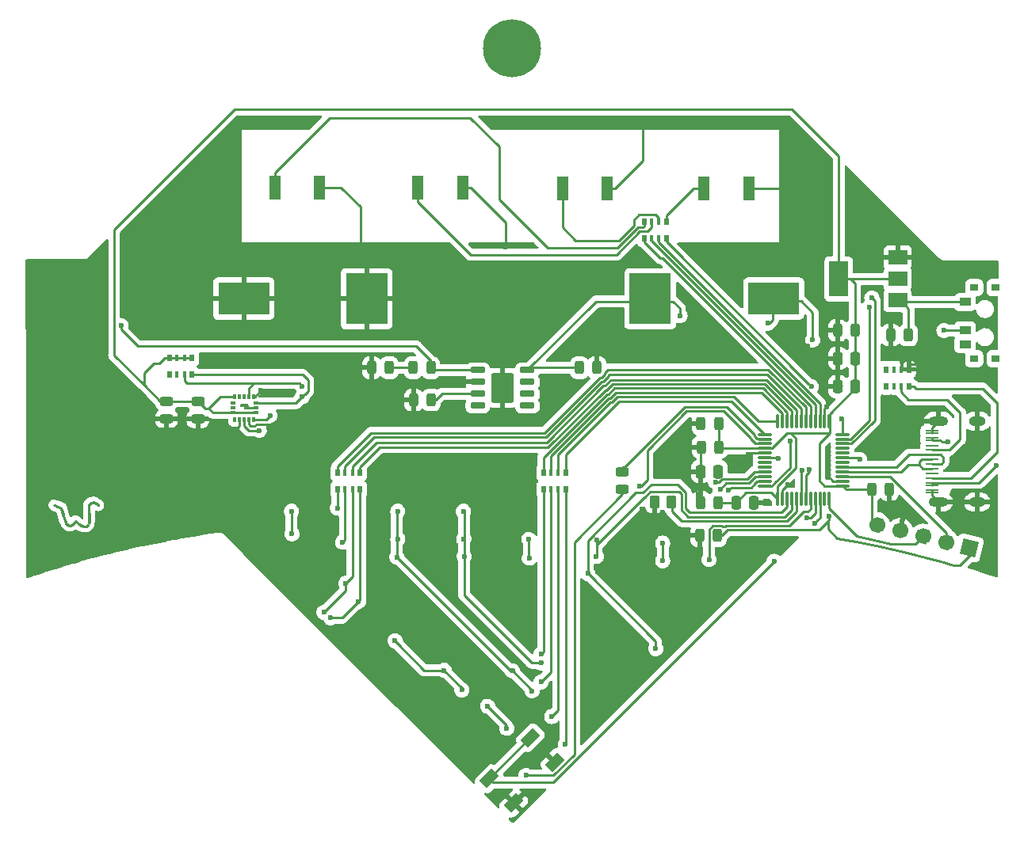
<source format=gbr>
G04 #@! TF.GenerationSoftware,KiCad,Pcbnew,(5.99.0-8823-g4657ca5d4f)*
G04 #@! TF.CreationDate,2021-02-07T20:13:51-06:00*
G04 #@! TF.ProjectId,BlueTeamCon,426c7565-5465-4616-9d43-6f6e2e6b6963,rev?*
G04 #@! TF.SameCoordinates,Original*
G04 #@! TF.FileFunction,Copper,L2,Bot*
G04 #@! TF.FilePolarity,Positive*
%FSLAX46Y46*%
G04 Gerber Fmt 4.6, Leading zero omitted, Abs format (unit mm)*
G04 Created by KiCad (PCBNEW (5.99.0-8823-g4657ca5d4f)) date 2021-02-07 20:13:51*
%MOMM*%
%LPD*%
G01*
G04 APERTURE LIST*
G04 Aperture macros list*
%AMRoundRect*
0 Rectangle with rounded corners*
0 $1 Rounding radius*
0 $2 $3 $4 $5 $6 $7 $8 $9 X,Y pos of 4 corners*
0 Add a 4 corners polygon primitive as box body*
4,1,4,$2,$3,$4,$5,$6,$7,$8,$9,$2,$3,0*
0 Add four circle primitives for the rounded corners*
1,1,$1+$1,$2,$3*
1,1,$1+$1,$4,$5*
1,1,$1+$1,$6,$7*
1,1,$1+$1,$8,$9*
0 Add four rect primitives between the rounded corners*
20,1,$1+$1,$2,$3,$4,$5,0*
20,1,$1+$1,$4,$5,$6,$7,0*
20,1,$1+$1,$6,$7,$8,$9,0*
20,1,$1+$1,$8,$9,$2,$3,0*%
%AMHorizOval*
0 Thick line with rounded ends*
0 $1 width*
0 $2 $3 position (X,Y) of the first rounded end (center of the circle)*
0 $4 $5 position (X,Y) of the second rounded end (center of the circle)*
0 Add line between two ends*
20,1,$1,$2,$3,$4,$5,0*
0 Add two circle primitives to create the rounded ends*
1,1,$1,$2,$3*
1,1,$1,$4,$5*%
%AMRotRect*
0 Rectangle, with rotation*
0 The origin of the aperture is its center*
0 $1 length*
0 $2 width*
0 $3 Rotation angle, in degrees counterclockwise*
0 Add horizontal line*
21,1,$1,$2,0,0,$3*%
G04 Aperture macros list end*
G04 #@! TA.AperFunction,EtchedComponent*
%ADD10C,0.010000*%
G04 #@! TD*
G04 #@! TA.AperFunction,SMDPad,CuDef*
%ADD11R,4.500000X5.500000*%
G04 #@! TD*
G04 #@! TA.AperFunction,SMDPad,CuDef*
%ADD12R,5.500000X3.500000*%
G04 #@! TD*
G04 #@! TA.AperFunction,SMDPad,CuDef*
%ADD13R,0.500000X0.800000*%
G04 #@! TD*
G04 #@! TA.AperFunction,SMDPad,CuDef*
%ADD14R,0.400000X0.800000*%
G04 #@! TD*
G04 #@! TA.AperFunction,SMDPad,CuDef*
%ADD15RoundRect,0.250000X0.262500X0.450000X-0.262500X0.450000X-0.262500X-0.450000X0.262500X-0.450000X0*%
G04 #@! TD*
G04 #@! TA.AperFunction,SMDPad,CuDef*
%ADD16RoundRect,0.250000X-0.250000X-0.475000X0.250000X-0.475000X0.250000X0.475000X-0.250000X0.475000X0*%
G04 #@! TD*
G04 #@! TA.AperFunction,SMDPad,CuDef*
%ADD17RoundRect,0.250000X0.250000X0.475000X-0.250000X0.475000X-0.250000X-0.475000X0.250000X-0.475000X0*%
G04 #@! TD*
G04 #@! TA.AperFunction,ComponentPad*
%ADD18C,6.200000*%
G04 #@! TD*
G04 #@! TA.AperFunction,SMDPad,CuDef*
%ADD19RoundRect,0.243750X-0.243750X-0.456250X0.243750X-0.456250X0.243750X0.456250X-0.243750X0.456250X0*%
G04 #@! TD*
G04 #@! TA.AperFunction,SMDPad,CuDef*
%ADD20RoundRect,0.243750X0.243750X0.456250X-0.243750X0.456250X-0.243750X-0.456250X0.243750X-0.456250X0*%
G04 #@! TD*
G04 #@! TA.AperFunction,SMDPad,CuDef*
%ADD21RoundRect,0.243750X-0.456250X0.243750X-0.456250X-0.243750X0.456250X-0.243750X0.456250X0.243750X0*%
G04 #@! TD*
G04 #@! TA.AperFunction,ComponentPad*
%ADD22RotRect,1.700000X1.700000X76.000000*%
G04 #@! TD*
G04 #@! TA.AperFunction,ComponentPad*
%ADD23HorizOval,1.700000X0.000000X0.000000X0.000000X0.000000X0*%
G04 #@! TD*
G04 #@! TA.AperFunction,SMDPad,CuDef*
%ADD24RoundRect,0.150000X-0.650000X-0.150000X0.650000X-0.150000X0.650000X0.150000X-0.650000X0.150000X0*%
G04 #@! TD*
G04 #@! TA.AperFunction,SMDPad,CuDef*
%ADD25RoundRect,0.250001X-0.949999X-1.349999X0.949999X-1.349999X0.949999X1.349999X-0.949999X1.349999X0*%
G04 #@! TD*
G04 #@! TA.AperFunction,SMDPad,CuDef*
%ADD26R,2.000000X1.500000*%
G04 #@! TD*
G04 #@! TA.AperFunction,SMDPad,CuDef*
%ADD27R,2.000000X3.800000*%
G04 #@! TD*
G04 #@! TA.AperFunction,SMDPad,CuDef*
%ADD28R,1.200000X2.600000*%
G04 #@! TD*
G04 #@! TA.AperFunction,SMDPad,CuDef*
%ADD29RotRect,1.800000X1.100000X45.000000*%
G04 #@! TD*
G04 #@! TA.AperFunction,SMDPad,CuDef*
%ADD30R,1.250000X0.900000*%
G04 #@! TD*
G04 #@! TA.AperFunction,SMDPad,CuDef*
%ADD31R,0.900000X0.800000*%
G04 #@! TD*
G04 #@! TA.AperFunction,SMDPad,CuDef*
%ADD32R,1.400000X0.250000*%
G04 #@! TD*
G04 #@! TA.AperFunction,ComponentPad*
%ADD33O,2.100000X1.000000*%
G04 #@! TD*
G04 #@! TA.AperFunction,ComponentPad*
%ADD34O,1.800000X1.000000*%
G04 #@! TD*
G04 #@! TA.AperFunction,SMDPad,CuDef*
%ADD35RoundRect,0.087500X-0.087500X0.187500X-0.087500X-0.187500X0.087500X-0.187500X0.087500X0.187500X0*%
G04 #@! TD*
G04 #@! TA.AperFunction,SMDPad,CuDef*
%ADD36RoundRect,0.087500X-0.187500X0.087500X-0.187500X-0.087500X0.187500X-0.087500X0.187500X0.087500X0*%
G04 #@! TD*
G04 #@! TA.AperFunction,SMDPad,CuDef*
%ADD37RoundRect,0.243750X0.456250X-0.243750X0.456250X0.243750X-0.456250X0.243750X-0.456250X-0.243750X0*%
G04 #@! TD*
G04 #@! TA.AperFunction,SMDPad,CuDef*
%ADD38RoundRect,0.075000X-0.662500X-0.075000X0.662500X-0.075000X0.662500X0.075000X-0.662500X0.075000X0*%
G04 #@! TD*
G04 #@! TA.AperFunction,SMDPad,CuDef*
%ADD39RoundRect,0.075000X-0.075000X-0.662500X0.075000X-0.662500X0.075000X0.662500X-0.075000X0.662500X0*%
G04 #@! TD*
G04 #@! TA.AperFunction,ViaPad*
%ADD40C,0.600000*%
G04 #@! TD*
G04 #@! TA.AperFunction,Conductor*
%ADD41C,0.250000*%
G04 #@! TD*
G04 APERTURE END LIST*
D10*
X97330587Y-105829101D02*
X97147524Y-105921441D01*
X97147524Y-105921441D02*
X97011592Y-106055243D01*
X97011592Y-106055243D02*
X97004211Y-106066445D01*
X97004211Y-106066445D02*
X96965704Y-106136560D01*
X96965704Y-106136560D02*
X96944213Y-106211161D01*
X96944213Y-106211161D02*
X96937740Y-106311906D01*
X96937740Y-106311906D02*
X96944287Y-106460454D01*
X96944287Y-106460454D02*
X96955088Y-106599000D01*
X96955088Y-106599000D02*
X96968682Y-106807176D01*
X96968682Y-106807176D02*
X96979873Y-107065106D01*
X96979873Y-107065106D02*
X96987394Y-107337886D01*
X96987394Y-107337886D02*
X96989962Y-107559064D01*
X96989962Y-107559064D02*
X96989221Y-107791042D01*
X96989221Y-107791042D02*
X96984387Y-107955025D01*
X96984387Y-107955025D02*
X96973305Y-108067664D01*
X96973305Y-108067664D02*
X96953820Y-108145610D01*
X96953820Y-108145610D02*
X96923775Y-108205512D01*
X96923775Y-108205512D02*
X96902268Y-108236397D01*
X96902268Y-108236397D02*
X96816398Y-108321274D01*
X96816398Y-108321274D02*
X96702822Y-108361004D01*
X96702822Y-108361004D02*
X96629984Y-108369227D01*
X96629984Y-108369227D02*
X96382110Y-108350096D01*
X96382110Y-108350096D02*
X96154281Y-108252890D01*
X96154281Y-108252890D02*
X95940656Y-108074818D01*
X95940656Y-108074818D02*
X95885776Y-108013825D01*
X95885776Y-108013825D02*
X95781108Y-107900241D01*
X95781108Y-107900241D02*
X95690934Y-107818178D01*
X95690934Y-107818178D02*
X95633859Y-107784453D01*
X95633859Y-107784453D02*
X95631888Y-107784334D01*
X95631888Y-107784334D02*
X95576245Y-107817452D01*
X95576245Y-107817452D02*
X95502818Y-107901096D01*
X95502818Y-107901096D02*
X95470495Y-107948393D01*
X95470495Y-107948393D02*
X95323131Y-108139127D01*
X95323131Y-108139127D02*
X95173087Y-108253226D01*
X95173087Y-108253226D02*
X95025716Y-108289020D01*
X95025716Y-108289020D02*
X94886369Y-108244837D01*
X94886369Y-108244837D02*
X94792029Y-108160223D01*
X94792029Y-108160223D02*
X94711347Y-108051415D01*
X94711347Y-108051415D02*
X94641066Y-107923458D01*
X94641066Y-107923458D02*
X94573918Y-107759221D01*
X94573918Y-107759221D02*
X94502636Y-107541574D01*
X94502636Y-107541574D02*
X94444015Y-107339834D01*
X94444015Y-107339834D02*
X94384550Y-107129010D01*
X94384550Y-107129010D02*
X94322317Y-106909557D01*
X94322317Y-106909557D02*
X94268667Y-106721471D01*
X94268667Y-106721471D02*
X94257754Y-106683442D01*
X94257754Y-106683442D02*
X94178584Y-106408050D01*
X94178584Y-106408050D02*
X93750435Y-106244582D01*
X93750435Y-106244582D02*
X93532433Y-106165972D01*
X93532433Y-106165972D02*
X93384002Y-106123703D01*
X93384002Y-106123703D02*
X93298999Y-106116227D01*
X93298999Y-106116227D02*
X93277855Y-106125545D01*
X93277855Y-106125545D02*
X93247323Y-106184474D01*
X93247323Y-106184474D02*
X93280260Y-106244145D01*
X93280260Y-106244145D02*
X93382714Y-106309634D01*
X93382714Y-106309634D02*
X93560730Y-106386021D01*
X93560730Y-106386021D02*
X93610113Y-106404600D01*
X93610113Y-106404600D02*
X93769737Y-106466840D01*
X93769737Y-106466840D02*
X93900704Y-106523866D01*
X93900704Y-106523866D02*
X93980730Y-106565783D01*
X93980730Y-106565783D02*
X93991473Y-106573933D01*
X93991473Y-106573933D02*
X94019685Y-106630037D01*
X94019685Y-106630037D02*
X94063474Y-106751746D01*
X94063474Y-106751746D02*
X94117447Y-106922637D01*
X94117447Y-106922637D02*
X94176210Y-107126288D01*
X94176210Y-107126288D02*
X94192749Y-107186804D01*
X94192749Y-107186804D02*
X94303263Y-107568610D01*
X94303263Y-107568610D02*
X94409349Y-107873568D01*
X94409349Y-107873568D02*
X94515154Y-108109062D01*
X94515154Y-108109062D02*
X94624827Y-108282475D01*
X94624827Y-108282475D02*
X94742515Y-108401190D01*
X94742515Y-108401190D02*
X94872365Y-108472591D01*
X94872365Y-108472591D02*
X94923931Y-108488398D01*
X94923931Y-108488398D02*
X95097621Y-108491191D01*
X95097621Y-108491191D02*
X95281426Y-108424646D01*
X95281426Y-108424646D02*
X95453741Y-108297924D01*
X95453741Y-108297924D02*
X95507431Y-108240944D01*
X95507431Y-108240944D02*
X95658489Y-108064467D01*
X95658489Y-108064467D02*
X95828458Y-108241355D01*
X95828458Y-108241355D02*
X96012966Y-108407866D01*
X96012966Y-108407866D02*
X96196288Y-108510737D01*
X96196288Y-108510737D02*
X96409082Y-108564778D01*
X96409082Y-108564778D02*
X96523587Y-108577186D01*
X96523587Y-108577186D02*
X96681029Y-108583485D01*
X96681029Y-108583485D02*
X96790094Y-108567957D01*
X96790094Y-108567957D02*
X96885756Y-108523620D01*
X96885756Y-108523620D02*
X96927666Y-108496552D01*
X96927666Y-108496552D02*
X97055913Y-108368677D01*
X97055913Y-108368677D02*
X97147302Y-108181493D01*
X97147302Y-108181493D02*
X97202345Y-107931317D01*
X97202345Y-107931317D02*
X97221551Y-107614461D01*
X97221551Y-107614461D02*
X97205431Y-107227242D01*
X97205431Y-107227242D02*
X97160818Y-106813076D01*
X97160818Y-106813076D02*
X97132055Y-106561873D01*
X97132055Y-106561873D02*
X97124811Y-106378459D01*
X97124811Y-106378459D02*
X97142863Y-106247833D01*
X97142863Y-106247833D02*
X97189991Y-106154997D01*
X97189991Y-106154997D02*
X97269973Y-106084951D01*
X97269973Y-106084951D02*
X97356298Y-106037122D01*
X97356298Y-106037122D02*
X97501342Y-105992101D01*
X97501342Y-105992101D02*
X97639703Y-106010585D01*
X97639703Y-106010585D02*
X97787459Y-106097350D01*
X97787459Y-106097350D02*
X97903421Y-106199650D01*
X97903421Y-106199650D02*
X97998884Y-106285110D01*
X97998884Y-106285110D02*
X98061491Y-106315811D01*
X98061491Y-106315811D02*
X98113708Y-106301090D01*
X98113708Y-106301090D02*
X98126473Y-106292361D01*
X98126473Y-106292361D02*
X98173927Y-106247661D01*
X98173927Y-106247661D02*
X98167648Y-106198669D01*
X98167648Y-106198669D02*
X98129475Y-106139482D01*
X98129475Y-106139482D02*
X98020040Y-106026072D01*
X98020040Y-106026072D02*
X97867499Y-105919287D01*
X97867499Y-105919287D02*
X97702595Y-105836782D01*
X97702595Y-105836782D02*
X97556072Y-105796212D01*
X97556072Y-105796212D02*
X97529026Y-105794667D01*
X97529026Y-105794667D02*
X97330587Y-105829101D01*
X97330587Y-105829101D02*
X97330587Y-105829101D01*
G36*
X97556072Y-105796212D02*
G01*
X97702595Y-105836782D01*
X97867499Y-105919287D01*
X98020040Y-106026072D01*
X98129475Y-106139482D01*
X98167648Y-106198669D01*
X98173927Y-106247661D01*
X98126473Y-106292361D01*
X98113708Y-106301090D01*
X98061491Y-106315811D01*
X97998884Y-106285110D01*
X97903421Y-106199650D01*
X97787459Y-106097350D01*
X97639703Y-106010585D01*
X97501342Y-105992101D01*
X97356298Y-106037122D01*
X97269973Y-106084951D01*
X97189991Y-106154997D01*
X97142863Y-106247833D01*
X97124811Y-106378459D01*
X97132055Y-106561873D01*
X97160818Y-106813076D01*
X97205431Y-107227242D01*
X97221551Y-107614461D01*
X97202345Y-107931317D01*
X97147302Y-108181493D01*
X97055913Y-108368677D01*
X96927666Y-108496552D01*
X96885756Y-108523620D01*
X96790094Y-108567957D01*
X96681029Y-108583485D01*
X96523587Y-108577186D01*
X96409082Y-108564778D01*
X96196288Y-108510737D01*
X96012966Y-108407866D01*
X95828458Y-108241355D01*
X95658489Y-108064467D01*
X95507431Y-108240944D01*
X95453741Y-108297924D01*
X95281426Y-108424646D01*
X95097621Y-108491191D01*
X94923931Y-108488398D01*
X94872365Y-108472591D01*
X94742515Y-108401190D01*
X94624827Y-108282475D01*
X94515154Y-108109062D01*
X94409349Y-107873568D01*
X94303263Y-107568610D01*
X94192749Y-107186804D01*
X94176210Y-107126288D01*
X94117447Y-106922637D01*
X94063474Y-106751746D01*
X94019685Y-106630037D01*
X93991473Y-106573933D01*
X93980730Y-106565783D01*
X93900704Y-106523866D01*
X93769737Y-106466840D01*
X93610113Y-106404600D01*
X93560730Y-106386021D01*
X93382714Y-106309634D01*
X93280260Y-106244145D01*
X93247323Y-106184474D01*
X93277855Y-106125545D01*
X93298999Y-106116227D01*
X93384002Y-106123703D01*
X93532433Y-106165972D01*
X93750435Y-106244582D01*
X94178584Y-106408050D01*
X94257754Y-106683442D01*
X94268667Y-106721471D01*
X94322317Y-106909557D01*
X94384550Y-107129010D01*
X94444015Y-107339834D01*
X94502636Y-107541574D01*
X94573918Y-107759221D01*
X94641066Y-107923458D01*
X94711347Y-108051415D01*
X94792029Y-108160223D01*
X94886369Y-108244837D01*
X95025716Y-108289020D01*
X95173087Y-108253226D01*
X95323131Y-108139127D01*
X95470495Y-107948393D01*
X95502818Y-107901096D01*
X95576245Y-107817452D01*
X95631888Y-107784334D01*
X95633859Y-107784453D01*
X95690934Y-107818178D01*
X95781108Y-107900241D01*
X95885776Y-108013825D01*
X95940656Y-108074818D01*
X96154281Y-108252890D01*
X96382110Y-108350096D01*
X96629984Y-108369227D01*
X96702822Y-108361004D01*
X96816398Y-108321274D01*
X96902268Y-108236397D01*
X96923775Y-108205512D01*
X96953820Y-108145610D01*
X96973305Y-108067664D01*
X96984387Y-107955025D01*
X96989221Y-107791042D01*
X96989962Y-107559064D01*
X96987394Y-107337886D01*
X96979873Y-107065106D01*
X96968682Y-106807176D01*
X96955088Y-106599000D01*
X96944287Y-106460454D01*
X96937740Y-106311906D01*
X96944213Y-106211161D01*
X96965704Y-106136560D01*
X97004211Y-106066445D01*
X97011592Y-106055243D01*
X97147524Y-105921441D01*
X97330587Y-105829101D01*
X97529026Y-105794667D01*
X97556072Y-105796212D01*
G37*
X97556072Y-105796212D02*
X97702595Y-105836782D01*
X97867499Y-105919287D01*
X98020040Y-106026072D01*
X98129475Y-106139482D01*
X98167648Y-106198669D01*
X98173927Y-106247661D01*
X98126473Y-106292361D01*
X98113708Y-106301090D01*
X98061491Y-106315811D01*
X97998884Y-106285110D01*
X97903421Y-106199650D01*
X97787459Y-106097350D01*
X97639703Y-106010585D01*
X97501342Y-105992101D01*
X97356298Y-106037122D01*
X97269973Y-106084951D01*
X97189991Y-106154997D01*
X97142863Y-106247833D01*
X97124811Y-106378459D01*
X97132055Y-106561873D01*
X97160818Y-106813076D01*
X97205431Y-107227242D01*
X97221551Y-107614461D01*
X97202345Y-107931317D01*
X97147302Y-108181493D01*
X97055913Y-108368677D01*
X96927666Y-108496552D01*
X96885756Y-108523620D01*
X96790094Y-108567957D01*
X96681029Y-108583485D01*
X96523587Y-108577186D01*
X96409082Y-108564778D01*
X96196288Y-108510737D01*
X96012966Y-108407866D01*
X95828458Y-108241355D01*
X95658489Y-108064467D01*
X95507431Y-108240944D01*
X95453741Y-108297924D01*
X95281426Y-108424646D01*
X95097621Y-108491191D01*
X94923931Y-108488398D01*
X94872365Y-108472591D01*
X94742515Y-108401190D01*
X94624827Y-108282475D01*
X94515154Y-108109062D01*
X94409349Y-107873568D01*
X94303263Y-107568610D01*
X94192749Y-107186804D01*
X94176210Y-107126288D01*
X94117447Y-106922637D01*
X94063474Y-106751746D01*
X94019685Y-106630037D01*
X93991473Y-106573933D01*
X93980730Y-106565783D01*
X93900704Y-106523866D01*
X93769737Y-106466840D01*
X93610113Y-106404600D01*
X93560730Y-106386021D01*
X93382714Y-106309634D01*
X93280260Y-106244145D01*
X93247323Y-106184474D01*
X93277855Y-106125545D01*
X93298999Y-106116227D01*
X93384002Y-106123703D01*
X93532433Y-106165972D01*
X93750435Y-106244582D01*
X94178584Y-106408050D01*
X94257754Y-106683442D01*
X94268667Y-106721471D01*
X94322317Y-106909557D01*
X94384550Y-107129010D01*
X94444015Y-107339834D01*
X94502636Y-107541574D01*
X94573918Y-107759221D01*
X94641066Y-107923458D01*
X94711347Y-108051415D01*
X94792029Y-108160223D01*
X94886369Y-108244837D01*
X95025716Y-108289020D01*
X95173087Y-108253226D01*
X95323131Y-108139127D01*
X95470495Y-107948393D01*
X95502818Y-107901096D01*
X95576245Y-107817452D01*
X95631888Y-107784334D01*
X95633859Y-107784453D01*
X95690934Y-107818178D01*
X95781108Y-107900241D01*
X95885776Y-108013825D01*
X95940656Y-108074818D01*
X96154281Y-108252890D01*
X96382110Y-108350096D01*
X96629984Y-108369227D01*
X96702822Y-108361004D01*
X96816398Y-108321274D01*
X96902268Y-108236397D01*
X96923775Y-108205512D01*
X96953820Y-108145610D01*
X96973305Y-108067664D01*
X96984387Y-107955025D01*
X96989221Y-107791042D01*
X96989962Y-107559064D01*
X96987394Y-107337886D01*
X96979873Y-107065106D01*
X96968682Y-106807176D01*
X96955088Y-106599000D01*
X96944287Y-106460454D01*
X96937740Y-106311906D01*
X96944213Y-106211161D01*
X96965704Y-106136560D01*
X97004211Y-106066445D01*
X97011592Y-106055243D01*
X97147524Y-105921441D01*
X97330587Y-105829101D01*
X97529026Y-105794667D01*
X97556072Y-105796212D01*
D11*
X126725000Y-84125000D03*
X157025000Y-84125000D03*
D12*
X113600000Y-84100000D03*
X170200000Y-84100000D03*
D13*
X156350000Y-75850000D03*
D14*
X157150000Y-75850000D03*
D13*
X158750000Y-75850000D03*
D14*
X157950000Y-75850000D03*
D13*
X156350000Y-77650000D03*
D14*
X157950000Y-77650000D03*
X157150000Y-77650000D03*
D13*
X158750000Y-77650000D03*
X148000000Y-104500000D03*
D14*
X147200000Y-104500000D03*
D13*
X145600000Y-104500000D03*
D14*
X146400000Y-104500000D03*
D13*
X148000000Y-102700000D03*
D14*
X146400000Y-102700000D03*
X147200000Y-102700000D03*
D13*
X145600000Y-102700000D03*
X126000000Y-104500000D03*
D14*
X125200000Y-104500000D03*
D13*
X123600000Y-104500000D03*
D14*
X124400000Y-104500000D03*
D13*
X126000000Y-102700000D03*
D14*
X124400000Y-102700000D03*
X125200000Y-102700000D03*
D13*
X123600000Y-102700000D03*
D15*
X157487500Y-105850000D03*
X159312500Y-105850000D03*
D16*
X178950000Y-90500000D03*
X177050000Y-90500000D03*
X164300000Y-102600000D03*
X162400000Y-102600000D03*
X178950000Y-93500000D03*
X177050000Y-93500000D03*
D17*
X166200000Y-105900000D03*
X168100000Y-105900000D03*
D18*
X142225000Y-57375000D03*
D19*
X162425000Y-105900000D03*
X164300000Y-105900000D03*
D20*
X182550001Y-104525000D03*
X180675001Y-104525000D03*
D19*
X162450000Y-100000000D03*
X164325000Y-100000000D03*
D20*
X164187500Y-109450000D03*
X162312500Y-109450000D03*
D21*
X105350000Y-95062500D03*
X105350000Y-96937500D03*
X108700000Y-95075000D03*
X108700000Y-96950000D03*
D19*
X131700000Y-91500000D03*
X133575000Y-91500000D03*
D20*
X151325000Y-91500000D03*
X149450000Y-91500000D03*
D19*
X182725000Y-88000000D03*
X184600000Y-88000000D03*
X177025000Y-87500000D03*
X178900000Y-87500000D03*
D22*
X191108205Y-110757926D03*
D23*
X188643654Y-110143444D03*
X186179103Y-109528963D03*
X183714552Y-108914481D03*
X181250000Y-108300000D03*
D19*
X127262500Y-91500000D03*
X129137500Y-91500000D03*
D20*
X133625000Y-94950000D03*
X131750000Y-94950000D03*
D24*
X138600000Y-95555000D03*
X138600000Y-94285000D03*
X138600000Y-93015000D03*
X138600000Y-91745000D03*
X143900000Y-91745000D03*
X143900000Y-93015000D03*
X143900000Y-94285000D03*
X143900000Y-95555000D03*
D25*
X141250000Y-93650000D03*
D26*
X183450000Y-79700000D03*
D27*
X177150000Y-82000000D03*
D26*
X183450000Y-82000000D03*
X183450000Y-84300000D03*
D28*
X121700000Y-72200000D03*
X116900000Y-72200000D03*
X136975000Y-72200000D03*
X132175000Y-72200000D03*
X152450000Y-72300000D03*
X147650000Y-72300000D03*
X167575000Y-72300000D03*
X162775000Y-72300000D03*
D29*
X142440938Y-138059062D03*
X146825000Y-133675000D03*
X139824642Y-135442766D03*
X144208704Y-131058704D03*
D13*
X184650000Y-93475000D03*
D14*
X183850000Y-93475000D03*
X183050000Y-93475000D03*
D13*
X182250000Y-93475000D03*
X182250000Y-91675000D03*
D14*
X183050000Y-91675000D03*
X183850000Y-91675000D03*
D13*
X184650000Y-91675000D03*
D30*
X190650000Y-88975000D03*
X190650000Y-87475000D03*
X190650000Y-84475000D03*
D31*
X191625000Y-82915000D03*
X193925000Y-90525000D03*
X191625000Y-90525000D03*
X193925000Y-82925000D03*
D32*
X187100000Y-98225000D03*
X187100000Y-99025000D03*
X187100000Y-100300000D03*
X187100000Y-101300000D03*
X187100000Y-101800000D03*
X187100000Y-99800000D03*
X187100000Y-104075000D03*
X187100000Y-104875000D03*
X187100000Y-104625000D03*
X187100000Y-103825000D03*
X187100000Y-103300000D03*
X187100000Y-102300000D03*
X187100000Y-100800000D03*
X187100000Y-102800000D03*
X187100000Y-99275000D03*
X187100000Y-98475000D03*
D33*
X187800000Y-105870000D03*
D34*
X191950000Y-105870000D03*
X191950000Y-97230000D03*
D33*
X187800000Y-97230000D03*
D35*
X112650000Y-94575000D03*
X113150000Y-94575000D03*
X113650000Y-94575000D03*
X114150000Y-94575000D03*
X114650000Y-94575000D03*
D36*
X114875000Y-95300000D03*
X114875000Y-95800000D03*
X114875000Y-96300000D03*
D35*
X114650000Y-97025000D03*
X114150000Y-97025000D03*
X113650000Y-97025000D03*
X113150000Y-97025000D03*
X112650000Y-97025000D03*
D36*
X112425000Y-96300000D03*
X112425000Y-95800000D03*
X112425000Y-95300000D03*
D37*
X154050000Y-104525000D03*
X154050000Y-102650000D03*
D19*
X162437500Y-97500000D03*
X164312500Y-97500000D03*
D38*
X169237500Y-104125000D03*
X169237500Y-103625000D03*
X169237500Y-103125000D03*
X169237500Y-102625000D03*
X169237500Y-102125000D03*
X169237500Y-101625000D03*
X169237500Y-101125000D03*
X169237500Y-100625000D03*
X169237500Y-100125000D03*
X169237500Y-99625000D03*
X169237500Y-99125000D03*
X169237500Y-98625000D03*
D39*
X170650000Y-97212500D03*
X171150000Y-97212500D03*
X171650000Y-97212500D03*
X172150000Y-97212500D03*
X172650000Y-97212500D03*
X173150000Y-97212500D03*
X173650000Y-97212500D03*
X174150000Y-97212500D03*
X174650000Y-97212500D03*
X175150000Y-97212500D03*
X175650000Y-97212500D03*
X176150000Y-97212500D03*
D38*
X177562500Y-98625000D03*
X177562500Y-99125000D03*
X177562500Y-99625000D03*
X177562500Y-100125000D03*
X177562500Y-100625000D03*
X177562500Y-101125000D03*
X177562500Y-101625000D03*
X177562500Y-102125000D03*
X177562500Y-102625000D03*
X177562500Y-103125000D03*
X177562500Y-103625000D03*
X177562500Y-104125000D03*
D39*
X176150000Y-105537500D03*
X175650000Y-105537500D03*
X175150000Y-105537500D03*
X174650000Y-105537500D03*
X174150000Y-105537500D03*
X173650000Y-105537500D03*
X173150000Y-105537500D03*
X172650000Y-105537500D03*
X172150000Y-105537500D03*
X171650000Y-105537500D03*
X171150000Y-105537500D03*
X170650000Y-105537500D03*
D13*
X108050000Y-92250000D03*
D14*
X107250000Y-92250000D03*
X106450000Y-92250000D03*
D13*
X105650000Y-92250000D03*
X105650000Y-90450000D03*
D14*
X106450000Y-90450000D03*
X107250000Y-90450000D03*
D13*
X108050000Y-90450000D03*
D40*
X164000000Y-103700000D03*
X164500000Y-104500000D03*
X165400000Y-104600000D03*
X177500000Y-97000000D03*
X123600000Y-106500000D03*
X188400000Y-87500000D03*
X160200000Y-85924990D03*
X169600000Y-86724990D03*
X171950000Y-99350000D03*
X174366949Y-88516949D03*
X189850000Y-107650000D03*
X115450000Y-93950000D03*
X187450000Y-91100000D03*
X158350000Y-106950000D03*
X175850000Y-95700000D03*
X124100000Y-97500000D03*
X147050000Y-94600000D03*
X189000000Y-85650000D03*
X171700000Y-104000000D03*
X156100000Y-106600000D03*
X191300000Y-95300000D03*
X159650000Y-100900000D03*
X175950000Y-103000000D03*
X182800000Y-98400000D03*
X156200000Y-65450000D03*
X167450000Y-100800000D03*
X154050000Y-89950000D03*
X173850000Y-89150000D03*
X140250000Y-97450000D03*
X162500000Y-89900000D03*
X113850000Y-95675000D03*
X171600000Y-72300000D03*
X117150000Y-98250000D03*
X172300000Y-77800000D03*
X126050000Y-79300000D03*
X112200000Y-98650000D03*
X177500000Y-86100000D03*
X141550000Y-78600000D03*
X183350000Y-106850000D03*
X176100000Y-107399998D03*
X170692794Y-101157202D03*
X194000000Y-101950000D03*
X188850000Y-99400000D03*
X100500000Y-87000000D03*
X155899999Y-104150000D03*
X118700000Y-106850000D03*
X136900000Y-125950000D03*
X141700000Y-130050000D03*
X129750000Y-120700000D03*
X139650000Y-127700000D03*
X135000000Y-123850000D03*
X118750000Y-109250000D03*
X142300000Y-123900000D03*
X129950000Y-111750000D03*
X130050000Y-106850000D03*
X130050000Y-109850008D03*
X144399998Y-126050000D03*
X137050000Y-106850000D03*
X137100000Y-109800000D03*
X137150000Y-111675000D03*
X145350000Y-123050013D03*
X157600000Y-121550000D03*
X144050000Y-109849998D03*
X144100000Y-111850000D03*
X150350000Y-113500000D03*
X151250000Y-111675000D03*
X151300000Y-109950000D03*
X124150000Y-110150000D03*
X174232937Y-93517062D03*
X179400000Y-101300000D03*
X170250000Y-112200000D03*
X180400000Y-85050000D03*
X116400000Y-96600000D03*
X180700000Y-84050000D03*
X115250000Y-98200000D03*
X174018897Y-102408618D03*
X119850000Y-93475010D03*
X119850000Y-94600000D03*
X173225010Y-102507422D03*
X163300000Y-112000000D03*
X158350000Y-112150000D03*
X158350000Y-110250000D03*
X173750000Y-107525010D03*
X174566285Y-108120026D03*
X122150000Y-117650000D03*
X124500000Y-114550000D03*
X125850000Y-116500000D03*
X122900000Y-118250000D03*
X145350000Y-122100002D03*
X145349998Y-125100000D03*
X146500000Y-128800000D03*
X147950000Y-131750000D03*
X143750000Y-135100000D03*
D41*
X164325000Y-97512500D02*
X164312500Y-97500000D01*
X162425000Y-105900000D02*
X162425000Y-100025000D01*
X162425000Y-100025000D02*
X162450000Y-100000000D01*
X164325000Y-100000000D02*
X164325000Y-97512500D01*
X169237500Y-100125000D02*
X164450000Y-100125000D01*
X164450000Y-100125000D02*
X164325000Y-100000000D01*
X169237500Y-99625000D02*
X168325000Y-99625000D01*
X160886404Y-96150020D02*
X156700000Y-100336424D01*
X168325000Y-99625000D02*
X168250040Y-99550040D01*
X156700000Y-103500000D02*
X156050000Y-104150000D01*
X168250040Y-99550040D02*
X168222902Y-99550040D01*
X168222902Y-99550040D02*
X167724960Y-99052098D01*
X167724960Y-99052098D02*
X167724960Y-99024960D01*
X167724960Y-99024960D02*
X164850020Y-96150020D01*
X156050000Y-104150000D02*
X155899999Y-104150000D01*
X164850020Y-96150020D02*
X160886404Y-96150020D01*
X156700000Y-100336424D02*
X156700000Y-103500000D01*
X169237500Y-99125000D02*
X168625000Y-99125000D01*
X165200000Y-95700000D02*
X160700000Y-95700000D01*
X168625000Y-99125000D02*
X168600020Y-99100020D01*
X160700000Y-95700000D02*
X154237500Y-102162500D01*
X168600020Y-99100020D02*
X168409306Y-99100020D01*
X154050000Y-102162500D02*
X154050000Y-102650000D01*
X168409306Y-99100020D02*
X168174980Y-98865694D01*
X168174980Y-98865694D02*
X168174980Y-98674980D01*
X168174980Y-98674980D02*
X165200000Y-95700000D01*
X154237500Y-102162500D02*
X154050000Y-102162500D01*
X169237500Y-98625000D02*
X165712500Y-95100000D01*
X165712500Y-95100000D02*
X153684330Y-95100000D01*
X153074840Y-95675160D02*
X148000000Y-100750000D01*
X148000000Y-100750000D02*
X148000000Y-102700000D01*
X153684330Y-95100000D02*
X153109170Y-95675160D01*
X153109170Y-95675160D02*
X153074840Y-95675160D01*
X170650000Y-97212500D02*
X168612500Y-97212500D01*
X168612500Y-97212500D02*
X166000080Y-94600080D01*
X152922766Y-95225140D02*
X152774860Y-95225140D01*
X166000080Y-94600080D02*
X153547826Y-94600080D01*
X153547826Y-94600080D02*
X152922766Y-95225140D01*
X152774860Y-95225140D02*
X147200000Y-100800000D01*
X147200000Y-100800000D02*
X147200000Y-102050000D01*
X147200000Y-102050000D02*
X147200000Y-102700000D01*
X171150000Y-97212500D02*
X171150000Y-96409308D01*
X152588474Y-94775120D02*
X146400000Y-100963594D01*
X171150000Y-96409308D02*
X168890752Y-94150060D01*
X168890752Y-94150060D02*
X153361422Y-94150060D01*
X153361422Y-94150060D02*
X152736362Y-94775120D01*
X152736362Y-94775120D02*
X152588474Y-94775120D01*
X146400000Y-100963594D02*
X146400000Y-102050000D01*
X146400000Y-102050000D02*
X146400000Y-102700000D01*
X171650000Y-97212500D02*
X171650000Y-96272897D01*
X171650000Y-96272897D02*
X169077143Y-93700040D01*
X145600000Y-101127183D02*
X145600000Y-102050000D01*
X169077143Y-93700040D02*
X153175018Y-93700040D01*
X153175018Y-93700040D02*
X152549958Y-94325100D01*
X152549958Y-94325100D02*
X152402083Y-94325100D01*
X152402083Y-94325100D02*
X145600000Y-101127183D01*
X145600000Y-102050000D02*
X145600000Y-102700000D01*
X172150000Y-97212500D02*
X172150000Y-96136486D01*
X146090772Y-100000000D02*
X128150000Y-100000000D01*
X128150000Y-100000000D02*
X126000000Y-102150000D01*
X172150000Y-96136486D02*
X169263534Y-93250020D01*
X169263534Y-93250020D02*
X152988614Y-93250020D01*
X152988614Y-93250020D02*
X152363554Y-93875080D01*
X152363554Y-93875080D02*
X152215692Y-93875080D01*
X152215692Y-93875080D02*
X146090772Y-100000000D01*
X126000000Y-102150000D02*
X126000000Y-102700000D01*
X172650000Y-97212500D02*
X172650000Y-96000075D01*
X172650000Y-96000075D02*
X169449925Y-92800000D01*
X169449925Y-92800000D02*
X152802210Y-92800000D01*
X152177150Y-93425060D02*
X152029302Y-93425060D01*
X152802210Y-92800000D02*
X152177150Y-93425060D01*
X152029302Y-93425060D02*
X145954597Y-99499765D01*
X145954597Y-99499765D02*
X127750235Y-99499765D01*
X125200000Y-102050000D02*
X125200000Y-102700000D01*
X127750235Y-99499765D02*
X125200000Y-102050000D01*
X173150000Y-97212500D02*
X173150000Y-95863664D01*
X152617951Y-92200000D02*
X152587540Y-92230411D01*
X173150000Y-95863664D02*
X169486336Y-92200000D01*
X169486336Y-92200000D02*
X152617951Y-92200000D01*
X152587540Y-92378246D02*
X151990746Y-92975040D01*
X151990746Y-92975040D02*
X151842911Y-92975040D01*
X152587540Y-92230411D02*
X152587540Y-92378246D01*
X151842911Y-92975040D02*
X145877769Y-98940182D01*
X145877769Y-98940182D02*
X127509818Y-98940182D01*
X124400000Y-102050000D02*
X124400000Y-102700000D01*
X127509818Y-98940182D02*
X124400000Y-102050000D01*
X123600000Y-102700000D02*
X123600000Y-102050000D01*
X123600000Y-102050000D02*
X127180078Y-98469922D01*
X145711614Y-98469922D02*
X151656516Y-92525020D01*
X127180078Y-98469922D02*
X145711614Y-98469922D01*
X151656516Y-92525020D02*
X151804342Y-92525020D01*
X151804342Y-92525020D02*
X152137520Y-92191842D01*
X173650000Y-95727253D02*
X173650000Y-96475000D01*
X152137520Y-92191842D02*
X152137520Y-92044016D01*
X152137520Y-92044016D02*
X152481536Y-91700000D01*
X169622747Y-91700000D02*
X173650000Y-95727253D01*
X152481536Y-91700000D02*
X169622747Y-91700000D01*
X173650000Y-96475000D02*
X173650000Y-97212500D01*
X162425000Y-105900000D02*
X161939473Y-105414473D01*
X159949999Y-101199999D02*
X159650000Y-100900000D01*
X161939473Y-105414473D02*
X161939473Y-104739473D01*
X161939473Y-104739473D02*
X159949999Y-102749999D01*
X159949999Y-102749999D02*
X159949999Y-101199999D01*
X165400000Y-104600000D02*
X165700000Y-104300000D01*
X165700000Y-104300000D02*
X167800000Y-104300000D01*
X167800000Y-104300000D02*
X168174980Y-103925020D01*
X168174980Y-103925020D02*
X168174980Y-103884306D01*
X168174980Y-103884306D02*
X168409306Y-103649980D01*
X168409306Y-103649980D02*
X169212520Y-103649980D01*
X169212520Y-103649980D02*
X169237500Y-103625000D01*
X164500000Y-104500000D02*
X165149980Y-103850020D01*
X165149980Y-103850020D02*
X165513556Y-103850020D01*
X165513556Y-103850020D02*
X165513596Y-103849980D01*
X165513596Y-103849980D02*
X167572882Y-103849980D01*
X167572882Y-103849980D02*
X168272882Y-103149980D01*
X168272882Y-103149980D02*
X169212520Y-103149980D01*
X169212520Y-103149980D02*
X169237500Y-103125000D01*
X164000000Y-103700000D02*
X164377388Y-103700000D01*
X164377388Y-103700000D02*
X164677388Y-103400000D01*
X164677388Y-103400000D02*
X165327152Y-103400000D01*
X165327152Y-103400000D02*
X165327192Y-103399960D01*
X165327192Y-103399960D02*
X167386478Y-103399960D01*
X168161438Y-102625000D02*
X169237500Y-102625000D01*
X167386478Y-103399960D02*
X168161438Y-102625000D01*
X166200000Y-105900000D02*
X167250020Y-104849980D01*
X167250020Y-104849980D02*
X169962480Y-104849980D01*
X169962480Y-104849980D02*
X170650000Y-105537500D01*
X164300000Y-105900000D02*
X166200000Y-105900000D01*
X178950000Y-93675005D02*
X178950000Y-93500000D01*
X176200000Y-98500000D02*
X176200000Y-96425005D01*
X176200000Y-96425005D02*
X178950000Y-93675005D01*
X177562500Y-97062500D02*
X177562500Y-98625000D01*
X177500000Y-97000000D02*
X177562500Y-97062500D01*
X123600000Y-104500000D02*
X123600000Y-106500000D01*
X151245000Y-84400000D02*
X156950000Y-84400000D01*
X174366949Y-85616949D02*
X174366949Y-88516949D01*
X156950000Y-84400000D02*
X159450000Y-84400000D01*
X170125000Y-84375000D02*
X170125000Y-86375000D01*
X160200000Y-85150000D02*
X160200000Y-85924990D01*
X190625000Y-87500000D02*
X190650000Y-87475000D01*
X170049990Y-104100010D02*
X170065692Y-104100010D01*
X188400000Y-87500000D02*
X190625000Y-87500000D01*
X144145000Y-91500000D02*
X143900000Y-91745000D01*
X170125000Y-86375000D02*
X169775010Y-86724990D01*
X170025000Y-104125000D02*
X170049990Y-104100010D01*
X171950000Y-102200000D02*
X171950000Y-99350000D01*
X170300010Y-103849990D02*
X171950000Y-102200000D01*
X170300010Y-103865692D02*
X170300010Y-103849990D01*
X149450000Y-91500000D02*
X144145000Y-91500000D01*
X170125000Y-84375000D02*
X173125000Y-84375000D01*
X143900000Y-91745000D02*
X151245000Y-84400000D01*
X169237500Y-104125000D02*
X170025000Y-104125000D01*
X169775010Y-86724990D02*
X169600000Y-86724990D01*
X173125000Y-84375000D02*
X174366949Y-85616949D01*
X170100000Y-84400000D02*
X170125000Y-84375000D01*
X159450000Y-84400000D02*
X160200000Y-85150000D01*
X170065692Y-104100010D02*
X170300010Y-103865692D01*
X187100000Y-104625000D02*
X187100000Y-105170000D01*
X187100000Y-98475000D02*
X187100000Y-97930000D01*
X187100000Y-105170000D02*
X187800000Y-105870000D01*
X187100000Y-97930000D02*
X187800000Y-97230000D01*
X175650000Y-95900000D02*
X175850000Y-95700000D01*
X116474999Y-97574999D02*
X116850001Y-97950001D01*
X184050000Y-107550000D02*
X183876952Y-107550000D01*
X171150000Y-104550000D02*
X171700000Y-104000000D01*
X183714552Y-107712400D02*
X183714552Y-108914481D01*
X162312500Y-109450000D02*
X158950000Y-109450000D01*
X156200000Y-69400000D02*
X156200000Y-65450000D01*
X183876952Y-107550000D02*
X183714552Y-107712400D01*
X121700000Y-72200000D02*
X123950000Y-72200000D01*
X113150000Y-97700000D02*
X112200000Y-98650000D01*
X183850000Y-91675000D02*
X183850000Y-91025000D01*
X169237500Y-100625000D02*
X167625000Y-100625000D01*
X182550001Y-104525000D02*
X182550001Y-106050001D01*
X153300000Y-72300000D02*
X156200000Y-69400000D01*
X182550001Y-106050001D02*
X183350000Y-106850000D01*
X113150000Y-97025000D02*
X113150000Y-97700000D01*
X171150000Y-105537500D02*
X171150000Y-104550000D01*
X156399999Y-106899999D02*
X156100000Y-106600000D01*
X114150000Y-97025000D02*
X114150000Y-97563590D01*
X114825000Y-94575000D02*
X115450000Y-93950000D01*
X114775008Y-97749990D02*
X114949999Y-97574999D01*
X176575000Y-103625000D02*
X175950000Y-103000000D01*
X184825000Y-91100000D02*
X187450000Y-91100000D01*
X137825000Y-72200000D02*
X141550000Y-75925000D01*
X114150000Y-97563590D02*
X114336400Y-97749990D01*
X141550000Y-75925000D02*
X141550000Y-78600000D01*
X175650000Y-97212500D02*
X175650000Y-95900000D01*
X113975000Y-95800000D02*
X113850000Y-95675000D01*
X158950000Y-109450000D02*
X156399999Y-106899999D01*
X114650000Y-94575000D02*
X114825000Y-94575000D01*
X152450000Y-72300000D02*
X153300000Y-72300000D01*
X183350000Y-106850000D02*
X184050000Y-107550000D01*
X126050000Y-74300000D02*
X126050000Y-79300000D01*
X114875000Y-95800000D02*
X113975000Y-95800000D01*
X177562500Y-103625000D02*
X176575000Y-103625000D01*
X167575000Y-72300000D02*
X171600000Y-72300000D01*
X116850001Y-97950001D02*
X117150000Y-98250000D01*
X136975000Y-72200000D02*
X137825000Y-72200000D01*
X114336400Y-97749990D02*
X114775008Y-97749990D01*
X183850000Y-91025000D02*
X184300000Y-90575000D01*
X187800000Y-105870000D02*
X191950000Y-105870000D01*
X123950000Y-72200000D02*
X126050000Y-74300000D01*
X184300000Y-90575000D02*
X184825000Y-91100000D01*
X167625000Y-100625000D02*
X167450000Y-100800000D01*
X114949999Y-97574999D02*
X116474999Y-97574999D01*
X114875000Y-96300000D02*
X112425000Y-96300000D01*
X172050000Y-98500000D02*
X171665702Y-98500000D01*
X102950000Y-92050000D02*
X102950000Y-93300000D01*
X172078913Y-63871087D02*
X172118246Y-63831755D01*
X105362500Y-95075000D02*
X105350000Y-95062500D01*
X175100000Y-103600000D02*
X175625000Y-104125000D01*
X102950000Y-93300000D02*
X99750000Y-90162500D01*
X183450000Y-82000000D02*
X177150000Y-82000000D01*
X178900000Y-88050000D02*
X178900000Y-93175000D01*
X108050000Y-90450000D02*
X105650000Y-90450000D01*
X171665702Y-98500000D02*
X170040702Y-100125000D01*
X177474998Y-93400000D02*
X176850000Y-94024998D01*
X99750000Y-90162500D02*
X99750000Y-76721126D01*
X111125000Y-94575000D02*
X109850000Y-95850000D01*
X105650000Y-90450000D02*
X105150000Y-90450000D01*
X105150000Y-90450000D02*
X104600000Y-91000000D01*
X104600000Y-91000000D02*
X104000000Y-91000000D01*
X180675001Y-104525000D02*
X177962500Y-104525000D01*
X172118246Y-63831755D02*
X172151311Y-63831779D01*
X170650000Y-104800000D02*
X170650000Y-105537500D01*
X175100000Y-99600000D02*
X175100000Y-103600000D01*
X99750000Y-76721126D02*
X112600039Y-63871087D01*
X112425000Y-96300000D02*
X110300000Y-96300000D01*
X109850000Y-95850000D02*
X109475000Y-95850000D01*
X177962500Y-104525000D02*
X177562500Y-104125000D01*
X110300000Y-96300000D02*
X109850000Y-95850000D01*
X112650000Y-94575000D02*
X111125000Y-94575000D01*
X177150000Y-68830468D02*
X177150000Y-82000000D01*
X105350000Y-95062500D02*
X104650000Y-95062500D01*
X178900000Y-82500000D02*
X178400000Y-82000000D01*
X180675001Y-108250280D02*
X181441795Y-109017074D01*
X172600000Y-102200000D02*
X170650000Y-104150000D01*
X170650000Y-104150000D02*
X170650000Y-104800000D01*
X172050000Y-98500000D02*
X172600000Y-99050000D01*
X169975000Y-100125000D02*
X169237500Y-100125000D01*
X176200000Y-98500000D02*
X172050000Y-98500000D01*
X172600000Y-99050000D02*
X172600000Y-102200000D01*
X109475000Y-95850000D02*
X108700000Y-95075000D01*
X176200000Y-98500000D02*
X175100000Y-99600000D01*
X172151311Y-63831779D02*
X177150000Y-68830468D01*
X104650000Y-95062500D02*
X102950000Y-93300000D01*
X178900000Y-88050000D02*
X178900000Y-82500000D01*
X104000000Y-91000000D02*
X102950000Y-92050000D01*
X178400000Y-82000000D02*
X177150000Y-82000000D01*
X178900000Y-93175000D02*
X178675000Y-93400000D01*
X175625000Y-104125000D02*
X177562500Y-104125000D01*
X112600039Y-63871087D02*
X172078913Y-63871087D01*
X180675001Y-104525000D02*
X180675001Y-108250280D01*
X108700000Y-95075000D02*
X105362500Y-95075000D01*
X170040702Y-100125000D02*
X169975000Y-100125000D01*
X181508733Y-110597310D02*
X181506257Y-110593563D01*
X175074262Y-108850000D02*
X176050000Y-107850000D01*
X178970599Y-110075671D02*
X178968420Y-110072496D01*
X184083943Y-111178588D02*
X181508733Y-110597310D01*
X174109634Y-108850000D02*
X173250000Y-108850000D01*
X188041608Y-112201469D02*
X186711428Y-111842327D01*
X169237500Y-101125000D02*
X170660592Y-101125000D01*
X189595051Y-112650000D02*
X189388694Y-112588368D01*
X191300000Y-111475000D02*
X190122500Y-112652499D01*
X181506257Y-110593563D02*
X178970599Y-110075671D01*
X189388694Y-112588368D02*
X189387258Y-112585793D01*
X186710020Y-111839946D02*
X185094696Y-111425604D01*
X188043034Y-112203949D02*
X188041608Y-112201469D01*
X176050000Y-107850000D02*
X176100000Y-107824262D01*
X190120001Y-112650000D02*
X189595051Y-112650000D01*
X190122500Y-112652499D02*
X190120001Y-112650000D01*
X185092413Y-111426955D02*
X184085929Y-111181732D01*
X184085929Y-111181732D02*
X184083943Y-111178588D01*
X178968420Y-110072496D02*
X177007859Y-109707859D01*
X186711428Y-111842327D02*
X186710020Y-111839946D01*
X176050000Y-108750000D02*
X176050000Y-107850000D01*
X164187500Y-109450000D02*
X164675000Y-109450000D01*
X173250000Y-108850000D02*
X175074262Y-108850000D01*
X177007859Y-109707859D02*
X176050000Y-108750000D01*
X185094696Y-111425604D02*
X185092413Y-111426955D01*
X170660592Y-101125000D02*
X170692794Y-101157202D01*
X189387258Y-112585793D02*
X188043034Y-112203949D01*
X176100000Y-107824262D02*
X176100000Y-107399998D01*
X164675000Y-109450000D02*
X165275000Y-108850000D01*
X165275000Y-108850000D02*
X173250000Y-108850000D01*
X187100000Y-104075000D02*
X187100000Y-103825000D01*
X187100000Y-99275000D02*
X187100000Y-99025000D01*
X133575000Y-90775000D02*
X133575000Y-91500000D01*
X102275736Y-89200000D02*
X132000000Y-89200000D01*
X187100000Y-99275000D02*
X188050000Y-99275000D01*
X100500000Y-87424264D02*
X102275736Y-89200000D01*
X188085001Y-103789999D02*
X192160001Y-103789999D01*
X188050000Y-103825000D02*
X188085001Y-103789999D01*
X100500000Y-87000000D02*
X100500000Y-87424264D01*
X187100000Y-103825000D02*
X188050000Y-103825000D01*
X192160001Y-103789999D02*
X194000000Y-101950000D01*
X188050000Y-99275000D02*
X188175000Y-99400000D01*
X133820000Y-91745000D02*
X133575000Y-91500000D01*
X188175000Y-99400000D02*
X188850000Y-99400000D01*
X138600000Y-91745000D02*
X133820000Y-91745000D01*
X132000000Y-89200000D02*
X133575000Y-90775000D01*
X131700000Y-91500000D02*
X129137500Y-91500000D01*
X184600000Y-85200000D02*
X183700000Y-84300000D01*
X184600000Y-88000000D02*
X184600000Y-85200000D01*
X190650000Y-84475000D02*
X183625000Y-84475000D01*
X183625000Y-84475000D02*
X183450000Y-84300000D01*
X183700000Y-84300000D02*
X183450000Y-84300000D01*
X118700000Y-106850000D02*
X118700000Y-109200000D01*
X135000000Y-123850000D02*
X136900000Y-125750000D01*
X139650000Y-127700000D02*
X141700000Y-129750000D01*
X130049999Y-120999999D02*
X130049999Y-121049999D01*
X129750000Y-120700000D02*
X130049999Y-120999999D01*
X141700000Y-129750000D02*
X141700000Y-130050000D01*
X118700000Y-109200000D02*
X118750000Y-109250000D01*
X132850000Y-123850000D02*
X135000000Y-123850000D01*
X130049999Y-121049999D02*
X132850000Y-123850000D01*
X136900000Y-125750000D02*
X136900000Y-125950000D01*
X129950000Y-111750000D02*
X142100000Y-123900000D01*
X142100000Y-123900000D02*
X142300000Y-123900000D01*
X130050000Y-106850000D02*
X129950000Y-106950000D01*
X129950000Y-109950008D02*
X130050000Y-109850008D01*
X129950000Y-111750000D02*
X129950000Y-109950008D01*
X129950000Y-106950000D02*
X129950000Y-109750008D01*
X129950000Y-109750008D02*
X130050000Y-109850008D01*
X142300000Y-123900000D02*
X144399998Y-125999998D01*
X144399998Y-125999998D02*
X144399998Y-126050000D01*
X137150000Y-106950000D02*
X137150000Y-109750000D01*
X144375011Y-123050013D02*
X144925736Y-123050013D01*
X137150000Y-111675000D02*
X137150000Y-115825002D01*
X137150000Y-115825002D02*
X144375011Y-123050013D01*
X144925736Y-123050013D02*
X145350000Y-123050013D01*
X137150000Y-109850000D02*
X137100000Y-109800000D01*
X137150000Y-111675000D02*
X137150000Y-109850000D01*
X137150000Y-109750000D02*
X137100000Y-109800000D01*
X137050000Y-106850000D02*
X137150000Y-106950000D01*
X159986400Y-103999990D02*
X157125014Y-103999990D01*
X155449996Y-104875002D02*
X150350000Y-109974998D01*
X144050000Y-109849998D02*
X144050000Y-111800000D01*
X171040702Y-106950000D02*
X161200000Y-106950000D01*
X171650000Y-106340702D02*
X171040702Y-106950000D01*
X150350000Y-109974998D02*
X150350000Y-113075736D01*
X160800009Y-104813599D02*
X159986400Y-103999990D01*
X150350000Y-113500000D02*
X157600000Y-120750000D01*
X160800009Y-106550009D02*
X160800009Y-104813599D01*
X156250002Y-104875002D02*
X155449996Y-104875002D01*
X157600000Y-120750000D02*
X157600000Y-121550000D01*
X150350000Y-113075736D02*
X150350000Y-113500000D01*
X144050000Y-111800000D02*
X144100000Y-111850000D01*
X171650000Y-105537500D02*
X171650000Y-106340702D01*
X157125014Y-103999990D02*
X156250002Y-104875002D01*
X161200000Y-106950000D02*
X160800009Y-106550009D01*
X160349998Y-106736409D02*
X160349998Y-104999998D01*
X172150000Y-106699990D02*
X171400000Y-107449990D01*
X160086402Y-104736402D02*
X157025013Y-104736402D01*
X172150000Y-105537500D02*
X172150000Y-106699990D01*
X157025013Y-104736402D02*
X156436402Y-105325013D01*
X161063579Y-107449990D02*
X160349998Y-106736409D01*
X151300000Y-111250000D02*
X151300000Y-111625000D01*
X156389985Y-105325013D02*
X151300000Y-110414998D01*
X151300000Y-110414998D02*
X151300000Y-111250000D01*
X160349998Y-104999998D02*
X160086402Y-104736402D01*
X151300000Y-109950000D02*
X151300000Y-111250000D01*
X151300000Y-111625000D02*
X151250000Y-111675000D01*
X171400000Y-107449990D02*
X161063579Y-107449990D01*
X156436402Y-105325013D02*
X156389985Y-105325013D01*
X124400000Y-104500000D02*
X124400000Y-109900000D01*
X124400000Y-109900000D02*
X124150000Y-110150000D01*
X156350000Y-75850000D02*
X156350000Y-76349998D01*
X146100000Y-78700000D02*
X140900000Y-73500000D01*
X140900000Y-73500000D02*
X140900000Y-67850000D01*
X116900000Y-70650000D02*
X116900000Y-72200000D01*
X156350000Y-76349998D02*
X156225010Y-76474989D01*
X156225010Y-76474989D02*
X155725010Y-76474990D01*
X155725010Y-76474990D02*
X153500000Y-78700000D01*
X122800000Y-64750000D02*
X116900000Y-70650000D01*
X140900000Y-67850000D02*
X137800000Y-64750000D01*
X137800000Y-64750000D02*
X122800000Y-64750000D01*
X153500000Y-78700000D02*
X146100000Y-78700000D01*
X157150000Y-76500000D02*
X156725001Y-76924999D01*
X137825000Y-79400000D02*
X132175000Y-73750000D01*
X156725001Y-76924999D02*
X155911411Y-76924999D01*
X155911411Y-76924999D02*
X153436410Y-79400000D01*
X157150000Y-75850000D02*
X157150000Y-76500000D01*
X132175000Y-73750000D02*
X132175000Y-72200000D01*
X153436410Y-79400000D02*
X137825000Y-79400000D01*
X155250000Y-76313590D02*
X153663590Y-77900000D01*
X157950000Y-75464998D02*
X157610001Y-75124999D01*
X153663590Y-77900000D02*
X149050000Y-77900000D01*
X149050000Y-77900000D02*
X147650000Y-76500000D01*
X157950000Y-75850000D02*
X157950000Y-75464998D01*
X157610001Y-75124999D02*
X155839999Y-75124999D01*
X155839999Y-75124999D02*
X155250000Y-75714998D01*
X155250000Y-75714998D02*
X155250000Y-76313590D01*
X147650000Y-76500000D02*
X147650000Y-72300000D01*
X161925000Y-72300000D02*
X162775000Y-72300000D01*
X158750000Y-75200000D02*
X161650000Y-72300000D01*
X161650000Y-72300000D02*
X161925000Y-72300000D01*
X158750000Y-75850000D02*
X158750000Y-75200000D01*
X188325000Y-101575000D02*
X188325000Y-101075000D01*
X187100000Y-101800000D02*
X188100000Y-101800000D01*
X188325000Y-101075000D02*
X188050000Y-100800000D01*
X188050000Y-100800000D02*
X187100000Y-100800000D01*
X188100000Y-101800000D02*
X188325000Y-101575000D01*
X183325000Y-102125000D02*
X178300000Y-102125000D01*
X187100000Y-100800000D02*
X184650000Y-100800000D01*
X184650000Y-100800000D02*
X183325000Y-102125000D01*
X178300000Y-102125000D02*
X177562500Y-102125000D01*
X186150000Y-102300000D02*
X185750000Y-101900000D01*
X185750000Y-101550000D02*
X186000000Y-101300000D01*
X186000000Y-101300000D02*
X187100000Y-101300000D01*
X185750000Y-101900000D02*
X185750000Y-101550000D01*
X187100000Y-102300000D02*
X186150000Y-102300000D01*
X183050000Y-102650000D02*
X177562500Y-102625000D01*
X185750000Y-101900000D02*
X184550000Y-101900000D01*
X183175000Y-102625000D02*
X183050000Y-102650000D01*
X183800000Y-102650000D02*
X183050000Y-102650000D01*
X184550000Y-101900000D02*
X183800000Y-102650000D01*
X190125000Y-96325000D02*
X190125000Y-99150000D01*
X184625000Y-94900000D02*
X188700000Y-94900000D01*
X188975000Y-100300000D02*
X187100000Y-100300000D01*
X183850000Y-93475000D02*
X183850000Y-94125000D01*
X188700000Y-94900000D02*
X190125000Y-96325000D01*
X190125000Y-99150000D02*
X188975000Y-100300000D01*
X183850000Y-94125000D02*
X184625000Y-94900000D01*
X185400000Y-93725000D02*
X192550000Y-93725000D01*
X194000000Y-100575000D02*
X191275000Y-103300000D01*
X184650000Y-93475000D02*
X185150000Y-93475000D01*
X194050000Y-95225000D02*
X194050000Y-100625000D01*
X191275000Y-103300000D02*
X187100000Y-103300000D01*
X185150000Y-93475000D02*
X185400000Y-93725000D01*
X192550000Y-93725000D02*
X194000000Y-95175000D01*
X178300000Y-103125000D02*
X177562500Y-103125000D01*
X182654351Y-103125000D02*
X178300000Y-103125000D01*
X188643654Y-110143444D02*
X188643654Y-109114303D01*
X188643654Y-109114303D02*
X182654351Y-103125000D01*
X188835449Y-110860518D02*
X187985450Y-110010519D01*
X176150000Y-106550000D02*
X176150000Y-105537500D01*
X186370898Y-110246037D02*
X186370898Y-109043956D01*
X179104987Y-109504987D02*
X176150000Y-106550000D01*
X186179103Y-109528963D02*
X185329104Y-110378962D01*
X182692100Y-110378962D02*
X179104987Y-109504987D01*
X185329104Y-110378962D02*
X182692100Y-110378962D01*
X172650000Y-105537500D02*
X172650000Y-106900000D01*
X171650000Y-107900000D02*
X160400000Y-107900000D01*
X172650000Y-106900000D02*
X171650000Y-107900000D01*
X160400000Y-107900000D02*
X159350000Y-106850000D01*
X159350000Y-106850000D02*
X159350000Y-105850000D01*
X134777500Y-94285000D02*
X137800000Y-94285000D01*
X133625000Y-94950000D02*
X134112500Y-94950000D01*
X137800000Y-94285000D02*
X138600000Y-94285000D01*
X134112500Y-94950000D02*
X134777500Y-94285000D01*
X158309154Y-79750000D02*
X158050000Y-79750000D01*
X174150000Y-95590846D02*
X158309154Y-79750000D01*
X174150000Y-97212500D02*
X174150000Y-95590846D01*
X158050000Y-79750000D02*
X156350000Y-78050000D01*
X156350000Y-78050000D02*
X156350000Y-77650000D01*
X175150000Y-95318010D02*
X157950000Y-78118010D01*
X157950000Y-78118010D02*
X157950000Y-77650000D01*
X175150000Y-97212500D02*
X175150000Y-95318010D01*
X174650000Y-97212500D02*
X174650000Y-95454421D01*
X157150000Y-77954421D02*
X157150000Y-77650000D01*
X174650000Y-95454421D02*
X157150000Y-77954421D01*
X158750000Y-77650000D02*
X158750000Y-78034125D01*
X173932938Y-93217063D02*
X174232937Y-93517062D01*
X158750000Y-78034125D02*
X173932938Y-93217063D01*
X179225000Y-101125000D02*
X179400000Y-101300000D01*
X139824642Y-135442766D02*
X144208704Y-131058704D01*
X146618325Y-135831675D02*
X140213551Y-135831675D01*
X140213551Y-135831675D02*
X139824642Y-135442766D01*
X170250000Y-112200000D02*
X146618325Y-135831675D01*
X177562500Y-101125000D02*
X179225000Y-101125000D01*
X178365702Y-99125000D02*
X180400000Y-97090702D01*
X177562500Y-99125000D02*
X178365702Y-99125000D01*
X116400000Y-96600000D02*
X115975000Y-97025000D01*
X115975000Y-97025000D02*
X114650000Y-97025000D01*
X180400000Y-97090702D02*
X180400000Y-85050000D01*
X181025001Y-84375001D02*
X180700000Y-84050000D01*
X178502112Y-99625000D02*
X180850000Y-97277112D01*
X181025001Y-97102111D02*
X181025001Y-84375001D01*
X114150000Y-98200000D02*
X113650000Y-97700000D01*
X113650000Y-97700000D02*
X113650000Y-97025000D01*
X177562500Y-99625000D02*
X178502112Y-99625000D01*
X115250000Y-98200000D02*
X114150000Y-98200000D01*
X180850000Y-97277112D02*
X181025001Y-97102111D01*
X114700000Y-93150000D02*
X107500000Y-93150000D01*
X114150000Y-94575000D02*
X114150000Y-93700000D01*
X107250000Y-92900000D02*
X107250000Y-92250000D01*
X174018897Y-102638539D02*
X174018897Y-102408618D01*
X173650000Y-105537500D02*
X173650000Y-103007436D01*
X107500000Y-93150000D02*
X107250000Y-92900000D01*
X119524990Y-93150000D02*
X119550001Y-93175011D01*
X173650000Y-103007436D02*
X174018897Y-102638539D01*
X114700000Y-93150000D02*
X119524990Y-93150000D01*
X119550001Y-93175011D02*
X119850000Y-93475010D01*
X114150000Y-93700000D02*
X114700000Y-93150000D01*
X120475001Y-92849999D02*
X120475001Y-93974999D01*
X173150000Y-105537500D02*
X173150000Y-102582432D01*
X120475001Y-93974999D02*
X120149999Y-94300001D01*
X108050000Y-92250000D02*
X119875002Y-92250000D01*
X119875002Y-92250000D02*
X120475001Y-92849999D01*
X173150000Y-102582432D02*
X173225010Y-102507422D01*
X119150000Y-95300000D02*
X119850000Y-94600000D01*
X114875000Y-95300000D02*
X119150000Y-95300000D01*
X120149999Y-94300001D02*
X119850000Y-94600000D01*
X163300000Y-108833150D02*
X163708160Y-108424990D01*
X163708160Y-108424990D02*
X164666840Y-108424990D01*
X174150000Y-106600000D02*
X174150000Y-106275000D01*
X165038590Y-108450000D02*
X165088600Y-108399990D01*
X158350000Y-110250000D02*
X158350000Y-112150000D01*
X164691850Y-108450000D02*
X165038590Y-108450000D01*
X173405697Y-106900000D02*
X173850000Y-106900000D01*
X174150000Y-106275000D02*
X174150000Y-105537500D01*
X171905707Y-108399990D02*
X173405697Y-106900000D01*
X164666840Y-108424990D02*
X164691850Y-108450000D01*
X173850000Y-106900000D02*
X174150000Y-106600000D01*
X163300000Y-112000000D02*
X163300000Y-108833150D01*
X165088600Y-108399990D02*
X171905707Y-108399990D01*
X174650000Y-105537500D02*
X174650000Y-107049274D01*
X174650000Y-107049274D02*
X174174264Y-107525010D01*
X174174264Y-107525010D02*
X173750000Y-107525010D01*
X175150000Y-105537500D02*
X175150000Y-107536311D01*
X174866284Y-107820027D02*
X174566285Y-108120026D01*
X175150000Y-107536311D02*
X174866284Y-107820027D01*
X124500000Y-115300000D02*
X124500000Y-114550000D01*
X125200000Y-113850000D02*
X124500000Y-114550000D01*
X122150000Y-117650000D02*
X124500000Y-115300000D01*
X125200000Y-104500000D02*
X125200000Y-113850000D01*
X122900000Y-118250000D02*
X124100000Y-118250000D01*
X126000000Y-116350000D02*
X125850000Y-116500000D01*
X126000000Y-104500000D02*
X126000000Y-116350000D01*
X124100000Y-118250000D02*
X125850000Y-116500000D01*
X145600000Y-104500000D02*
X145600000Y-121850002D01*
X145600000Y-121850002D02*
X145350000Y-122100002D01*
X146400000Y-104500000D02*
X146400000Y-124049998D01*
X146400000Y-124049998D02*
X145349998Y-125100000D01*
X147200000Y-128100000D02*
X146500000Y-128800000D01*
X147200000Y-104500000D02*
X147200000Y-128100000D01*
X148000000Y-131700000D02*
X147950000Y-131750000D01*
X148000000Y-105150000D02*
X148000000Y-131700000D01*
X148000000Y-104500000D02*
X148000000Y-105150000D01*
X154050000Y-105012500D02*
X148900000Y-110162500D01*
X146637454Y-135100000D02*
X143750000Y-135100000D01*
X154050000Y-104525000D02*
X154050000Y-105012500D01*
X148900000Y-132837454D02*
X146637454Y-135100000D01*
X148900000Y-110162500D02*
X148900000Y-132837454D01*
G04 #@! TA.AperFunction,Conductor*
G36*
X142295446Y-136485177D02*
G01*
X142341939Y-136538833D01*
X142352043Y-136609107D01*
X142322549Y-136673687D01*
X142316420Y-136680270D01*
X141881700Y-137114990D01*
X141874086Y-137128934D01*
X141874217Y-137130767D01*
X141878468Y-137137382D01*
X142428126Y-137687040D01*
X142442070Y-137694654D01*
X142443903Y-137694523D01*
X142450518Y-137690272D01*
X143247663Y-136893127D01*
X143255277Y-136879183D01*
X143255146Y-136877350D01*
X143250895Y-136870735D01*
X143060430Y-136680270D01*
X143026404Y-136617958D01*
X143031469Y-136547143D01*
X143074016Y-136490307D01*
X143140536Y-136465496D01*
X143149525Y-136465175D01*
X145809619Y-136465175D01*
X145877740Y-136485177D01*
X145924233Y-136538833D01*
X145934337Y-136609107D01*
X145904843Y-136673687D01*
X145898714Y-136680270D01*
X142459299Y-140119685D01*
X142396987Y-140153711D01*
X142326172Y-140148646D01*
X142281181Y-140119757D01*
X141949270Y-139788382D01*
X141915194Y-139726098D01*
X141920202Y-139655278D01*
X141962703Y-139598408D01*
X142029203Y-139573543D01*
X142065076Y-139576094D01*
X142148051Y-139594144D01*
X142165845Y-139595417D01*
X142293506Y-139586286D01*
X142310942Y-139582493D01*
X142430864Y-139537765D01*
X142446520Y-139529216D01*
X142552594Y-139449810D01*
X142559382Y-139443928D01*
X143000176Y-139003134D01*
X143007790Y-138989190D01*
X143007659Y-138987357D01*
X143003408Y-138980742D01*
X142082860Y-138060194D01*
X142805346Y-138060194D01*
X142805477Y-138062027D01*
X142809728Y-138068642D01*
X143359386Y-138618300D01*
X143373330Y-138625914D01*
X143375163Y-138625783D01*
X143381778Y-138621532D01*
X143827388Y-138175922D01*
X143830465Y-138172617D01*
X143872502Y-138124104D01*
X143880155Y-138113081D01*
X143942578Y-137998761D01*
X143948815Y-137982039D01*
X143976020Y-137856982D01*
X143977293Y-137839181D01*
X143968162Y-137711520D01*
X143964369Y-137694084D01*
X143919641Y-137574162D01*
X143911092Y-137558506D01*
X143831686Y-137452432D01*
X143825804Y-137445644D01*
X143632497Y-137252337D01*
X143618553Y-137244723D01*
X143616720Y-137244854D01*
X143610105Y-137249105D01*
X142812960Y-138046250D01*
X142805346Y-138060194D01*
X142082860Y-138060194D01*
X141522490Y-137499824D01*
X141508546Y-137492210D01*
X141506713Y-137492341D01*
X141500098Y-137496592D01*
X141054488Y-137942202D01*
X141051411Y-137945507D01*
X141009374Y-137994020D01*
X141001721Y-138005043D01*
X140939298Y-138119363D01*
X140933061Y-138136085D01*
X140905856Y-138261142D01*
X140904583Y-138278941D01*
X140913714Y-138406609D01*
X140919310Y-138432331D01*
X140914246Y-138503147D01*
X140871700Y-138559983D01*
X140805180Y-138584794D01*
X140735805Y-138569703D01*
X140707167Y-138548282D01*
X139328218Y-137171558D01*
X139294142Y-137109274D01*
X139299150Y-137038454D01*
X139341651Y-136981584D01*
X139408151Y-136956719D01*
X139444024Y-136959271D01*
X139531712Y-136978347D01*
X139531715Y-136978347D01*
X139540522Y-136980263D01*
X139549513Y-136979620D01*
X139677318Y-136970479D01*
X139677319Y-136970479D01*
X139686307Y-136969836D01*
X139823249Y-136918759D01*
X139857490Y-136893127D01*
X139936650Y-136833868D01*
X139936651Y-136833867D01*
X139940254Y-136831170D01*
X140269344Y-136502080D01*
X140331656Y-136468054D01*
X140358439Y-136465175D01*
X142227325Y-136465175D01*
X142295446Y-136485177D01*
G37*
G04 #@! TD.AperFunction*
G04 #@! TA.AperFunction,Conductor*
G36*
X121913440Y-64524589D02*
G01*
X121959933Y-64578245D01*
X121970037Y-64648519D01*
X121940543Y-64713099D01*
X121934414Y-64719682D01*
X120591001Y-66063095D01*
X120528689Y-66097121D01*
X120501906Y-66100000D01*
X113350000Y-66100000D01*
X113350000Y-78100000D01*
X135576906Y-78100000D01*
X135645027Y-78120002D01*
X135666001Y-78136905D01*
X137321609Y-79792513D01*
X137328969Y-79800601D01*
X137333027Y-79806995D01*
X137338804Y-79812420D01*
X137381878Y-79852869D01*
X137384720Y-79855624D01*
X137405034Y-79875938D01*
X137408445Y-79878583D01*
X137417465Y-79886287D01*
X137449699Y-79916557D01*
X137456643Y-79920374D01*
X137456645Y-79920376D01*
X137467453Y-79926318D01*
X137483977Y-79937172D01*
X137493711Y-79944723D01*
X137493713Y-79944724D01*
X137499977Y-79949583D01*
X137540561Y-79967146D01*
X137551190Y-79972353D01*
X137589952Y-79993662D01*
X137609578Y-79998701D01*
X137628271Y-80005102D01*
X137646865Y-80013148D01*
X137680278Y-80018440D01*
X137690531Y-80020064D01*
X137702154Y-80022471D01*
X137744975Y-80033465D01*
X137745531Y-80033500D01*
X137765447Y-80033500D01*
X137785157Y-80035051D01*
X137804945Y-80038185D01*
X137812837Y-80037439D01*
X137848593Y-80034059D01*
X137860451Y-80033500D01*
X153358026Y-80033500D01*
X153368930Y-80034014D01*
X153376321Y-80035666D01*
X153384247Y-80035417D01*
X153384248Y-80035417D01*
X153443276Y-80033562D01*
X153447233Y-80033500D01*
X153475988Y-80033500D01*
X153480255Y-80032961D01*
X153492097Y-80032028D01*
X153523745Y-80031033D01*
X153528370Y-80030888D01*
X153536293Y-80030639D01*
X153555744Y-80024988D01*
X153575105Y-80020978D01*
X153579382Y-80020438D01*
X153587340Y-80019433D01*
X153587343Y-80019432D01*
X153595198Y-80018440D01*
X153602563Y-80015524D01*
X153602567Y-80015523D01*
X153636311Y-80002163D01*
X153647540Y-79998318D01*
X153654796Y-79996210D01*
X153689988Y-79985986D01*
X153699011Y-79980650D01*
X153707421Y-79975677D01*
X153725172Y-79966981D01*
X153736636Y-79962442D01*
X153736639Y-79962440D01*
X153744010Y-79959522D01*
X153779778Y-79933535D01*
X153789701Y-79927016D01*
X153800929Y-79920376D01*
X153827751Y-79904514D01*
X153828169Y-79904145D01*
X153842252Y-79890062D01*
X153857277Y-79877228D01*
X153873493Y-79865446D01*
X153901440Y-79831664D01*
X153909429Y-79822885D01*
X155458218Y-78274096D01*
X155520530Y-78240070D01*
X155591345Y-78245135D01*
X155648181Y-78287682D01*
X155653311Y-78295070D01*
X155707051Y-78378691D01*
X155707053Y-78378694D01*
X155711923Y-78386271D01*
X155822381Y-78481984D01*
X155918950Y-78526086D01*
X155955698Y-78551602D01*
X157546609Y-80142513D01*
X157553969Y-80150601D01*
X157558027Y-80156995D01*
X157563804Y-80162420D01*
X157606878Y-80202869D01*
X157609720Y-80205624D01*
X157630034Y-80225938D01*
X157633445Y-80228583D01*
X157642465Y-80236287D01*
X157674699Y-80266557D01*
X157681643Y-80270374D01*
X157681645Y-80270376D01*
X157692453Y-80276318D01*
X157708977Y-80287172D01*
X157724977Y-80299583D01*
X157732248Y-80302730D01*
X157732249Y-80302730D01*
X157765551Y-80317141D01*
X157776207Y-80322362D01*
X157814952Y-80343662D01*
X157822635Y-80345634D01*
X157822636Y-80345635D01*
X157834568Y-80348699D01*
X157853272Y-80355103D01*
X157864585Y-80359999D01*
X157864592Y-80360001D01*
X157871864Y-80363148D01*
X157879688Y-80364387D01*
X157879691Y-80364388D01*
X157915535Y-80370065D01*
X157927156Y-80372472D01*
X157964218Y-80381987D01*
X157969975Y-80383465D01*
X157970531Y-80383500D01*
X157990452Y-80383500D01*
X158010161Y-80385051D01*
X158015042Y-80385824D01*
X158079195Y-80416235D01*
X158084428Y-80421178D01*
X158309655Y-80646405D01*
X158343681Y-80708717D01*
X158338616Y-80779532D01*
X158296069Y-80836368D01*
X158229549Y-80861179D01*
X158220560Y-80861500D01*
X154775000Y-80861500D01*
X154701921Y-80866727D01*
X154634502Y-80886523D01*
X154570330Y-80905365D01*
X154570328Y-80905366D01*
X154561684Y-80907904D01*
X154550828Y-80914881D01*
X154446309Y-80982051D01*
X154446306Y-80982053D01*
X154438729Y-80986923D01*
X154432828Y-80993733D01*
X154348918Y-81090569D01*
X154348916Y-81090572D01*
X154343016Y-81097381D01*
X154339272Y-81105579D01*
X154303614Y-81183660D01*
X154282300Y-81230330D01*
X154281018Y-81239245D01*
X154281018Y-81239246D01*
X154262139Y-81370552D01*
X154262139Y-81370554D01*
X154261500Y-81375000D01*
X154261500Y-83640500D01*
X154241498Y-83708621D01*
X154187842Y-83755114D01*
X154135500Y-83766500D01*
X151323401Y-83766500D01*
X151312481Y-83765985D01*
X151305089Y-83764333D01*
X151297166Y-83764582D01*
X151238116Y-83766438D01*
X151234158Y-83766500D01*
X151205422Y-83766500D01*
X151201151Y-83767039D01*
X151189322Y-83767971D01*
X151145117Y-83769361D01*
X151137501Y-83771574D01*
X151137499Y-83771574D01*
X151125661Y-83775013D01*
X151106302Y-83779022D01*
X151094079Y-83780566D01*
X151094078Y-83780566D01*
X151086212Y-83781560D01*
X151078836Y-83784480D01*
X151078837Y-83784480D01*
X151045111Y-83797832D01*
X151033882Y-83801677D01*
X150999035Y-83811801D01*
X150999034Y-83811802D01*
X150991422Y-83814013D01*
X150984599Y-83818048D01*
X150973983Y-83824326D01*
X150956231Y-83833022D01*
X150937400Y-83840478D01*
X150914981Y-83856766D01*
X150901629Y-83866467D01*
X150891711Y-83872982D01*
X150853659Y-83895486D01*
X150853241Y-83895855D01*
X150839158Y-83909938D01*
X150824133Y-83922772D01*
X150807917Y-83934554D01*
X150793550Y-83951921D01*
X150779971Y-83968335D01*
X150771981Y-83977115D01*
X143849501Y-90899595D01*
X143787189Y-90933621D01*
X143760406Y-90936500D01*
X143210421Y-90936500D01*
X143151307Y-90943968D01*
X143092859Y-90951351D01*
X143092856Y-90951352D01*
X143084994Y-90952345D01*
X143077628Y-90955262D01*
X143077626Y-90955262D01*
X142937725Y-91010653D01*
X142937723Y-91010654D01*
X142930356Y-91013571D01*
X142923945Y-91018229D01*
X142923943Y-91018230D01*
X142851942Y-91070542D01*
X142795803Y-91111329D01*
X142689788Y-91239479D01*
X142686413Y-91246652D01*
X142686412Y-91246653D01*
X142676757Y-91267172D01*
X142618974Y-91389967D01*
X142613684Y-91417700D01*
X142601023Y-91484067D01*
X142568610Y-91547233D01*
X142507193Y-91582848D01*
X142440732Y-91581047D01*
X142341299Y-91550932D01*
X142328676Y-91548484D01*
X142258815Y-91542249D01*
X142253220Y-91542000D01*
X141522115Y-91542000D01*
X141506876Y-91546475D01*
X141505671Y-91547865D01*
X141504000Y-91555548D01*
X141504000Y-95739885D01*
X141508475Y-95755124D01*
X141509865Y-95756329D01*
X141517548Y-95758000D01*
X142239222Y-95758000D01*
X142246523Y-95757576D01*
X142368254Y-95743383D01*
X142382412Y-95740036D01*
X142433552Y-95721474D01*
X142504410Y-95717033D01*
X142566419Y-95751606D01*
X142599894Y-95814216D01*
X142601548Y-95824120D01*
X142607345Y-95870006D01*
X142610262Y-95877372D01*
X142610262Y-95877374D01*
X142664038Y-96013194D01*
X142668571Y-96024644D01*
X142673229Y-96031055D01*
X142673230Y-96031057D01*
X142745850Y-96131010D01*
X142766329Y-96159197D01*
X142894479Y-96265212D01*
X142901652Y-96268587D01*
X142901653Y-96268588D01*
X142915798Y-96275244D01*
X143044967Y-96336026D01*
X143052750Y-96337511D01*
X143052754Y-96337512D01*
X143183148Y-96362386D01*
X143183151Y-96362386D01*
X143188989Y-96363500D01*
X144589579Y-96363500D01*
X144648693Y-96356032D01*
X144707141Y-96348649D01*
X144707144Y-96348648D01*
X144715006Y-96347655D01*
X144722372Y-96344738D01*
X144722374Y-96344738D01*
X144862275Y-96289347D01*
X144862277Y-96289346D01*
X144869644Y-96286429D01*
X144876901Y-96281157D01*
X144997783Y-96193331D01*
X145004197Y-96188671D01*
X145110212Y-96060521D01*
X145117302Y-96045455D01*
X145143378Y-95990039D01*
X145181026Y-95910033D01*
X145182511Y-95902250D01*
X145182512Y-95902246D01*
X145207386Y-95771852D01*
X145207386Y-95771849D01*
X145208500Y-95766011D01*
X145208500Y-95365421D01*
X145195475Y-95262315D01*
X145193649Y-95247859D01*
X145193648Y-95247856D01*
X145192655Y-95239994D01*
X145183768Y-95217548D01*
X145134347Y-95092725D01*
X145134346Y-95092723D01*
X145131429Y-95085356D01*
X145121758Y-95072044D01*
X145064908Y-94993797D01*
X145041049Y-94926929D01*
X145057130Y-94857777D01*
X145069759Y-94839421D01*
X145105159Y-94796629D01*
X145110212Y-94790521D01*
X145181026Y-94640033D01*
X145182511Y-94632250D01*
X145182512Y-94632246D01*
X145207386Y-94501852D01*
X145207386Y-94501849D01*
X145208500Y-94496011D01*
X145208500Y-94095421D01*
X145200053Y-94028559D01*
X145193649Y-93977859D01*
X145193648Y-93977856D01*
X145192655Y-93969994D01*
X145181883Y-93942786D01*
X145134347Y-93822725D01*
X145134346Y-93822723D01*
X145131429Y-93815356D01*
X145125924Y-93807778D01*
X145064908Y-93723797D01*
X145041049Y-93656929D01*
X145057130Y-93587777D01*
X145069759Y-93569421D01*
X145105159Y-93526629D01*
X145110212Y-93520521D01*
X145117999Y-93503974D01*
X145130927Y-93476500D01*
X145181026Y-93370033D01*
X145182511Y-93362250D01*
X145182512Y-93362246D01*
X145207386Y-93231852D01*
X145207386Y-93231849D01*
X145208500Y-93226011D01*
X145208500Y-92825421D01*
X145198114Y-92743206D01*
X145193649Y-92707859D01*
X145193648Y-92707856D01*
X145192655Y-92699994D01*
X145189177Y-92691210D01*
X145134347Y-92552725D01*
X145134346Y-92552723D01*
X145131429Y-92545356D01*
X145084514Y-92480782D01*
X145064908Y-92453797D01*
X145041049Y-92386929D01*
X145057130Y-92317777D01*
X145069759Y-92299421D01*
X145105159Y-92256629D01*
X145110212Y-92250521D01*
X145131232Y-92205851D01*
X145178335Y-92152730D01*
X145245240Y-92133500D01*
X148382107Y-92133500D01*
X148450228Y-92153502D01*
X148496721Y-92207158D01*
X148500546Y-92216509D01*
X148518874Y-92267000D01*
X148529152Y-92295316D01*
X148533163Y-92301433D01*
X148533164Y-92301436D01*
X148618297Y-92431286D01*
X148625314Y-92441988D01*
X148752639Y-92562604D01*
X148758966Y-92566279D01*
X148758970Y-92566282D01*
X148897966Y-92647017D01*
X148897968Y-92647018D01*
X148904297Y-92650694D01*
X149072153Y-92701532D01*
X149078589Y-92702106D01*
X149078592Y-92702107D01*
X149147434Y-92708251D01*
X149147440Y-92708251D01*
X149150227Y-92708500D01*
X149736637Y-92708500D01*
X149829377Y-92697688D01*
X149860683Y-92694038D01*
X149860684Y-92694038D01*
X149867955Y-92693190D01*
X149874832Y-92690694D01*
X149874835Y-92690693D01*
X150025937Y-92635845D01*
X150032816Y-92633348D01*
X150149012Y-92557167D01*
X150173369Y-92541198D01*
X150173370Y-92541197D01*
X150179488Y-92537186D01*
X150254274Y-92458240D01*
X150296803Y-92413346D01*
X150358172Y-92377648D01*
X150429099Y-92380796D01*
X150487065Y-92421789D01*
X150493648Y-92430914D01*
X150496686Y-92435547D01*
X150506010Y-92446699D01*
X150582995Y-92519627D01*
X150618693Y-92580996D01*
X150615546Y-92651923D01*
X150585437Y-92700195D01*
X145486115Y-97799517D01*
X145423803Y-97833543D01*
X145397020Y-97836422D01*
X127258462Y-97836422D01*
X127247558Y-97835908D01*
X127240167Y-97834256D01*
X127232241Y-97834505D01*
X127232240Y-97834505D01*
X127173212Y-97836360D01*
X127169255Y-97836422D01*
X127140500Y-97836422D01*
X127136233Y-97836961D01*
X127124391Y-97837894D01*
X127080195Y-97839283D01*
X127072578Y-97841496D01*
X127060739Y-97844935D01*
X127041380Y-97848944D01*
X127029157Y-97850488D01*
X127029156Y-97850488D01*
X127021290Y-97851482D01*
X127013914Y-97854402D01*
X127013915Y-97854402D01*
X126980189Y-97867754D01*
X126968960Y-97871599D01*
X126934113Y-97881723D01*
X126934112Y-97881724D01*
X126926500Y-97883935D01*
X126919677Y-97887970D01*
X126909061Y-97894248D01*
X126891309Y-97902944D01*
X126872478Y-97910400D01*
X126853532Y-97924165D01*
X126836707Y-97936389D01*
X126826789Y-97942904D01*
X126788737Y-97965408D01*
X126788319Y-97965777D01*
X126774236Y-97979860D01*
X126759211Y-97992694D01*
X126742995Y-98004476D01*
X126715049Y-98038257D01*
X126707059Y-98047037D01*
X123207487Y-101546609D01*
X123199399Y-101553969D01*
X123193005Y-101558027D01*
X123187580Y-101563804D01*
X123147131Y-101606878D01*
X123144376Y-101609720D01*
X123124062Y-101630034D01*
X123121417Y-101633445D01*
X123113713Y-101642465D01*
X123083443Y-101674699D01*
X123079626Y-101681643D01*
X123079624Y-101681645D01*
X123073682Y-101692453D01*
X123062828Y-101708977D01*
X123050417Y-101724977D01*
X123047270Y-101732248D01*
X123047270Y-101732249D01*
X123044791Y-101737978D01*
X123035082Y-101760415D01*
X123032859Y-101765551D01*
X123027638Y-101776207D01*
X123006338Y-101814952D01*
X123004366Y-101822635D01*
X123004365Y-101822636D01*
X123001301Y-101834568D01*
X122994897Y-101853272D01*
X122990001Y-101864585D01*
X122989999Y-101864592D01*
X122986852Y-101871864D01*
X122985613Y-101879688D01*
X122985612Y-101879691D01*
X122979935Y-101915535D01*
X122977530Y-101927147D01*
X122975227Y-101936120D01*
X122948407Y-101987309D01*
X122918016Y-102022381D01*
X122914272Y-102030579D01*
X122884872Y-102094957D01*
X122857300Y-102155330D01*
X122856018Y-102164245D01*
X122856018Y-102164246D01*
X122837139Y-102295552D01*
X122837138Y-102295559D01*
X122836500Y-102300000D01*
X122836500Y-103100000D01*
X122841727Y-103173079D01*
X122859012Y-103231948D01*
X122870838Y-103272221D01*
X122882904Y-103313316D01*
X122898357Y-103337361D01*
X122957051Y-103428691D01*
X122957053Y-103428694D01*
X122961923Y-103436271D01*
X122968734Y-103442173D01*
X122968736Y-103442175D01*
X123039430Y-103503432D01*
X123077814Y-103563158D01*
X123077814Y-103634154D01*
X123039430Y-103693880D01*
X123025042Y-103704652D01*
X123023527Y-103705626D01*
X123013729Y-103711923D01*
X123007828Y-103718733D01*
X122923918Y-103815569D01*
X122923916Y-103815572D01*
X122918016Y-103822381D01*
X122914272Y-103830579D01*
X122913930Y-103831329D01*
X122857300Y-103955330D01*
X122856018Y-103964245D01*
X122856018Y-103964246D01*
X122837139Y-104095552D01*
X122837138Y-104095559D01*
X122836500Y-104100000D01*
X122836500Y-104900000D01*
X122841727Y-104973079D01*
X122861834Y-105041557D01*
X122879778Y-105102669D01*
X122882904Y-105113316D01*
X122924230Y-105177619D01*
X122946498Y-105212269D01*
X122966500Y-105280390D01*
X122966500Y-105953544D01*
X122946411Y-106021799D01*
X122871338Y-106138289D01*
X122853208Y-106188101D01*
X122811720Y-106302089D01*
X122811719Y-106302093D01*
X122809310Y-106308712D01*
X122786579Y-106488642D01*
X122804277Y-106669136D01*
X122806501Y-106675821D01*
X122806501Y-106675822D01*
X122824156Y-106728895D01*
X122861523Y-106841224D01*
X122865170Y-106847246D01*
X122865171Y-106847248D01*
X122951348Y-106989543D01*
X122955472Y-106996353D01*
X123081456Y-107126813D01*
X123087348Y-107130668D01*
X123087352Y-107130672D01*
X123153582Y-107174011D01*
X123233211Y-107226119D01*
X123403197Y-107289336D01*
X123410178Y-107290267D01*
X123410180Y-107290268D01*
X123458327Y-107296692D01*
X123582963Y-107313322D01*
X123589974Y-107312684D01*
X123589978Y-107312684D01*
X123629080Y-107309125D01*
X123698733Y-107322870D01*
X123749898Y-107372091D01*
X123766500Y-107434606D01*
X123766500Y-109366345D01*
X123746498Y-109434466D01*
X123706522Y-109473663D01*
X123655158Y-109505262D01*
X123655155Y-109505264D01*
X123649159Y-109508953D01*
X123613359Y-109544011D01*
X123540604Y-109615259D01*
X123519583Y-109635844D01*
X123515772Y-109641758D01*
X123515770Y-109641760D01*
X123472775Y-109708475D01*
X123421338Y-109788289D01*
X123418509Y-109796062D01*
X123361720Y-109952089D01*
X123361719Y-109952093D01*
X123359310Y-109958712D01*
X123336579Y-110138642D01*
X123354277Y-110319136D01*
X123356501Y-110325821D01*
X123356501Y-110325822D01*
X123365718Y-110353530D01*
X123411523Y-110491224D01*
X123415170Y-110497246D01*
X123415171Y-110497248D01*
X123478828Y-110602358D01*
X123505472Y-110646353D01*
X123631456Y-110776813D01*
X123637348Y-110780668D01*
X123637352Y-110780672D01*
X123725361Y-110838263D01*
X123783211Y-110876119D01*
X123953197Y-110939336D01*
X123960178Y-110940267D01*
X123960180Y-110940268D01*
X124009766Y-110946884D01*
X124132963Y-110963322D01*
X124139974Y-110962684D01*
X124139978Y-110962684D01*
X124280059Y-110949934D01*
X124313577Y-110946884D01*
X124320279Y-110944706D01*
X124320281Y-110944706D01*
X124354461Y-110933600D01*
X124401565Y-110918295D01*
X124472531Y-110916267D01*
X124533329Y-110952930D01*
X124564655Y-111016642D01*
X124566500Y-111038128D01*
X124566500Y-113535406D01*
X124546498Y-113603527D01*
X124529595Y-113624501D01*
X124438780Y-113715316D01*
X124376468Y-113749342D01*
X124362857Y-113751531D01*
X124357091Y-113752137D01*
X124332313Y-113754741D01*
X124332311Y-113754741D01*
X124325313Y-113755477D01*
X124234896Y-113786257D01*
X124160299Y-113811652D01*
X124160296Y-113811653D01*
X124153629Y-113813923D01*
X123999159Y-113908953D01*
X123937182Y-113969646D01*
X123896971Y-114009024D01*
X123869583Y-114035844D01*
X123865772Y-114041758D01*
X123865770Y-114041760D01*
X123852719Y-114062011D01*
X123771338Y-114188289D01*
X123768927Y-114194914D01*
X123711720Y-114352089D01*
X123711719Y-114352093D01*
X123709310Y-114358712D01*
X123686579Y-114538642D01*
X123704277Y-114719136D01*
X123761523Y-114891224D01*
X123765170Y-114897246D01*
X123765171Y-114897248D01*
X123805150Y-114963261D01*
X123823329Y-115031890D01*
X123801519Y-115099454D01*
X123786469Y-115117627D01*
X122088780Y-116815316D01*
X122026468Y-116849342D01*
X122012857Y-116851531D01*
X122007091Y-116852137D01*
X121982313Y-116854741D01*
X121982311Y-116854741D01*
X121975313Y-116855477D01*
X121946579Y-116865259D01*
X121810299Y-116911652D01*
X121810296Y-116911653D01*
X121803629Y-116913923D01*
X121649159Y-117008953D01*
X121519583Y-117135844D01*
X121515772Y-117141758D01*
X121515770Y-117141760D01*
X121458102Y-117231243D01*
X121421338Y-117288289D01*
X121399958Y-117347032D01*
X121361720Y-117452089D01*
X121361719Y-117452093D01*
X121359310Y-117458712D01*
X121336579Y-117638642D01*
X121354277Y-117819136D01*
X121411523Y-117991224D01*
X121505472Y-118146353D01*
X121631456Y-118276813D01*
X121637348Y-118280668D01*
X121637352Y-118280672D01*
X121725361Y-118338263D01*
X121783211Y-118376119D01*
X121953197Y-118439336D01*
X121960178Y-118440267D01*
X121960180Y-118440268D01*
X122040284Y-118450956D01*
X122105161Y-118479792D01*
X122143178Y-118536077D01*
X122161523Y-118591224D01*
X122165170Y-118597246D01*
X122165171Y-118597248D01*
X122247415Y-118733049D01*
X122255472Y-118746353D01*
X122381456Y-118876813D01*
X122387348Y-118880668D01*
X122387352Y-118880672D01*
X122475361Y-118938263D01*
X122533211Y-118976119D01*
X122703197Y-119039336D01*
X122710178Y-119040267D01*
X122710180Y-119040268D01*
X122759766Y-119046884D01*
X122882963Y-119063322D01*
X122889974Y-119062684D01*
X122889978Y-119062684D01*
X123030059Y-119049934D01*
X123063577Y-119046884D01*
X123070279Y-119044706D01*
X123070281Y-119044706D01*
X123229361Y-118993018D01*
X123229364Y-118993017D01*
X123236060Y-118990841D01*
X123386315Y-118901271D01*
X123450832Y-118883500D01*
X124021616Y-118883500D01*
X124032520Y-118884014D01*
X124039911Y-118885666D01*
X124047837Y-118885417D01*
X124047838Y-118885417D01*
X124106866Y-118883562D01*
X124110823Y-118883500D01*
X124139578Y-118883500D01*
X124143845Y-118882961D01*
X124155687Y-118882028D01*
X124187335Y-118881033D01*
X124191960Y-118880888D01*
X124199883Y-118880639D01*
X124219334Y-118874988D01*
X124238695Y-118870978D01*
X124241420Y-118870634D01*
X124250930Y-118869433D01*
X124250933Y-118869432D01*
X124258788Y-118868440D01*
X124266153Y-118865524D01*
X124266157Y-118865523D01*
X124299901Y-118852163D01*
X124311130Y-118848318D01*
X124353578Y-118835986D01*
X124360406Y-118831948D01*
X124371011Y-118825677D01*
X124388762Y-118816981D01*
X124400226Y-118812442D01*
X124400229Y-118812440D01*
X124407600Y-118809522D01*
X124443368Y-118783535D01*
X124453291Y-118777016D01*
X124491341Y-118754514D01*
X124491759Y-118754145D01*
X124505842Y-118740062D01*
X124520867Y-118727228D01*
X124537083Y-118715446D01*
X124565030Y-118681664D01*
X124573019Y-118672885D01*
X125910304Y-117335600D01*
X125972616Y-117301574D01*
X125987978Y-117299214D01*
X125991791Y-117298867D01*
X126013577Y-117296884D01*
X126058262Y-117282365D01*
X126179361Y-117243018D01*
X126179364Y-117243017D01*
X126186060Y-117240841D01*
X126341841Y-117147977D01*
X126473177Y-117022908D01*
X126573540Y-116871849D01*
X126637942Y-116702309D01*
X126663183Y-116522714D01*
X126663500Y-116500000D01*
X126643284Y-116319770D01*
X126640968Y-116313119D01*
X126640967Y-116313115D01*
X126640508Y-116311796D01*
X126640043Y-116309046D01*
X126639407Y-116306247D01*
X126639563Y-116306211D01*
X126633500Y-116270361D01*
X126633500Y-105280568D01*
X126653502Y-105212447D01*
X126664276Y-105198055D01*
X126676082Y-105184431D01*
X126676084Y-105184428D01*
X126681984Y-105177619D01*
X126696851Y-105145065D01*
X126738958Y-105052864D01*
X126738958Y-105052863D01*
X126742700Y-105044670D01*
X126744638Y-105031193D01*
X126762861Y-104904448D01*
X126762862Y-104904441D01*
X126763500Y-104900000D01*
X126763500Y-104100000D01*
X126758273Y-104026921D01*
X126725121Y-103914015D01*
X126719635Y-103895330D01*
X126719634Y-103895328D01*
X126717096Y-103886684D01*
X126680747Y-103830124D01*
X126642949Y-103771309D01*
X126642947Y-103771306D01*
X126638077Y-103763729D01*
X126631266Y-103757827D01*
X126631264Y-103757825D01*
X126560570Y-103696568D01*
X126522186Y-103636842D01*
X126522186Y-103565846D01*
X126560570Y-103506120D01*
X126574958Y-103495348D01*
X126578689Y-103492950D01*
X126578690Y-103492949D01*
X126586271Y-103488077D01*
X126595018Y-103477983D01*
X126676082Y-103384431D01*
X126676084Y-103384428D01*
X126681984Y-103377619D01*
X126685728Y-103369421D01*
X126738958Y-103252864D01*
X126738958Y-103252863D01*
X126742700Y-103244670D01*
X126745431Y-103225677D01*
X126762861Y-103104448D01*
X126762862Y-103104441D01*
X126763500Y-103100000D01*
X126763500Y-102334594D01*
X126783502Y-102266473D01*
X126800405Y-102245499D01*
X128375499Y-100670405D01*
X128437811Y-100636379D01*
X128464594Y-100633500D01*
X144931586Y-100633500D01*
X144999707Y-100653502D01*
X145046200Y-100707158D01*
X145056304Y-100777432D01*
X145047222Y-100809542D01*
X145032858Y-100842734D01*
X145027638Y-100853390D01*
X145006338Y-100892135D01*
X145004366Y-100899818D01*
X145004365Y-100899819D01*
X145001301Y-100911751D01*
X144994897Y-100930455D01*
X144990001Y-100941768D01*
X144989999Y-100941775D01*
X144986852Y-100949047D01*
X144985613Y-100956871D01*
X144985612Y-100956874D01*
X144979935Y-100992718D01*
X144977528Y-101004339D01*
X144970459Y-101031874D01*
X144966535Y-101047158D01*
X144966500Y-101047714D01*
X144966500Y-101067635D01*
X144964949Y-101087345D01*
X144961816Y-101107127D01*
X144962562Y-101115019D01*
X144965941Y-101150765D01*
X144966500Y-101162623D01*
X144966500Y-101919432D01*
X144946498Y-101987553D01*
X144935724Y-102001945D01*
X144923918Y-102015569D01*
X144923916Y-102015572D01*
X144918016Y-102022381D01*
X144914272Y-102030579D01*
X144884872Y-102094957D01*
X144857300Y-102155330D01*
X144856018Y-102164245D01*
X144856018Y-102164246D01*
X144837139Y-102295552D01*
X144837138Y-102295559D01*
X144836500Y-102300000D01*
X144836500Y-103100000D01*
X144841727Y-103173079D01*
X144859012Y-103231948D01*
X144870838Y-103272221D01*
X144882904Y-103313316D01*
X144898357Y-103337361D01*
X144957051Y-103428691D01*
X144957053Y-103428694D01*
X144961923Y-103436271D01*
X144968734Y-103442173D01*
X144968736Y-103442175D01*
X145039430Y-103503432D01*
X145077814Y-103563158D01*
X145077814Y-103634154D01*
X145039430Y-103693880D01*
X145025042Y-103704652D01*
X145023527Y-103705626D01*
X145013729Y-103711923D01*
X145007828Y-103718733D01*
X144923918Y-103815569D01*
X144923916Y-103815572D01*
X144918016Y-103822381D01*
X144914272Y-103830579D01*
X144913930Y-103831329D01*
X144857300Y-103955330D01*
X144856018Y-103964245D01*
X144856018Y-103964246D01*
X144837139Y-104095552D01*
X144837138Y-104095559D01*
X144836500Y-104100000D01*
X144836500Y-104900000D01*
X144841727Y-104973079D01*
X144861834Y-105041557D01*
X144879778Y-105102669D01*
X144882904Y-105113316D01*
X144924230Y-105177619D01*
X144946498Y-105212269D01*
X144966500Y-105280390D01*
X144966500Y-109351717D01*
X144946498Y-109419838D01*
X144892842Y-109466331D01*
X144822568Y-109476435D01*
X144757988Y-109446941D01*
X144733646Y-109418487D01*
X144691267Y-109350666D01*
X144691266Y-109350664D01*
X144687535Y-109344694D01*
X144678745Y-109335842D01*
X144612122Y-109268753D01*
X144559742Y-109216007D01*
X144439646Y-109139791D01*
X144412570Y-109122608D01*
X144412569Y-109122607D01*
X144406615Y-109118829D01*
X144235763Y-109057992D01*
X144228771Y-109057158D01*
X144228770Y-109057158D01*
X144103270Y-109042193D01*
X144055679Y-109036518D01*
X144048676Y-109037254D01*
X144048675Y-109037254D01*
X143882321Y-109054738D01*
X143882317Y-109054739D01*
X143875313Y-109055475D01*
X143868642Y-109057746D01*
X143710299Y-109111650D01*
X143710296Y-109111651D01*
X143703629Y-109113921D01*
X143697630Y-109117611D01*
X143697629Y-109117612D01*
X143661578Y-109139791D01*
X143549159Y-109208951D01*
X143484047Y-109272714D01*
X143426702Y-109328871D01*
X143419583Y-109335842D01*
X143415772Y-109341756D01*
X143415770Y-109341758D01*
X143361594Y-109425822D01*
X143321338Y-109488287D01*
X143308846Y-109522610D01*
X143261720Y-109652087D01*
X143261719Y-109652091D01*
X143259310Y-109658710D01*
X143236579Y-109838640D01*
X143254277Y-110019134D01*
X143256501Y-110025819D01*
X143256501Y-110025820D01*
X143265821Y-110053836D01*
X143311523Y-110191222D01*
X143315170Y-110197244D01*
X143315171Y-110197246D01*
X143398276Y-110334469D01*
X143416500Y-110399740D01*
X143416500Y-111381128D01*
X143396411Y-111449383D01*
X143371338Y-111488289D01*
X143367548Y-111498702D01*
X143311720Y-111652089D01*
X143311719Y-111652093D01*
X143309310Y-111658712D01*
X143286579Y-111838642D01*
X143304277Y-112019136D01*
X143361523Y-112191224D01*
X143365170Y-112197246D01*
X143365171Y-112197248D01*
X143445600Y-112330052D01*
X143455472Y-112346353D01*
X143581456Y-112476813D01*
X143587348Y-112480668D01*
X143587352Y-112480672D01*
X143664024Y-112530844D01*
X143733211Y-112576119D01*
X143903197Y-112639336D01*
X143910178Y-112640267D01*
X143910180Y-112640268D01*
X143959766Y-112646884D01*
X144082963Y-112663322D01*
X144089974Y-112662684D01*
X144089978Y-112662684D01*
X144230059Y-112649934D01*
X144263577Y-112646884D01*
X144270279Y-112644706D01*
X144270281Y-112644706D01*
X144429361Y-112593018D01*
X144429364Y-112593017D01*
X144436060Y-112590841D01*
X144591841Y-112497977D01*
X144723177Y-112372908D01*
X144735552Y-112354282D01*
X144789909Y-112308612D01*
X144860329Y-112299579D01*
X144924453Y-112330052D01*
X144961923Y-112390356D01*
X144966500Y-112424009D01*
X144966500Y-121316347D01*
X144946498Y-121384468D01*
X144906522Y-121423665D01*
X144855158Y-121455264D01*
X144855155Y-121455266D01*
X144849159Y-121458955D01*
X144719583Y-121585846D01*
X144621338Y-121738291D01*
X144618927Y-121744916D01*
X144561720Y-121902091D01*
X144561719Y-121902095D01*
X144559310Y-121908714D01*
X144558427Y-121915705D01*
X144543350Y-122035045D01*
X144514968Y-122100121D01*
X144455908Y-122139522D01*
X144384922Y-122140738D01*
X144329251Y-122108348D01*
X137820405Y-115599503D01*
X137786379Y-115537191D01*
X137783500Y-115510408D01*
X137783500Y-112220412D01*
X137804552Y-112150685D01*
X137869639Y-112052721D01*
X137869640Y-112052719D01*
X137873540Y-112046849D01*
X137937942Y-111877309D01*
X137963183Y-111697714D01*
X137963349Y-111685844D01*
X137963445Y-111678962D01*
X137963445Y-111678957D01*
X137963500Y-111675000D01*
X137943284Y-111494770D01*
X137935015Y-111471023D01*
X137913889Y-111410358D01*
X137883641Y-111323498D01*
X137802646Y-111193878D01*
X137783500Y-111127109D01*
X137783500Y-110270155D01*
X137804551Y-110200429D01*
X137823540Y-110171849D01*
X137887942Y-110002309D01*
X137905580Y-109876813D01*
X137912632Y-109826636D01*
X137912632Y-109826633D01*
X137913183Y-109822714D01*
X137913500Y-109800000D01*
X137893284Y-109619770D01*
X137888232Y-109605263D01*
X137835960Y-109455156D01*
X137835958Y-109455153D01*
X137833641Y-109448498D01*
X137826616Y-109437256D01*
X137802646Y-109398895D01*
X137783500Y-109332126D01*
X137783500Y-107218754D01*
X137791712Y-107174011D01*
X137825796Y-107084284D01*
X137837942Y-107052309D01*
X137853975Y-106938229D01*
X137862632Y-106876636D01*
X137862632Y-106876633D01*
X137863183Y-106872714D01*
X137863500Y-106850000D01*
X137843284Y-106669770D01*
X137840623Y-106662127D01*
X137809366Y-106572371D01*
X137783641Y-106498498D01*
X137734043Y-106419125D01*
X137691267Y-106350668D01*
X137691266Y-106350666D01*
X137687535Y-106344696D01*
X137678745Y-106335844D01*
X137602058Y-106258621D01*
X137559742Y-106216009D01*
X137444091Y-106142614D01*
X137412570Y-106122610D01*
X137412569Y-106122609D01*
X137406615Y-106118831D01*
X137235763Y-106057994D01*
X137228771Y-106057160D01*
X137228770Y-106057160D01*
X137116713Y-106043798D01*
X137055679Y-106036520D01*
X137048676Y-106037256D01*
X137048675Y-106037256D01*
X136882321Y-106054740D01*
X136882317Y-106054741D01*
X136875313Y-106055477D01*
X136868642Y-106057748D01*
X136710299Y-106111652D01*
X136710296Y-106111653D01*
X136703629Y-106113923D01*
X136697630Y-106117613D01*
X136697629Y-106117614D01*
X136665227Y-106137548D01*
X136549159Y-106208953D01*
X136488894Y-106267969D01*
X136429700Y-106325937D01*
X136419583Y-106335844D01*
X136415772Y-106341758D01*
X136415770Y-106341760D01*
X136394727Y-106374412D01*
X136321338Y-106488289D01*
X136312184Y-106513440D01*
X136261720Y-106652089D01*
X136261719Y-106652093D01*
X136259310Y-106658712D01*
X136236579Y-106838642D01*
X136254277Y-107019136D01*
X136256501Y-107025821D01*
X136256501Y-107025822D01*
X136271042Y-107069533D01*
X136311523Y-107191224D01*
X136315170Y-107197246D01*
X136315171Y-107197248D01*
X136400024Y-107337357D01*
X136405472Y-107346353D01*
X136410361Y-107351416D01*
X136410362Y-107351417D01*
X136420089Y-107361489D01*
X136478358Y-107421828D01*
X136481137Y-107424706D01*
X136514069Y-107487602D01*
X136516500Y-107512233D01*
X136516500Y-109186934D01*
X136496498Y-109255055D01*
X136478658Y-109276957D01*
X136469583Y-109285844D01*
X136465772Y-109291758D01*
X136465770Y-109291760D01*
X136425877Y-109353662D01*
X136371338Y-109438289D01*
X136351597Y-109492529D01*
X136311720Y-109602089D01*
X136311719Y-109602093D01*
X136309310Y-109608712D01*
X136286579Y-109788642D01*
X136304277Y-109969136D01*
X136306501Y-109975821D01*
X136306501Y-109975822D01*
X136318581Y-110012135D01*
X136361523Y-110141224D01*
X136365170Y-110147246D01*
X136365171Y-110147248D01*
X136441156Y-110272714D01*
X136455472Y-110296353D01*
X136473574Y-110315098D01*
X136481137Y-110322930D01*
X136514069Y-110385827D01*
X136516500Y-110410457D01*
X136516500Y-111128544D01*
X136496411Y-111196799D01*
X136421338Y-111313289D01*
X136401336Y-111368244D01*
X136361720Y-111477089D01*
X136361719Y-111477093D01*
X136359310Y-111483712D01*
X136336579Y-111663642D01*
X136354277Y-111844136D01*
X136356501Y-111850821D01*
X136356501Y-111850822D01*
X136370378Y-111892537D01*
X136411523Y-112016224D01*
X136415170Y-112022246D01*
X136415171Y-112022248D01*
X136498276Y-112159471D01*
X136516500Y-112224742D01*
X136516500Y-115746618D01*
X136515986Y-115757522D01*
X136514334Y-115764913D01*
X136514583Y-115772839D01*
X136514583Y-115772840D01*
X136516438Y-115831868D01*
X136516500Y-115835825D01*
X136516500Y-115864580D01*
X136516996Y-115868505D01*
X136516996Y-115868506D01*
X136517039Y-115868845D01*
X136517972Y-115880689D01*
X136519361Y-115924885D01*
X136521573Y-115932497D01*
X136525012Y-115944335D01*
X136529022Y-115963697D01*
X136531560Y-115983790D01*
X136534476Y-115991155D01*
X136534477Y-115991159D01*
X136547837Y-116024903D01*
X136551681Y-116036130D01*
X136564014Y-116078580D01*
X136568052Y-116085408D01*
X136574323Y-116096013D01*
X136583019Y-116113764D01*
X136587558Y-116125228D01*
X136590478Y-116132602D01*
X136616465Y-116168369D01*
X136622983Y-116178292D01*
X136645486Y-116216343D01*
X136645855Y-116216761D01*
X136659938Y-116230844D01*
X136672772Y-116245869D01*
X136684554Y-116262085D01*
X136718335Y-116290031D01*
X136727115Y-116298021D01*
X143871620Y-123442526D01*
X143878980Y-123450614D01*
X143883038Y-123457008D01*
X143888815Y-123462433D01*
X143931889Y-123502882D01*
X143934731Y-123505637D01*
X143955045Y-123525951D01*
X143958177Y-123528380D01*
X143958181Y-123528384D01*
X143958453Y-123528595D01*
X143967480Y-123536304D01*
X143999710Y-123566570D01*
X144017469Y-123576333D01*
X144033976Y-123587176D01*
X144049988Y-123599597D01*
X144057265Y-123602746D01*
X144090562Y-123617155D01*
X144101222Y-123622377D01*
X144133021Y-123639859D01*
X144133024Y-123639860D01*
X144139963Y-123643675D01*
X144159583Y-123648713D01*
X144178275Y-123655112D01*
X144196876Y-123663161D01*
X144204703Y-123664401D01*
X144204704Y-123664401D01*
X144240542Y-123670077D01*
X144252165Y-123672484D01*
X144294986Y-123683478D01*
X144295542Y-123683513D01*
X144315458Y-123683513D01*
X144335168Y-123685064D01*
X144354956Y-123688198D01*
X144362848Y-123687452D01*
X144398604Y-123684072D01*
X144410462Y-123683513D01*
X144804113Y-123683513D01*
X144873106Y-123704081D01*
X144983211Y-123776132D01*
X145153197Y-123839349D01*
X145160178Y-123840280D01*
X145160180Y-123840281D01*
X145209766Y-123846897D01*
X145332963Y-123863335D01*
X145339974Y-123862697D01*
X145339977Y-123862697D01*
X145362830Y-123860617D01*
X145379944Y-123859059D01*
X145449597Y-123872804D01*
X145500761Y-123922024D01*
X145517193Y-123991093D01*
X145493675Y-124058082D01*
X145480459Y-124073635D01*
X145288778Y-124265316D01*
X145226466Y-124299342D01*
X145212855Y-124301531D01*
X145207089Y-124302137D01*
X145182311Y-124304741D01*
X145182309Y-124304741D01*
X145175311Y-124305477D01*
X145084894Y-124336257D01*
X145010297Y-124361652D01*
X145010294Y-124361653D01*
X145003627Y-124363923D01*
X144849157Y-124458953D01*
X144719581Y-124585844D01*
X144715770Y-124591758D01*
X144715768Y-124591760D01*
X144685107Y-124639336D01*
X144621336Y-124738289D01*
X144618925Y-124744914D01*
X144561718Y-124902089D01*
X144561717Y-124902093D01*
X144559308Y-124908712D01*
X144551761Y-124968453D01*
X144523379Y-125033530D01*
X144464320Y-125072931D01*
X144393334Y-125074148D01*
X144337660Y-125041756D01*
X143134291Y-123838387D01*
X143100265Y-123776075D01*
X143098171Y-123763338D01*
X143094069Y-123726768D01*
X143094069Y-123726767D01*
X143093284Y-123719770D01*
X143080132Y-123682001D01*
X143047112Y-123587182D01*
X143033641Y-123548498D01*
X142971232Y-123448622D01*
X142941267Y-123400668D01*
X142941266Y-123400666D01*
X142937535Y-123394696D01*
X142809742Y-123266009D01*
X142656615Y-123168831D01*
X142485763Y-123107994D01*
X142478771Y-123107160D01*
X142478770Y-123107160D01*
X142395721Y-123097257D01*
X142305679Y-123086520D01*
X142298676Y-123087256D01*
X142298673Y-123087256D01*
X142253913Y-123091960D01*
X142184075Y-123079187D01*
X142151649Y-123055745D01*
X130784291Y-111688387D01*
X130750265Y-111626075D01*
X130748171Y-111613338D01*
X130744069Y-111576768D01*
X130744069Y-111576767D01*
X130743284Y-111569770D01*
X130721221Y-111506412D01*
X130707710Y-111467614D01*
X130683641Y-111398498D01*
X130602646Y-111268878D01*
X130583500Y-111202109D01*
X130583500Y-110512318D01*
X130603502Y-110444197D01*
X130622608Y-110421072D01*
X130633755Y-110410457D01*
X130673177Y-110372916D01*
X130741451Y-110270155D01*
X130769639Y-110227729D01*
X130769640Y-110227727D01*
X130773540Y-110221857D01*
X130837942Y-110052317D01*
X130858625Y-109905155D01*
X130862632Y-109876644D01*
X130862632Y-109876641D01*
X130863183Y-109872722D01*
X130863500Y-109850008D01*
X130843284Y-109669778D01*
X130783641Y-109498506D01*
X130701058Y-109366345D01*
X130691268Y-109350678D01*
X130687535Y-109344704D01*
X130620094Y-109276791D01*
X130586287Y-109214361D01*
X130583500Y-109188007D01*
X130583500Y-107512310D01*
X130603502Y-107444189D01*
X130622608Y-107421064D01*
X130644998Y-107399742D01*
X130673177Y-107372908D01*
X130767029Y-107231649D01*
X130769639Y-107227721D01*
X130769640Y-107227719D01*
X130773540Y-107221849D01*
X130837942Y-107052309D01*
X130853975Y-106938229D01*
X130862632Y-106876636D01*
X130862632Y-106876633D01*
X130863183Y-106872714D01*
X130863500Y-106850000D01*
X130843284Y-106669770D01*
X130840623Y-106662127D01*
X130809366Y-106572371D01*
X130783641Y-106498498D01*
X130734043Y-106419125D01*
X130691267Y-106350668D01*
X130691266Y-106350666D01*
X130687535Y-106344696D01*
X130678745Y-106335844D01*
X130602058Y-106258621D01*
X130559742Y-106216009D01*
X130444091Y-106142614D01*
X130412570Y-106122610D01*
X130412569Y-106122609D01*
X130406615Y-106118831D01*
X130235763Y-106057994D01*
X130228771Y-106057160D01*
X130228770Y-106057160D01*
X130116713Y-106043798D01*
X130055679Y-106036520D01*
X130048676Y-106037256D01*
X130048675Y-106037256D01*
X129882321Y-106054740D01*
X129882317Y-106054741D01*
X129875313Y-106055477D01*
X129868642Y-106057748D01*
X129710299Y-106111652D01*
X129710296Y-106111653D01*
X129703629Y-106113923D01*
X129697630Y-106117613D01*
X129697629Y-106117614D01*
X129665227Y-106137548D01*
X129549159Y-106208953D01*
X129488894Y-106267969D01*
X129429700Y-106325937D01*
X129419583Y-106335844D01*
X129415772Y-106341758D01*
X129415770Y-106341760D01*
X129394727Y-106374412D01*
X129321338Y-106488289D01*
X129312184Y-106513440D01*
X129261720Y-106652089D01*
X129261719Y-106652093D01*
X129259310Y-106658712D01*
X129236579Y-106838642D01*
X129254277Y-107019136D01*
X129256501Y-107025821D01*
X129256501Y-107025822D01*
X129310058Y-107186820D01*
X129316500Y-107226592D01*
X129316500Y-109479371D01*
X129308901Y-109522465D01*
X129261720Y-109652097D01*
X129261719Y-109652101D01*
X129259310Y-109658720D01*
X129236579Y-109838650D01*
X129254277Y-110019144D01*
X129256501Y-110025829D01*
X129256501Y-110025830D01*
X129310058Y-110186828D01*
X129316500Y-110226600D01*
X129316500Y-111203544D01*
X129296411Y-111271799D01*
X129221338Y-111388289D01*
X129215082Y-111405477D01*
X129161720Y-111552089D01*
X129161719Y-111552093D01*
X129159310Y-111558712D01*
X129136579Y-111738642D01*
X129154277Y-111919136D01*
X129156501Y-111925821D01*
X129156501Y-111925822D01*
X129174754Y-111980691D01*
X129211523Y-112091224D01*
X129215170Y-112097246D01*
X129215171Y-112097248D01*
X129299988Y-112237297D01*
X129305472Y-112246353D01*
X129431456Y-112376813D01*
X129437348Y-112380668D01*
X129437352Y-112380672D01*
X129503579Y-112424009D01*
X129583211Y-112476119D01*
X129589815Y-112478575D01*
X129746595Y-112536881D01*
X129746597Y-112536882D01*
X129753197Y-112539336D01*
X129760180Y-112540268D01*
X129760181Y-112540268D01*
X129815054Y-112547590D01*
X129879931Y-112576426D01*
X129887484Y-112583388D01*
X141575622Y-124271526D01*
X141594302Y-124295349D01*
X141599660Y-124304195D01*
X141649912Y-124387172D01*
X141655472Y-124396353D01*
X141781456Y-124526813D01*
X141787348Y-124530668D01*
X141787352Y-124530672D01*
X141875361Y-124588263D01*
X141933211Y-124626119D01*
X141939815Y-124628575D01*
X142096595Y-124686881D01*
X142096597Y-124686882D01*
X142103197Y-124689336D01*
X142110180Y-124690268D01*
X142110181Y-124690268D01*
X142165054Y-124697590D01*
X142229931Y-124726426D01*
X142237484Y-124733388D01*
X143559441Y-126055345D01*
X143593467Y-126117657D01*
X143595745Y-126132144D01*
X143597722Y-126152309D01*
X143604275Y-126219136D01*
X143661521Y-126391224D01*
X143665168Y-126397246D01*
X143665169Y-126397248D01*
X143707435Y-126467037D01*
X143755470Y-126546353D01*
X143881454Y-126676813D01*
X143887346Y-126680668D01*
X143887350Y-126680672D01*
X143919309Y-126701585D01*
X144033209Y-126776119D01*
X144203195Y-126839336D01*
X144210176Y-126840267D01*
X144210178Y-126840268D01*
X144259764Y-126846884D01*
X144382961Y-126863322D01*
X144389972Y-126862684D01*
X144389976Y-126862684D01*
X144530057Y-126849934D01*
X144563575Y-126846884D01*
X144570277Y-126844706D01*
X144570279Y-126844706D01*
X144729359Y-126793018D01*
X144729362Y-126793017D01*
X144736058Y-126790841D01*
X144891839Y-126697977D01*
X145023175Y-126572908D01*
X145107258Y-126446353D01*
X145119637Y-126427721D01*
X145119638Y-126427719D01*
X145123538Y-126421849D01*
X145187940Y-126252309D01*
X145202975Y-126145334D01*
X145212630Y-126076636D01*
X145212630Y-126076633D01*
X145213181Y-126072714D01*
X145213351Y-126060537D01*
X145213443Y-126053957D01*
X145213443Y-126053953D01*
X145213498Y-126050000D01*
X145213057Y-126046071D01*
X145212997Y-126044839D01*
X145229649Y-125975823D01*
X145280971Y-125926766D01*
X145333083Y-125914666D01*
X145332961Y-125913322D01*
X145513575Y-125896884D01*
X145520277Y-125894706D01*
X145520279Y-125894706D01*
X145679359Y-125843018D01*
X145679362Y-125843017D01*
X145686058Y-125840841D01*
X145841839Y-125747977D01*
X145973175Y-125622908D01*
X146073538Y-125471849D01*
X146137940Y-125302309D01*
X146147501Y-125234281D01*
X146176790Y-125169607D01*
X146183180Y-125162722D01*
X146351405Y-124994497D01*
X146413717Y-124960471D01*
X146484532Y-124965536D01*
X146541368Y-125008083D01*
X146566179Y-125074603D01*
X146566500Y-125083592D01*
X146566500Y-127785406D01*
X146546498Y-127853527D01*
X146529595Y-127874501D01*
X146438780Y-127965316D01*
X146376468Y-127999342D01*
X146362857Y-128001531D01*
X146357091Y-128002137D01*
X146332313Y-128004741D01*
X146332311Y-128004741D01*
X146325313Y-128005477D01*
X146239938Y-128034541D01*
X146160299Y-128061652D01*
X146160296Y-128061653D01*
X146153629Y-128063923D01*
X145999159Y-128158953D01*
X145869583Y-128285844D01*
X145771338Y-128438289D01*
X145749958Y-128497032D01*
X145711720Y-128602089D01*
X145711719Y-128602093D01*
X145709310Y-128608712D01*
X145686579Y-128788642D01*
X145704277Y-128969136D01*
X145761523Y-129141224D01*
X145765170Y-129147246D01*
X145765171Y-129147248D01*
X145848579Y-129284971D01*
X145855472Y-129296353D01*
X145981456Y-129426813D01*
X145987348Y-129430668D01*
X145987352Y-129430672D01*
X146019311Y-129451585D01*
X146133211Y-129526119D01*
X146303197Y-129589336D01*
X146310178Y-129590267D01*
X146310180Y-129590268D01*
X146359766Y-129596884D01*
X146482963Y-129613322D01*
X146489974Y-129612684D01*
X146489978Y-129612684D01*
X146630059Y-129599934D01*
X146663577Y-129596884D01*
X146670279Y-129594706D01*
X146670281Y-129594706D01*
X146829361Y-129543018D01*
X146829364Y-129543017D01*
X146836060Y-129540841D01*
X146991841Y-129447977D01*
X147123177Y-129322908D01*
X147135552Y-129304282D01*
X147189909Y-129258612D01*
X147260329Y-129249579D01*
X147324453Y-129280052D01*
X147361923Y-129340356D01*
X147366500Y-129374009D01*
X147366500Y-131136934D01*
X147346498Y-131205055D01*
X147328658Y-131226957D01*
X147319583Y-131235844D01*
X147315772Y-131241758D01*
X147315770Y-131241760D01*
X147258102Y-131331243D01*
X147221338Y-131388289D01*
X147218927Y-131394914D01*
X147161720Y-131552089D01*
X147161719Y-131552093D01*
X147159310Y-131558712D01*
X147136579Y-131738642D01*
X147154277Y-131919136D01*
X147173153Y-131975878D01*
X147175675Y-132046829D01*
X147139438Y-132107882D01*
X147075946Y-132139651D01*
X147062583Y-132141328D01*
X146972432Y-132147776D01*
X146954996Y-132151569D01*
X146835074Y-132196297D01*
X146819418Y-132204846D01*
X146713344Y-132284252D01*
X146706556Y-132290134D01*
X146265762Y-132730928D01*
X146258148Y-132744872D01*
X146258279Y-132746705D01*
X146262530Y-132753320D01*
X147086285Y-133577075D01*
X147120311Y-133639387D01*
X147115246Y-133710202D01*
X147086285Y-133755265D01*
X146905265Y-133936285D01*
X146842953Y-133970311D01*
X146772138Y-133965246D01*
X146727075Y-133936285D01*
X145906552Y-133115762D01*
X145892608Y-133108148D01*
X145890775Y-133108279D01*
X145884160Y-133112530D01*
X145438550Y-133558140D01*
X145435473Y-133561445D01*
X145393436Y-133609958D01*
X145385783Y-133620981D01*
X145323360Y-133735301D01*
X145317123Y-133752023D01*
X145289918Y-133877080D01*
X145288645Y-133894879D01*
X145297776Y-134022542D01*
X145301569Y-134039978D01*
X145346297Y-134159900D01*
X145354846Y-134175556D01*
X145421796Y-134264991D01*
X145446607Y-134331512D01*
X145431515Y-134400886D01*
X145381313Y-134451088D01*
X145320928Y-134466500D01*
X144297122Y-134466500D01*
X144229608Y-134446885D01*
X144112570Y-134372610D01*
X144112569Y-134372609D01*
X144106615Y-134368831D01*
X143935763Y-134307994D01*
X143928771Y-134307160D01*
X143928770Y-134307160D01*
X143845721Y-134297257D01*
X143755679Y-134286520D01*
X143748676Y-134287256D01*
X143748675Y-134287256D01*
X143582321Y-134304740D01*
X143582317Y-134304741D01*
X143575313Y-134305477D01*
X143568642Y-134307748D01*
X143410299Y-134361652D01*
X143410296Y-134361653D01*
X143403629Y-134363923D01*
X143249159Y-134458953D01*
X143119583Y-134585844D01*
X143021338Y-134738289D01*
X143018927Y-134744914D01*
X142961720Y-134902089D01*
X142961719Y-134902093D01*
X142959310Y-134908712D01*
X142958427Y-134915703D01*
X142936664Y-135087968D01*
X142908282Y-135153044D01*
X142849222Y-135192445D01*
X142811658Y-135198175D01*
X141476311Y-135198175D01*
X141408190Y-135178173D01*
X141361697Y-135124517D01*
X141353190Y-135098955D01*
X141352355Y-135095116D01*
X141351712Y-135086127D01*
X141348563Y-135077684D01*
X141348562Y-135077680D01*
X141305433Y-134962047D01*
X141300367Y-134891231D01*
X141334393Y-134828919D01*
X143596324Y-132566988D01*
X143658636Y-132532962D01*
X143729451Y-132538027D01*
X143745805Y-132545496D01*
X143773855Y-132560813D01*
X143773857Y-132560814D01*
X143781767Y-132565133D01*
X143790574Y-132567049D01*
X143790577Y-132567050D01*
X143915774Y-132594285D01*
X143915777Y-132594285D01*
X143924584Y-132596201D01*
X143933575Y-132595558D01*
X144061380Y-132586417D01*
X144061381Y-132586417D01*
X144070369Y-132585774D01*
X144207311Y-132534697D01*
X144257407Y-132497196D01*
X144320712Y-132449806D01*
X144320713Y-132449805D01*
X144324316Y-132447108D01*
X145597108Y-131174316D01*
X145645087Y-131118946D01*
X145715133Y-130990667D01*
X145717050Y-130981857D01*
X145744285Y-130856660D01*
X145744285Y-130856657D01*
X145746201Y-130847850D01*
X145745558Y-130838859D01*
X145736417Y-130711054D01*
X145736417Y-130711053D01*
X145735774Y-130702065D01*
X145684697Y-130565123D01*
X145597108Y-130448118D01*
X144819290Y-129670300D01*
X144763920Y-129622321D01*
X144635641Y-129552275D01*
X144626834Y-129550359D01*
X144626831Y-129550358D01*
X144501634Y-129523123D01*
X144501631Y-129523123D01*
X144492824Y-129521207D01*
X144483833Y-129521850D01*
X144356028Y-129530991D01*
X144356027Y-129530991D01*
X144347039Y-129531634D01*
X144210097Y-129582711D01*
X144202885Y-129588110D01*
X144202883Y-129588111D01*
X144096696Y-129667602D01*
X144093092Y-129670300D01*
X142820300Y-130943092D01*
X142772321Y-130998462D01*
X142702275Y-131126741D01*
X142700359Y-131135548D01*
X142700358Y-131135551D01*
X142673123Y-131260748D01*
X142673123Y-131260751D01*
X142671207Y-131269558D01*
X142681634Y-131415343D01*
X142684782Y-131423783D01*
X142684784Y-131423792D01*
X142727913Y-131539423D01*
X142732979Y-131610239D01*
X142698953Y-131672551D01*
X140437022Y-133934482D01*
X140374710Y-133968508D01*
X140303895Y-133963443D01*
X140287541Y-133955974D01*
X140259491Y-133940657D01*
X140259489Y-133940656D01*
X140251579Y-133936337D01*
X140242772Y-133934421D01*
X140242769Y-133934420D01*
X140117572Y-133907185D01*
X140117569Y-133907185D01*
X140108762Y-133905269D01*
X140099771Y-133905912D01*
X139971966Y-133915053D01*
X139971965Y-133915053D01*
X139962977Y-133915696D01*
X139826035Y-133966773D01*
X139709030Y-134054362D01*
X138436238Y-135327154D01*
X138388259Y-135382524D01*
X138318213Y-135510803D01*
X138316297Y-135519610D01*
X138316296Y-135519613D01*
X138289061Y-135644810D01*
X138289061Y-135644813D01*
X138287145Y-135653620D01*
X138297572Y-135799405D01*
X138300721Y-135807847D01*
X138302637Y-135816656D01*
X138300390Y-135817145D01*
X138304551Y-135875367D01*
X138270522Y-135937677D01*
X138208207Y-135971698D01*
X138137392Y-135966629D01*
X138092410Y-135937744D01*
X129829980Y-127688642D01*
X138836579Y-127688642D01*
X138854277Y-127869136D01*
X138911523Y-128041224D01*
X138915170Y-128047246D01*
X138915171Y-128047248D01*
X138923895Y-128061652D01*
X139005472Y-128196353D01*
X139131456Y-128326813D01*
X139137348Y-128330668D01*
X139137352Y-128330672D01*
X139225361Y-128388263D01*
X139283211Y-128426119D01*
X139289815Y-128428575D01*
X139446595Y-128486881D01*
X139446597Y-128486882D01*
X139453197Y-128489336D01*
X139460180Y-128490268D01*
X139460181Y-128490268D01*
X139515054Y-128497590D01*
X139579931Y-128526426D01*
X139587484Y-128533388D01*
X140866055Y-129811959D01*
X140900081Y-129874271D01*
X140901966Y-129916845D01*
X140886579Y-130038642D01*
X140904277Y-130219136D01*
X140961523Y-130391224D01*
X140965170Y-130397246D01*
X140965171Y-130397248D01*
X140998162Y-130451722D01*
X141055472Y-130546353D01*
X141181456Y-130676813D01*
X141187348Y-130680668D01*
X141187352Y-130680672D01*
X141275361Y-130738263D01*
X141333211Y-130776119D01*
X141503197Y-130839336D01*
X141510178Y-130840267D01*
X141510180Y-130840268D01*
X141559766Y-130846884D01*
X141682963Y-130863322D01*
X141689974Y-130862684D01*
X141689978Y-130862684D01*
X141830059Y-130849934D01*
X141863577Y-130846884D01*
X141870279Y-130844706D01*
X141870281Y-130844706D01*
X142029361Y-130793018D01*
X142029364Y-130793017D01*
X142036060Y-130790841D01*
X142169904Y-130711054D01*
X142185789Y-130701585D01*
X142185791Y-130701584D01*
X142191841Y-130697977D01*
X142323177Y-130572908D01*
X142388850Y-130474062D01*
X142419639Y-130427721D01*
X142419640Y-130427719D01*
X142423540Y-130421849D01*
X142487942Y-130252309D01*
X142513183Y-130072714D01*
X142513500Y-130050000D01*
X142493284Y-129869770D01*
X142433641Y-129698498D01*
X142337535Y-129544696D01*
X142293376Y-129500228D01*
X142265631Y-129457829D01*
X142262442Y-129449774D01*
X142262441Y-129449772D01*
X142259522Y-129442400D01*
X142233533Y-129406629D01*
X142227016Y-129396708D01*
X142207548Y-129363790D01*
X142204514Y-129358659D01*
X142204145Y-129358241D01*
X142190062Y-129344158D01*
X142177228Y-129329133D01*
X142165446Y-129312917D01*
X142131664Y-129284970D01*
X142122885Y-129276981D01*
X140484291Y-127638387D01*
X140450265Y-127576075D01*
X140448171Y-127563338D01*
X140444069Y-127526768D01*
X140444069Y-127526767D01*
X140443284Y-127519770D01*
X140383641Y-127348498D01*
X140287535Y-127194696D01*
X140278745Y-127185844D01*
X140164710Y-127071012D01*
X140159742Y-127066009D01*
X140006615Y-126968831D01*
X139835763Y-126907994D01*
X139828771Y-126907160D01*
X139828770Y-126907160D01*
X139745721Y-126897257D01*
X139655679Y-126886520D01*
X139648676Y-126887256D01*
X139648675Y-126887256D01*
X139482321Y-126904740D01*
X139482317Y-126904741D01*
X139475313Y-126905477D01*
X139468642Y-126907748D01*
X139310299Y-126961652D01*
X139310296Y-126961653D01*
X139303629Y-126963923D01*
X139149159Y-127058953D01*
X139019583Y-127185844D01*
X138921338Y-127338289D01*
X138899958Y-127397032D01*
X138861720Y-127502089D01*
X138861719Y-127502093D01*
X138859310Y-127508712D01*
X138836579Y-127688642D01*
X129829980Y-127688642D01*
X122818670Y-120688642D01*
X128936579Y-120688642D01*
X128954277Y-120869136D01*
X129011523Y-121041224D01*
X129015170Y-121047246D01*
X129015171Y-121047248D01*
X129097001Y-121182365D01*
X129105472Y-121196353D01*
X129231456Y-121326813D01*
X129237348Y-121330668D01*
X129237352Y-121330672D01*
X129319562Y-121384468D01*
X129383211Y-121426119D01*
X129389815Y-121428575D01*
X129546595Y-121486881D01*
X129546597Y-121486882D01*
X129553197Y-121489336D01*
X129560180Y-121490268D01*
X129567012Y-121491971D01*
X129566516Y-121493962D01*
X129622236Y-121518731D01*
X129629785Y-121525689D01*
X132346618Y-124242523D01*
X132353969Y-124250601D01*
X132358027Y-124256995D01*
X132363806Y-124262422D01*
X132363807Y-124262423D01*
X132406862Y-124302854D01*
X132409704Y-124305609D01*
X132430033Y-124325938D01*
X132433453Y-124328590D01*
X132442476Y-124336297D01*
X132474699Y-124366557D01*
X132481643Y-124370374D01*
X132481648Y-124370378D01*
X132492450Y-124376316D01*
X132508977Y-124387172D01*
X132524977Y-124399583D01*
X132532248Y-124402730D01*
X132532249Y-124402730D01*
X132565551Y-124417141D01*
X132576207Y-124422362D01*
X132614952Y-124443662D01*
X132622635Y-124445634D01*
X132622636Y-124445635D01*
X132634568Y-124448699D01*
X132653272Y-124455103D01*
X132664585Y-124459999D01*
X132664592Y-124460001D01*
X132671864Y-124463148D01*
X132679688Y-124464387D01*
X132679691Y-124464388D01*
X132715535Y-124470065D01*
X132727156Y-124472472D01*
X132764218Y-124481987D01*
X132769975Y-124483465D01*
X132770531Y-124483500D01*
X132790452Y-124483500D01*
X132810162Y-124485051D01*
X132822114Y-124486944D01*
X132822115Y-124486944D01*
X132829944Y-124488184D01*
X132837836Y-124487438D01*
X132873582Y-124484059D01*
X132885440Y-124483500D01*
X134454113Y-124483500D01*
X134523106Y-124504068D01*
X134633211Y-124576119D01*
X134639815Y-124578575D01*
X134796595Y-124636881D01*
X134796597Y-124636882D01*
X134803197Y-124639336D01*
X134810180Y-124640268D01*
X134810181Y-124640268D01*
X134865054Y-124647590D01*
X134929931Y-124676426D01*
X134937484Y-124683388D01*
X136054839Y-125800743D01*
X136088865Y-125863055D01*
X136090750Y-125905627D01*
X136086579Y-125938642D01*
X136104277Y-126119136D01*
X136161523Y-126291224D01*
X136165170Y-126297246D01*
X136165171Y-126297248D01*
X136218038Y-126384541D01*
X136255472Y-126446353D01*
X136381456Y-126576813D01*
X136387348Y-126580668D01*
X136387352Y-126580672D01*
X136419311Y-126601585D01*
X136533211Y-126676119D01*
X136703197Y-126739336D01*
X136710178Y-126740267D01*
X136710180Y-126740268D01*
X136759766Y-126746884D01*
X136882963Y-126763322D01*
X136889974Y-126762684D01*
X136889978Y-126762684D01*
X137030059Y-126749934D01*
X137063577Y-126746884D01*
X137070279Y-126744706D01*
X137070281Y-126744706D01*
X137229361Y-126693018D01*
X137229364Y-126693017D01*
X137236060Y-126690841D01*
X137391841Y-126597977D01*
X137523177Y-126472908D01*
X137623540Y-126321849D01*
X137687942Y-126152309D01*
X137713183Y-125972714D01*
X137713500Y-125950000D01*
X137693284Y-125769770D01*
X137633641Y-125598498D01*
X137537535Y-125444696D01*
X137409742Y-125316009D01*
X137290583Y-125240388D01*
X137269002Y-125223098D01*
X135834291Y-123788387D01*
X135800265Y-123726075D01*
X135798171Y-123713338D01*
X135794069Y-123676768D01*
X135794069Y-123676767D01*
X135793284Y-123669770D01*
X135784883Y-123645644D01*
X135735959Y-123505155D01*
X135733641Y-123498498D01*
X135672510Y-123400668D01*
X135641267Y-123350668D01*
X135641266Y-123350666D01*
X135637535Y-123344696D01*
X135509742Y-123216009D01*
X135356615Y-123118831D01*
X135185763Y-123057994D01*
X135178771Y-123057160D01*
X135178770Y-123057160D01*
X135095721Y-123047257D01*
X135005679Y-123036520D01*
X134998676Y-123037256D01*
X134998675Y-123037256D01*
X134832321Y-123054740D01*
X134832317Y-123054741D01*
X134825313Y-123055477D01*
X134818642Y-123057748D01*
X134660299Y-123111652D01*
X134660296Y-123111653D01*
X134653629Y-123113923D01*
X134519405Y-123196498D01*
X134517259Y-123197818D01*
X134451237Y-123216500D01*
X133164594Y-123216500D01*
X133096473Y-123196498D01*
X133075499Y-123179595D01*
X130641880Y-120745976D01*
X130613825Y-120703269D01*
X130612441Y-120699774D01*
X130609521Y-120692399D01*
X130583532Y-120656628D01*
X130577015Y-120646707D01*
X130566711Y-120629284D01*
X130549949Y-120579189D01*
X130544069Y-120526769D01*
X130543284Y-120519770D01*
X130483641Y-120348498D01*
X130443945Y-120284971D01*
X130391267Y-120200668D01*
X130391266Y-120200666D01*
X130387535Y-120194696D01*
X130378745Y-120185844D01*
X130264710Y-120071012D01*
X130259742Y-120066009D01*
X130106615Y-119968831D01*
X129935763Y-119907994D01*
X129928771Y-119907160D01*
X129928770Y-119907160D01*
X129845721Y-119897257D01*
X129755679Y-119886520D01*
X129748676Y-119887256D01*
X129748675Y-119887256D01*
X129582321Y-119904740D01*
X129582317Y-119904741D01*
X129575313Y-119905477D01*
X129568642Y-119907748D01*
X129410299Y-119961652D01*
X129410296Y-119961653D01*
X129403629Y-119963923D01*
X129249159Y-120058953D01*
X129119583Y-120185844D01*
X129021338Y-120338289D01*
X129014901Y-120355974D01*
X128961720Y-120502089D01*
X128961719Y-120502093D01*
X128959310Y-120508712D01*
X128936579Y-120688642D01*
X122818670Y-120688642D01*
X122565605Y-120435985D01*
X114914162Y-112796884D01*
X113577137Y-111462016D01*
X111392749Y-109281151D01*
X111386269Y-109274172D01*
X111356069Y-109239063D01*
X111312724Y-109210916D01*
X111305871Y-109206135D01*
X111289007Y-109193517D01*
X111264502Y-109175183D01*
X111256095Y-109172039D01*
X111248981Y-109168152D01*
X111241614Y-109164740D01*
X111234082Y-109159849D01*
X111184574Y-109144997D01*
X111176645Y-109142328D01*
X111136674Y-109127381D01*
X111136673Y-109127381D01*
X111128266Y-109124237D01*
X111119315Y-109123579D01*
X111111375Y-109121840D01*
X111103358Y-109120635D01*
X111094764Y-109118057D01*
X111052404Y-109117763D01*
X111043098Y-109117698D01*
X111034735Y-109117362D01*
X110992158Y-109114232D01*
X110992157Y-109114232D01*
X110983206Y-109113574D01*
X110934587Y-109123994D01*
X110926735Y-109125417D01*
X109878668Y-109281151D01*
X109597595Y-109322916D01*
X109595324Y-109323177D01*
X109592993Y-109323188D01*
X109588188Y-109323959D01*
X109588187Y-109323959D01*
X109582928Y-109324803D01*
X109558887Y-109328660D01*
X109557551Y-109328866D01*
X109526614Y-109333463D01*
X109524397Y-109334124D01*
X109522147Y-109334554D01*
X109357804Y-109360921D01*
X109121111Y-109398895D01*
X108216601Y-109544011D01*
X108214278Y-109544306D01*
X108211927Y-109544344D01*
X108207133Y-109545171D01*
X108207131Y-109545171D01*
X108177976Y-109550199D01*
X108176525Y-109550441D01*
X108150173Y-109554669D01*
X108150171Y-109554670D01*
X108145749Y-109555379D01*
X108143515Y-109556073D01*
X108141207Y-109556542D01*
X107647148Y-109641760D01*
X106843160Y-109780436D01*
X106840804Y-109780764D01*
X106838416Y-109780831D01*
X106804501Y-109787097D01*
X106803123Y-109787343D01*
X106772451Y-109792633D01*
X106770195Y-109793363D01*
X106767886Y-109793861D01*
X106158664Y-109906410D01*
X106111864Y-109915056D01*
X105477318Y-110032283D01*
X105474921Y-110032646D01*
X105472506Y-110032743D01*
X105467741Y-110033683D01*
X105467738Y-110033683D01*
X105438814Y-110039387D01*
X105437328Y-110039671D01*
X105411167Y-110044504D01*
X105411160Y-110044506D01*
X105406764Y-110045318D01*
X105404495Y-110046082D01*
X105402124Y-110046623D01*
X104119120Y-110299649D01*
X104116691Y-110300047D01*
X104114247Y-110300175D01*
X104080648Y-110307227D01*
X104079237Y-110307514D01*
X104065552Y-110310214D01*
X104053127Y-110312664D01*
X104053125Y-110312665D01*
X104048737Y-110313530D01*
X104046449Y-110314332D01*
X104044056Y-110314908D01*
X102768592Y-110582632D01*
X102766158Y-110583061D01*
X102763686Y-110583221D01*
X102758932Y-110584280D01*
X102758927Y-110584281D01*
X102730375Y-110590643D01*
X102728857Y-110590972D01*
X102702807Y-110596440D01*
X102702805Y-110596441D01*
X102698420Y-110597361D01*
X102696114Y-110598200D01*
X102693682Y-110598818D01*
X102166067Y-110716379D01*
X101847288Y-110787408D01*
X101425824Y-110881317D01*
X101423369Y-110881780D01*
X101420870Y-110881974D01*
X101416142Y-110883090D01*
X101416139Y-110883090D01*
X101406259Y-110885421D01*
X101387606Y-110889822D01*
X101386142Y-110890158D01*
X101360236Y-110895930D01*
X101360227Y-110895933D01*
X101355859Y-110896906D01*
X101353538Y-110897784D01*
X101351066Y-110898444D01*
X100090885Y-111195792D01*
X100088372Y-111196300D01*
X100085848Y-111196527D01*
X100052613Y-111204813D01*
X100051286Y-111205136D01*
X100021102Y-111212258D01*
X100018768Y-111213174D01*
X100016289Y-111213870D01*
X99241060Y-111407160D01*
X98763757Y-111526167D01*
X98761216Y-111526714D01*
X98758668Y-111526977D01*
X98753971Y-111528212D01*
X98753966Y-111528213D01*
X98725671Y-111535653D01*
X98724119Y-111536051D01*
X98694198Y-111543511D01*
X98691846Y-111544468D01*
X98689333Y-111545208D01*
X98416591Y-111616925D01*
X97444499Y-111872534D01*
X97441957Y-111873116D01*
X97439378Y-111873415D01*
X97434674Y-111874717D01*
X97434675Y-111874717D01*
X97406595Y-111882490D01*
X97405023Y-111882914D01*
X97375196Y-111890757D01*
X97372825Y-111891757D01*
X97370303Y-111892535D01*
X96133197Y-112234977D01*
X96130629Y-112235599D01*
X96128026Y-112235936D01*
X96095317Y-112245451D01*
X96093929Y-112245846D01*
X96064144Y-112254091D01*
X96061772Y-112255129D01*
X96059213Y-112255954D01*
X95481548Y-112424009D01*
X95262674Y-112487684D01*
X94829896Y-112613588D01*
X94827280Y-112614259D01*
X94824662Y-112614633D01*
X94792219Y-112624538D01*
X94790622Y-112625014D01*
X94765399Y-112632351D01*
X94765393Y-112632353D01*
X94761090Y-112633605D01*
X94758697Y-112634689D01*
X94756117Y-112635559D01*
X94653010Y-112667037D01*
X93534623Y-113008470D01*
X93531972Y-113009188D01*
X93529336Y-113009600D01*
X93496995Y-113019946D01*
X93495451Y-113020429D01*
X93470376Y-113028084D01*
X93470373Y-113028085D01*
X93466086Y-113029394D01*
X93463685Y-113030520D01*
X93461114Y-113031426D01*
X92247389Y-113419726D01*
X92244753Y-113420478D01*
X92242094Y-113420930D01*
X92237477Y-113422476D01*
X92237473Y-113422477D01*
X92210052Y-113431659D01*
X92208437Y-113432187D01*
X92183468Y-113440175D01*
X92183457Y-113440180D01*
X92179179Y-113441548D01*
X92176767Y-113442719D01*
X92174149Y-113443680D01*
X91900202Y-113535406D01*
X91634112Y-113624501D01*
X90968366Y-113847413D01*
X90965666Y-113848223D01*
X90962989Y-113848716D01*
X90958398Y-113850323D01*
X90958390Y-113850325D01*
X90931040Y-113859898D01*
X90929442Y-113860446D01*
X90900419Y-113870164D01*
X90898014Y-113871371D01*
X90895373Y-113872382D01*
X90504982Y-114009024D01*
X90434078Y-114012649D01*
X90372469Y-113977365D01*
X90339717Y-113914375D01*
X90337356Y-113890278D01*
X90326291Y-106144712D01*
X92730851Y-106144712D01*
X92731437Y-106153664D01*
X92731437Y-106153668D01*
X92733212Y-106180763D01*
X92733315Y-106195456D01*
X92732369Y-106213882D01*
X92731464Y-106231517D01*
X92733538Y-106240250D01*
X92736020Y-106250702D01*
X92739160Y-106271578D01*
X92739863Y-106282302D01*
X92739864Y-106282307D01*
X92740451Y-106291267D01*
X92743530Y-106299704D01*
X92743530Y-106299705D01*
X92752831Y-106325194D01*
X92757056Y-106339271D01*
X92765402Y-106374412D01*
X92769843Y-106382209D01*
X92769844Y-106382213D01*
X92791047Y-106419445D01*
X92791865Y-106420904D01*
X92796639Y-106429552D01*
X92801337Y-106438972D01*
X92804991Y-106447137D01*
X92807460Y-106455768D01*
X92812252Y-106463359D01*
X92834528Y-106498646D01*
X92838294Y-106505018D01*
X92848008Y-106522617D01*
X92850710Y-106526196D01*
X92854923Y-106531777D01*
X92860908Y-106540434D01*
X92885860Y-106579961D01*
X92892588Y-106585901D01*
X92892591Y-106585904D01*
X92892634Y-106585942D01*
X92909802Y-106604478D01*
X92915245Y-106611688D01*
X92922446Y-106617046D01*
X92922447Y-106617047D01*
X92952745Y-106639591D01*
X92960914Y-106646217D01*
X92968134Y-106652591D01*
X92968145Y-106652599D01*
X92971791Y-106655818D01*
X92986693Y-106665343D01*
X92987628Y-106665941D01*
X92994966Y-106671007D01*
X93033074Y-106699362D01*
X93041491Y-106702484D01*
X93049379Y-106706768D01*
X93049235Y-106707033D01*
X93058503Y-106711596D01*
X93086151Y-106728922D01*
X93086878Y-106729382D01*
X93135840Y-106760679D01*
X93138512Y-106761893D01*
X93140468Y-106763036D01*
X93141202Y-106763421D01*
X93145326Y-106766005D01*
X93149798Y-106767924D01*
X93149804Y-106767927D01*
X93184276Y-106782718D01*
X93186690Y-106783784D01*
X93237442Y-106806846D01*
X93241279Y-106807395D01*
X93244363Y-106808503D01*
X93314602Y-106838642D01*
X93328377Y-106844553D01*
X93338764Y-106849696D01*
X93340109Y-106850324D01*
X93344344Y-106852717D01*
X93348892Y-106854428D01*
X93348894Y-106854429D01*
X93366492Y-106861050D01*
X93371790Y-106863181D01*
X93390522Y-106871219D01*
X93394844Y-106872383D01*
X93394852Y-106872386D01*
X93395209Y-106872482D01*
X93406791Y-106876211D01*
X93425963Y-106883423D01*
X93427374Y-106883964D01*
X93530694Y-106924251D01*
X93586894Y-106967633D01*
X93605070Y-107003696D01*
X93625863Y-107069533D01*
X93626774Y-107072547D01*
X93682072Y-107264191D01*
X93682552Y-107265901D01*
X93688235Y-107286692D01*
X93688979Y-107289792D01*
X93689358Y-107292752D01*
X93690711Y-107297427D01*
X93690712Y-107297431D01*
X93698644Y-107324833D01*
X93699151Y-107326634D01*
X93707101Y-107355724D01*
X93708276Y-107358434D01*
X93709254Y-107361489D01*
X93733633Y-107445715D01*
X93800487Y-107676682D01*
X93802110Y-107682290D01*
X93805034Y-107694722D01*
X93806195Y-107701090D01*
X93807794Y-107705685D01*
X93813177Y-107721160D01*
X93815202Y-107727518D01*
X93820198Y-107744780D01*
X93823102Y-107751213D01*
X93827255Y-107761629D01*
X93918936Y-108025175D01*
X93921435Y-108033221D01*
X93925757Y-108048972D01*
X93927749Y-108053407D01*
X93927752Y-108053414D01*
X93929950Y-108058306D01*
X93934021Y-108068543D01*
X93934825Y-108070855D01*
X93934828Y-108070862D01*
X93936300Y-108075093D01*
X93938359Y-108079077D01*
X93943842Y-108089686D01*
X93946834Y-108095885D01*
X94041983Y-108307660D01*
X94052987Y-108332152D01*
X94053638Y-108333627D01*
X94059236Y-108346527D01*
X94059239Y-108346532D01*
X94061173Y-108350989D01*
X94063772Y-108355099D01*
X94063776Y-108355106D01*
X94153782Y-108497422D01*
X94158709Y-108507540D01*
X94159217Y-108507273D01*
X94163397Y-108515218D01*
X94166408Y-108523672D01*
X94171669Y-108530940D01*
X94171672Y-108530945D01*
X94195568Y-108563955D01*
X94199992Y-108570487D01*
X94209921Y-108586186D01*
X94212825Y-108589591D01*
X94218186Y-108595877D01*
X94224371Y-108603741D01*
X94233621Y-108616519D01*
X94237045Y-108619973D01*
X94237051Y-108619980D01*
X94245847Y-108628853D01*
X94252231Y-108635794D01*
X94282341Y-108671097D01*
X94289847Y-108676016D01*
X94296581Y-108681951D01*
X94296537Y-108682001D01*
X94307044Y-108690583D01*
X94338729Y-108722544D01*
X94345023Y-108728893D01*
X94357420Y-108743460D01*
X94365838Y-108755028D01*
X94365840Y-108755031D01*
X94371122Y-108762288D01*
X94378229Y-108767772D01*
X94378233Y-108767776D01*
X94399582Y-108784249D01*
X94401298Y-108785659D01*
X94402777Y-108787151D01*
X94430784Y-108808332D01*
X94431647Y-108808991D01*
X94458014Y-108829337D01*
X94458019Y-108829340D01*
X94461869Y-108832311D01*
X94463707Y-108833321D01*
X94465471Y-108834564D01*
X94491788Y-108854467D01*
X94517104Y-108864083D01*
X94533055Y-108871455D01*
X94563802Y-108888361D01*
X94573613Y-108894355D01*
X94575730Y-108895785D01*
X94582385Y-108901818D01*
X94590463Y-108905739D01*
X94590466Y-108905741D01*
X94629721Y-108924795D01*
X94635414Y-108927739D01*
X94651852Y-108936778D01*
X94651855Y-108936779D01*
X94655777Y-108938936D01*
X94659972Y-108940517D01*
X94659971Y-108940517D01*
X94664166Y-108942099D01*
X94674735Y-108946645D01*
X94681113Y-108949741D01*
X94681117Y-108949743D01*
X94685502Y-108951871D01*
X94706273Y-108958239D01*
X94713757Y-108960794D01*
X94747126Y-108973373D01*
X94755633Y-108977048D01*
X94756476Y-108977321D01*
X94764537Y-108981265D01*
X94783989Y-108984615D01*
X94799963Y-108987366D01*
X94803829Y-108988143D01*
X94806961Y-108989103D01*
X94811389Y-108989796D01*
X94811394Y-108989797D01*
X94839809Y-108994243D01*
X94841608Y-108994538D01*
X94877497Y-109000718D01*
X94880770Y-109000770D01*
X94884552Y-109001243D01*
X94896359Y-109003090D01*
X94908353Y-109004967D01*
X94908355Y-109004967D01*
X94917219Y-109006354D01*
X94926119Y-109005197D01*
X94926120Y-109005197D01*
X94942328Y-109003090D01*
X94960593Y-109002054D01*
X95068317Y-109003786D01*
X95077790Y-109004296D01*
X95123849Y-109008527D01*
X95132654Y-109006807D01*
X95132656Y-109006807D01*
X95160245Y-109001418D01*
X95175013Y-108998533D01*
X95183309Y-108997199D01*
X95204153Y-108994555D01*
X95234993Y-108990643D01*
X95246064Y-108985823D01*
X95280407Y-108970870D01*
X95287813Y-108967921D01*
X95411687Y-108923073D01*
X95430147Y-108917939D01*
X95444086Y-108915184D01*
X95444088Y-108915183D01*
X95452897Y-108913442D01*
X95460860Y-108909300D01*
X95460863Y-108909299D01*
X95484788Y-108896854D01*
X95486857Y-108895857D01*
X95488888Y-108895122D01*
X95519814Y-108878642D01*
X95520873Y-108878085D01*
X95544404Y-108865845D01*
X95554586Y-108860549D01*
X95556321Y-108859273D01*
X95558260Y-108858154D01*
X95559199Y-108857654D01*
X95575341Y-108849052D01*
X95579455Y-108846860D01*
X95579456Y-108846860D01*
X95587376Y-108842639D01*
X95589824Y-108840246D01*
X95653979Y-108817101D01*
X95723187Y-108832938D01*
X95726942Y-108835238D01*
X95728616Y-108836553D01*
X95736917Y-108841211D01*
X95741970Y-108844047D01*
X95750609Y-108849363D01*
X95787801Y-108874369D01*
X95796355Y-108877085D01*
X95801006Y-108879330D01*
X95817941Y-108886678D01*
X95897148Y-108931126D01*
X95915461Y-108943641D01*
X95919119Y-108946645D01*
X95927566Y-108953583D01*
X95961330Y-108967984D01*
X95967709Y-108971123D01*
X95967723Y-108971093D01*
X95971776Y-108973003D01*
X95975690Y-108975199D01*
X95979873Y-108976817D01*
X95979877Y-108976819D01*
X95981002Y-108977254D01*
X95999975Y-108984593D01*
X96001156Y-108985050D01*
X96005127Y-108986665D01*
X96032999Y-108998553D01*
X96037727Y-108999754D01*
X96042332Y-109001310D01*
X96042296Y-109001418D01*
X96048994Y-109003556D01*
X96079773Y-109015463D01*
X96099202Y-109017111D01*
X96119559Y-109020536D01*
X96294990Y-109065088D01*
X96296613Y-109065512D01*
X96311135Y-109069413D01*
X96311142Y-109069414D01*
X96315847Y-109070678D01*
X96320687Y-109071203D01*
X96320690Y-109071203D01*
X96443502Y-109084511D01*
X96454274Y-109086153D01*
X96460128Y-109087306D01*
X96460135Y-109087307D01*
X96464919Y-109088249D01*
X96469792Y-109088444D01*
X96469793Y-109088444D01*
X96481368Y-109088907D01*
X96489891Y-109089538D01*
X96503030Y-109090962D01*
X96507497Y-109090809D01*
X96507508Y-109090809D01*
X96514344Y-109090574D01*
X96523703Y-109090601D01*
X96591294Y-109093306D01*
X96596100Y-109093777D01*
X96600915Y-109095253D01*
X96609888Y-109095370D01*
X96657143Y-109095986D01*
X96660538Y-109096076D01*
X96690924Y-109097292D01*
X96690929Y-109097292D01*
X96695406Y-109097471D01*
X96699864Y-109097014D01*
X96704347Y-109096874D01*
X96704351Y-109096996D01*
X96709042Y-109096787D01*
X96710653Y-109096684D01*
X96715528Y-109096747D01*
X96720350Y-109096060D01*
X96720357Y-109096060D01*
X96746801Y-109092295D01*
X96751697Y-109091695D01*
X96777197Y-109089078D01*
X96806422Y-109086079D01*
X96811093Y-109084177D01*
X96837767Y-109080968D01*
X96852010Y-109081039D01*
X96852014Y-109081038D01*
X96860991Y-109081083D01*
X96895264Y-109071244D01*
X96896073Y-109071041D01*
X96896967Y-109070914D01*
X96899356Y-109070217D01*
X96899366Y-109070215D01*
X96932235Y-109060632D01*
X96932736Y-109060487D01*
X96938919Y-109058712D01*
X96971164Y-109049456D01*
X96971983Y-109049076D01*
X96972771Y-109048815D01*
X96995487Y-109042193D01*
X96995489Y-109042192D01*
X97004106Y-109039680D01*
X97011672Y-109034850D01*
X97011679Y-109034847D01*
X97028377Y-109024187D01*
X97043191Y-109016073D01*
X97051677Y-109012140D01*
X97111150Y-108984576D01*
X97112742Y-108983851D01*
X97131998Y-108975275D01*
X97136089Y-108972633D01*
X97136096Y-108972629D01*
X97146473Y-108965927D01*
X97155839Y-108960434D01*
X97161738Y-108957308D01*
X97170187Y-108954272D01*
X97211739Y-108924008D01*
X97217542Y-108920025D01*
X97235318Y-108908545D01*
X97243326Y-108901582D01*
X97251822Y-108894815D01*
X97258904Y-108889657D01*
X97258906Y-108889655D01*
X97262840Y-108886790D01*
X97276854Y-108872817D01*
X97283128Y-108866975D01*
X97288107Y-108862646D01*
X97319534Y-108835320D01*
X97324385Y-108827762D01*
X97330253Y-108820974D01*
X97330508Y-108821195D01*
X97338235Y-108811614D01*
X97341610Y-108808249D01*
X97395610Y-108754406D01*
X97405575Y-108745474D01*
X97408078Y-108743460D01*
X97434612Y-108722105D01*
X97439743Y-108714742D01*
X97439746Y-108714739D01*
X97470041Y-108671267D01*
X97472669Y-108667637D01*
X97509913Y-108618092D01*
X97513076Y-108609691D01*
X97513079Y-108609686D01*
X97524329Y-108579809D01*
X97529020Y-108568931D01*
X97550712Y-108524501D01*
X97580486Y-108463517D01*
X97591630Y-108445540D01*
X97593083Y-108442962D01*
X97598554Y-108435847D01*
X97614536Y-108394768D01*
X97618723Y-108385200D01*
X97623610Y-108375190D01*
X97629538Y-108356807D01*
X97632028Y-108349802D01*
X97638345Y-108333565D01*
X97640112Y-108329024D01*
X97642291Y-108319122D01*
X97645425Y-108307541D01*
X97655106Y-108277521D01*
X97655107Y-108277518D01*
X97657861Y-108268976D01*
X97658180Y-108257357D01*
X97661076Y-108233740D01*
X97674730Y-108171683D01*
X97710864Y-108007451D01*
X97710998Y-108005654D01*
X97711056Y-108005233D01*
X97712095Y-108000476D01*
X97712390Y-107995612D01*
X97715160Y-107949914D01*
X97715277Y-107948183D01*
X97718689Y-107902349D01*
X97719150Y-107896160D01*
X97718658Y-107893852D01*
X97718652Y-107892295D01*
X97718877Y-107888593D01*
X97732868Y-107657772D01*
X97733438Y-107651209D01*
X97735148Y-107636115D01*
X97735696Y-107631281D01*
X97735466Y-107625759D01*
X97735524Y-107619606D01*
X97735500Y-107619606D01*
X97735453Y-107615125D01*
X97735724Y-107610650D01*
X97734126Y-107591135D01*
X97733814Y-107586088D01*
X97733566Y-107580114D01*
X97721577Y-107292136D01*
X97719059Y-107231649D01*
X97719090Y-107220470D01*
X97719342Y-107215138D01*
X97719342Y-107215129D01*
X97719571Y-107210272D01*
X97717730Y-107193181D01*
X97717114Y-107184928D01*
X97716721Y-107175498D01*
X97716535Y-107171021D01*
X97714583Y-107160523D01*
X97713183Y-107150976D01*
X97711868Y-107138762D01*
X97695794Y-106989543D01*
X97688219Y-106919217D01*
X97700810Y-106849346D01*
X97710772Y-106838642D01*
X117886579Y-106838642D01*
X117904277Y-107019136D01*
X117906501Y-107025821D01*
X117906501Y-107025822D01*
X117921042Y-107069533D01*
X117961523Y-107191224D01*
X117965170Y-107197246D01*
X117965171Y-107197248D01*
X118048276Y-107334471D01*
X118066500Y-107399742D01*
X118066500Y-108781128D01*
X118046411Y-108849383D01*
X118021338Y-108888289D01*
X118006980Y-108927739D01*
X117961720Y-109052089D01*
X117961719Y-109052093D01*
X117959310Y-109058712D01*
X117936579Y-109238642D01*
X117954277Y-109419136D01*
X117956501Y-109425821D01*
X117956501Y-109425822D01*
X117972416Y-109473663D01*
X118011523Y-109591224D01*
X118015170Y-109597246D01*
X118015171Y-109597248D01*
X118099108Y-109735844D01*
X118105472Y-109746353D01*
X118231456Y-109876813D01*
X118237348Y-109880668D01*
X118237352Y-109880672D01*
X118289897Y-109915056D01*
X118383211Y-109976119D01*
X118553197Y-110039336D01*
X118560178Y-110040267D01*
X118560180Y-110040268D01*
X118605082Y-110046259D01*
X118732963Y-110063322D01*
X118739974Y-110062684D01*
X118739978Y-110062684D01*
X118880059Y-110049934D01*
X118913577Y-110046884D01*
X118920279Y-110044706D01*
X118920281Y-110044706D01*
X119079361Y-109993018D01*
X119079364Y-109993017D01*
X119086060Y-109990841D01*
X119213377Y-109914945D01*
X119235789Y-109901585D01*
X119235791Y-109901584D01*
X119241841Y-109897977D01*
X119373177Y-109772908D01*
X119449050Y-109658710D01*
X119469639Y-109627721D01*
X119469640Y-109627719D01*
X119473540Y-109621849D01*
X119537942Y-109452309D01*
X119554490Y-109334569D01*
X119562632Y-109276636D01*
X119562632Y-109276633D01*
X119563183Y-109272714D01*
X119563339Y-109261537D01*
X119563445Y-109253962D01*
X119563445Y-109253957D01*
X119563500Y-109250000D01*
X119543284Y-109069770D01*
X119539183Y-109057992D01*
X119508921Y-108971093D01*
X119483641Y-108898498D01*
X119440631Y-108829668D01*
X119391267Y-108750668D01*
X119391266Y-108750666D01*
X119387535Y-108744696D01*
X119378609Y-108735707D01*
X119370095Y-108727134D01*
X119336287Y-108664704D01*
X119333500Y-108638350D01*
X119333500Y-107395412D01*
X119354552Y-107325685D01*
X119419639Y-107227721D01*
X119419640Y-107227719D01*
X119423540Y-107221849D01*
X119487942Y-107052309D01*
X119503975Y-106938229D01*
X119512632Y-106876636D01*
X119512632Y-106876633D01*
X119513183Y-106872714D01*
X119513500Y-106850000D01*
X119493284Y-106669770D01*
X119490623Y-106662127D01*
X119459366Y-106572371D01*
X119433641Y-106498498D01*
X119384043Y-106419125D01*
X119341267Y-106350668D01*
X119341266Y-106350666D01*
X119337535Y-106344696D01*
X119328745Y-106335844D01*
X119252058Y-106258621D01*
X119209742Y-106216009D01*
X119094091Y-106142614D01*
X119062570Y-106122610D01*
X119062569Y-106122609D01*
X119056615Y-106118831D01*
X118885763Y-106057994D01*
X118878771Y-106057160D01*
X118878770Y-106057160D01*
X118766713Y-106043798D01*
X118705679Y-106036520D01*
X118698676Y-106037256D01*
X118698675Y-106037256D01*
X118532321Y-106054740D01*
X118532317Y-106054741D01*
X118525313Y-106055477D01*
X118518642Y-106057748D01*
X118360299Y-106111652D01*
X118360296Y-106111653D01*
X118353629Y-106113923D01*
X118347630Y-106117613D01*
X118347629Y-106117614D01*
X118315227Y-106137548D01*
X118199159Y-106208953D01*
X118138894Y-106267969D01*
X118079700Y-106325937D01*
X118069583Y-106335844D01*
X118065772Y-106341758D01*
X118065770Y-106341760D01*
X118044727Y-106374412D01*
X117971338Y-106488289D01*
X117962184Y-106513440D01*
X117911720Y-106652089D01*
X117911719Y-106652093D01*
X117909310Y-106658712D01*
X117886579Y-106838642D01*
X97710772Y-106838642D01*
X97749178Y-106797374D01*
X97817966Y-106779802D01*
X97860796Y-106788939D01*
X97862947Y-106789810D01*
X97866970Y-106791783D01*
X97869435Y-106792582D01*
X97872953Y-106794140D01*
X97897153Y-106805790D01*
X97897159Y-106805792D01*
X97905244Y-106809684D01*
X97914097Y-106811151D01*
X97914098Y-106811151D01*
X97930494Y-106813867D01*
X97948778Y-106818321D01*
X97964585Y-106823449D01*
X97964591Y-106823450D01*
X97973124Y-106826218D01*
X97982094Y-106826480D01*
X97982095Y-106826480D01*
X97989705Y-106826702D01*
X98003365Y-106827101D01*
X98020281Y-106828741D01*
X98041277Y-106832220D01*
X98041284Y-106832220D01*
X98050138Y-106833687D01*
X98075565Y-106830612D01*
X98094353Y-106829756D01*
X98119930Y-106830503D01*
X98151787Y-106822189D01*
X98158849Y-106820562D01*
X98159091Y-106820513D01*
X98163932Y-106819928D01*
X98168615Y-106818608D01*
X98168619Y-106818607D01*
X98206160Y-106808023D01*
X98208527Y-106807381D01*
X98225047Y-106803069D01*
X98236690Y-106800611D01*
X98252056Y-106798118D01*
X98259448Y-106796919D01*
X98259449Y-106796919D01*
X98268311Y-106795481D01*
X98276412Y-106791614D01*
X98276416Y-106791613D01*
X98326447Y-106767733D01*
X98329646Y-106766260D01*
X98330221Y-106766005D01*
X98331406Y-106765480D01*
X98343240Y-106760932D01*
X98355888Y-106756788D01*
X98363290Y-106751712D01*
X98367922Y-106749424D01*
X98372692Y-106747190D01*
X98380334Y-106743804D01*
X98388544Y-106740167D01*
X98418052Y-106715235D01*
X98428242Y-106707479D01*
X98444863Y-106696113D01*
X98446208Y-106694881D01*
X98446408Y-106694719D01*
X98450421Y-106691967D01*
X98487598Y-106656948D01*
X98488820Y-106655813D01*
X98492040Y-106652860D01*
X98495890Y-106649471D01*
X98500735Y-106645378D01*
X98502009Y-106646886D01*
X98503323Y-106646066D01*
X98501555Y-106644138D01*
X98521389Y-106625953D01*
X98526305Y-106621674D01*
X98550156Y-106601976D01*
X98550160Y-106601972D01*
X98557077Y-106596259D01*
X98584479Y-106555858D01*
X98590231Y-106548042D01*
X98590918Y-106547181D01*
X98607182Y-106526779D01*
X98615059Y-106516898D01*
X98615060Y-106516897D01*
X98620655Y-106509878D01*
X98624057Y-106501568D01*
X98626828Y-106496846D01*
X98632090Y-106487034D01*
X98634477Y-106482140D01*
X98639516Y-106474710D01*
X98654479Y-106428238D01*
X98657806Y-106419125D01*
X98672894Y-106382263D01*
X98676294Y-106373957D01*
X98677225Y-106365037D01*
X98678561Y-106359726D01*
X98680858Y-106348827D01*
X98681776Y-106343452D01*
X98684527Y-106334909D01*
X98685844Y-106286106D01*
X98686480Y-106276417D01*
X98690617Y-106236809D01*
X98690617Y-106236807D01*
X98691549Y-106227882D01*
X98689384Y-106216009D01*
X98682258Y-106176946D01*
X98681339Y-106171144D01*
X98680936Y-106168150D01*
X98680832Y-106167360D01*
X98672616Y-106103257D01*
X98672048Y-106098825D01*
X98671404Y-106096495D01*
X98670803Y-106092910D01*
X98667226Y-106066352D01*
X98667226Y-106066350D01*
X98666027Y-106057452D01*
X98655516Y-106033810D01*
X98649206Y-106016199D01*
X98644703Y-105999910D01*
X98644702Y-105999907D01*
X98642311Y-105991260D01*
X98624958Y-105963222D01*
X98621396Y-105957070D01*
X98619460Y-105952715D01*
X98598101Y-105919598D01*
X98593570Y-105911718D01*
X98591106Y-105904491D01*
X98572489Y-105878029D01*
X98570171Y-105874519D01*
X98569741Y-105874005D01*
X98568636Y-105872219D01*
X98568604Y-105872146D01*
X98568396Y-105871831D01*
X98565016Y-105866369D01*
X98565860Y-105865847D01*
X98564782Y-105863373D01*
X98563042Y-105864598D01*
X98563035Y-105864592D01*
X98559577Y-105859677D01*
X98556750Y-105855482D01*
X98544094Y-105835859D01*
X98541665Y-105832093D01*
X98538011Y-105827885D01*
X98530098Y-105817777D01*
X98525152Y-105810746D01*
X98521773Y-105807244D01*
X98521767Y-105807237D01*
X98507221Y-105792163D01*
X98502754Y-105787284D01*
X98474379Y-105754608D01*
X98474375Y-105754605D01*
X98468493Y-105747831D01*
X98460943Y-105742978D01*
X98458035Y-105740461D01*
X98449827Y-105732685D01*
X98437225Y-105719625D01*
X98431780Y-105713361D01*
X98428195Y-105707114D01*
X98421721Y-105700896D01*
X98421716Y-105700890D01*
X98388384Y-105668879D01*
X98384988Y-105665491D01*
X98368069Y-105647956D01*
X98368060Y-105647948D01*
X98364955Y-105644730D01*
X98361127Y-105641753D01*
X98351205Y-105633171D01*
X98350457Y-105632452D01*
X98345525Y-105627716D01*
X98341541Y-105624927D01*
X98341535Y-105624922D01*
X98323604Y-105612369D01*
X98318516Y-105608613D01*
X98283951Y-105581733D01*
X98283948Y-105581731D01*
X98276860Y-105576219D01*
X98268511Y-105572918D01*
X98266691Y-105571879D01*
X98256910Y-105565681D01*
X98138739Y-105482957D01*
X98137967Y-105482412D01*
X98135161Y-105480416D01*
X98135156Y-105480413D01*
X98131192Y-105477593D01*
X98053058Y-105438501D01*
X98033522Y-105428614D01*
X98033520Y-105428613D01*
X98035137Y-105425418D01*
X98034835Y-105425206D01*
X98033164Y-105428547D01*
X97994017Y-105408961D01*
X97986391Y-105404642D01*
X97980738Y-105399792D01*
X97972566Y-105396098D01*
X97972562Y-105396095D01*
X97930637Y-105377142D01*
X97926164Y-105375013D01*
X97904920Y-105364384D01*
X97904917Y-105364383D01*
X97900910Y-105362378D01*
X97895908Y-105360711D01*
X97883848Y-105355991D01*
X97876293Y-105352575D01*
X97871609Y-105351278D01*
X97871598Y-105351274D01*
X97851024Y-105345577D01*
X97844817Y-105343685D01*
X97803554Y-105329935D01*
X97803549Y-105329934D01*
X97795035Y-105327097D01*
X97786062Y-105326763D01*
X97783021Y-105326212D01*
X97771882Y-105323665D01*
X97761716Y-105320850D01*
X97751694Y-105317618D01*
X97743422Y-105314563D01*
X97735526Y-105310290D01*
X97726751Y-105308406D01*
X97726749Y-105308405D01*
X97686958Y-105299861D01*
X97685899Y-105299634D01*
X97678733Y-105297873D01*
X97663636Y-105293692D01*
X97663620Y-105293689D01*
X97659316Y-105292497D01*
X97654880Y-105291927D01*
X97654877Y-105291926D01*
X97647970Y-105291038D01*
X97637594Y-105289260D01*
X97623458Y-105286225D01*
X97618602Y-105285948D01*
X97615290Y-105285500D01*
X97605199Y-105283447D01*
X97602211Y-105283072D01*
X97593552Y-105280702D01*
X97579831Y-105280940D01*
X97561581Y-105279931D01*
X97557530Y-105279410D01*
X97557527Y-105279410D01*
X97548628Y-105278266D01*
X97539764Y-105279666D01*
X97537323Y-105279701D01*
X97526080Y-105280663D01*
X97523427Y-105280511D01*
X97512723Y-105281425D01*
X97506994Y-105281914D01*
X97498463Y-105282352D01*
X97483815Y-105282606D01*
X97483809Y-105282607D01*
X97478947Y-105282691D01*
X97474154Y-105283523D01*
X97474151Y-105283523D01*
X97465963Y-105284944D01*
X97455142Y-105286342D01*
X97412233Y-105290006D01*
X97403857Y-105293251D01*
X97403586Y-105293314D01*
X97380003Y-105299860D01*
X97286561Y-105316074D01*
X97268580Y-105317879D01*
X97242712Y-105318609D01*
X97209011Y-105329506D01*
X97208781Y-105329571D01*
X97208481Y-105329623D01*
X97172283Y-105341381D01*
X97172119Y-105341434D01*
X97134489Y-105353600D01*
X97134480Y-105353603D01*
X97133649Y-105353872D01*
X97133383Y-105354006D01*
X97133155Y-105354089D01*
X97102340Y-105364099D01*
X97086338Y-105375013D01*
X97077851Y-105380801D01*
X97063602Y-105389205D01*
X96951616Y-105445692D01*
X96936716Y-105452041D01*
X96916428Y-105459184D01*
X96916426Y-105459185D01*
X96907957Y-105462167D01*
X96851835Y-105502492D01*
X96850452Y-105503471D01*
X96793806Y-105543014D01*
X96788182Y-105550013D01*
X96772370Y-105569691D01*
X96762548Y-105580555D01*
X96702238Y-105639920D01*
X96694214Y-105647165D01*
X96688925Y-105651543D01*
X96681273Y-105656227D01*
X96675242Y-105662871D01*
X96656938Y-105683035D01*
X96651527Y-105688638D01*
X96650176Y-105689953D01*
X96642921Y-105695239D01*
X96637440Y-105702349D01*
X96636375Y-105703386D01*
X96632779Y-105707432D01*
X96632999Y-105707626D01*
X96630029Y-105710998D01*
X96626841Y-105714136D01*
X96624129Y-105717696D01*
X96624128Y-105717697D01*
X96620368Y-105722632D01*
X96613440Y-105730956D01*
X96607505Y-105737494D01*
X96607497Y-105737505D01*
X96604234Y-105741099D01*
X96601564Y-105745151D01*
X96601558Y-105745159D01*
X96593394Y-105757550D01*
X96588405Y-105764586D01*
X96567395Y-105792163D01*
X96559209Y-105802907D01*
X96553731Y-105817177D01*
X96541687Y-105840776D01*
X96537538Y-105847147D01*
X96531621Y-105853901D01*
X96527838Y-105862043D01*
X96511191Y-105897872D01*
X96507364Y-105905433D01*
X96505695Y-105908473D01*
X96499247Y-105920214D01*
X96497669Y-105924407D01*
X96494243Y-105933509D01*
X96490587Y-105942217D01*
X96485373Y-105953438D01*
X96485369Y-105953448D01*
X96483323Y-105957852D01*
X96481976Y-105962528D01*
X96478974Y-105972948D01*
X96475824Y-105982446D01*
X96459935Y-106024660D01*
X96459676Y-106028081D01*
X96459577Y-106028261D01*
X96454581Y-106050749D01*
X96448746Y-106077011D01*
X96446824Y-106084551D01*
X96441596Y-106102700D01*
X96440979Y-106107137D01*
X96440978Y-106107140D01*
X96439877Y-106115055D01*
X96438080Y-106125017D01*
X96434717Y-106140155D01*
X96433720Y-106155671D01*
X96433585Y-106157772D01*
X96432642Y-106167054D01*
X96432553Y-106167697D01*
X96426217Y-106213235D01*
X96427525Y-106222116D01*
X96427561Y-106231091D01*
X96427463Y-106231091D01*
X96428013Y-106244494D01*
X96426422Y-106269263D01*
X96425914Y-106275070D01*
X96423556Y-106296340D01*
X96423770Y-106301204D01*
X96423670Y-106304219D01*
X96423663Y-106304901D01*
X96423813Y-106304900D01*
X96423844Y-106309379D01*
X96423557Y-106313854D01*
X96424986Y-106332109D01*
X96425154Y-106334263D01*
X96425415Y-106338523D01*
X96429942Y-106441212D01*
X96430170Y-106446391D01*
X96430068Y-106452528D01*
X96430241Y-106452528D01*
X96430244Y-106457400D01*
X96429871Y-106462251D01*
X96432003Y-106489596D01*
X96432259Y-106493800D01*
X96433322Y-106517921D01*
X96434154Y-106522333D01*
X96434668Y-106526779D01*
X96434573Y-106526790D01*
X96435369Y-106532781D01*
X96438386Y-106571482D01*
X96443331Y-106634923D01*
X96443444Y-106636504D01*
X96456316Y-106833627D01*
X96456466Y-106836375D01*
X96467136Y-107082295D01*
X96467206Y-107084284D01*
X96474447Y-107346890D01*
X96474487Y-107348900D01*
X96475831Y-107464578D01*
X96476911Y-107557578D01*
X96476943Y-107560365D01*
X96476950Y-107562236D01*
X96476906Y-107575836D01*
X96456684Y-107643891D01*
X96402878Y-107690210D01*
X96332572Y-107700087D01*
X96268087Y-107670385D01*
X96257251Y-107659716D01*
X96243776Y-107644740D01*
X96241955Y-107643219D01*
X96240300Y-107641526D01*
X96170416Y-107565690D01*
X96164948Y-107559345D01*
X96157686Y-107550328D01*
X96154634Y-107546538D01*
X96151027Y-107543255D01*
X96147158Y-107539733D01*
X96139321Y-107531945D01*
X96137740Y-107530230D01*
X96134699Y-107526930D01*
X96121871Y-107516471D01*
X96116712Y-107512028D01*
X96087967Y-107485868D01*
X96079763Y-107477680D01*
X96078377Y-107476163D01*
X96073322Y-107468745D01*
X96032537Y-107435210D01*
X96027757Y-107431074D01*
X96010393Y-107415272D01*
X96006692Y-107412761D01*
X96006688Y-107412758D01*
X96003160Y-107410365D01*
X95993881Y-107403425D01*
X95988549Y-107399041D01*
X95988542Y-107399036D01*
X95984785Y-107395947D01*
X95965875Y-107384773D01*
X95959234Y-107380564D01*
X95945970Y-107371565D01*
X95946262Y-107371134D01*
X95944991Y-107370590D01*
X95943828Y-107369431D01*
X95938707Y-107366638D01*
X95933533Y-107363128D01*
X95933532Y-107363127D01*
X95930089Y-107360792D01*
X95930538Y-107360131D01*
X95930378Y-107360053D01*
X95929943Y-107360693D01*
X95918041Y-107352618D01*
X95909497Y-107349866D01*
X95901426Y-107345928D01*
X95901556Y-107345661D01*
X95895415Y-107343029D01*
X95895007Y-107342807D01*
X95891153Y-107340621D01*
X95864773Y-107325033D01*
X95860630Y-107323323D01*
X95858418Y-107322220D01*
X95849103Y-107317774D01*
X95836129Y-107310699D01*
X95814887Y-107299115D01*
X95806117Y-107297202D01*
X95804751Y-107296692D01*
X95803708Y-107296401D01*
X95799159Y-107294085D01*
X95790340Y-107292420D01*
X95781847Y-107289523D01*
X95781876Y-107289438D01*
X95769926Y-107285885D01*
X95769913Y-107285880D01*
X95761615Y-107282455D01*
X95740654Y-107280204D01*
X95722866Y-107278294D01*
X95709481Y-107276122D01*
X95707666Y-107275726D01*
X95707652Y-107275724D01*
X95702897Y-107274687D01*
X95698035Y-107274394D01*
X95693217Y-107273727D01*
X95693236Y-107273591D01*
X95685506Y-107272632D01*
X95663661Y-107268508D01*
X95663659Y-107268508D01*
X95654839Y-107266843D01*
X95645907Y-107267721D01*
X95641633Y-107267531D01*
X95631558Y-107267486D01*
X95624513Y-107267735D01*
X95615586Y-107266776D01*
X95599090Y-107269735D01*
X95576264Y-107273830D01*
X95564330Y-107275387D01*
X95547257Y-107276790D01*
X95516730Y-107279297D01*
X95512833Y-107280792D01*
X95508674Y-107281201D01*
X95500565Y-107284462D01*
X95500557Y-107284465D01*
X95499337Y-107284956D01*
X95488322Y-107288123D01*
X95488382Y-107288306D01*
X95479867Y-107291125D01*
X95471025Y-107292712D01*
X95440279Y-107308022D01*
X95429301Y-107312849D01*
X95379612Y-107331918D01*
X95372471Y-107337357D01*
X95365164Y-107342922D01*
X95352323Y-107350909D01*
X95347586Y-107354179D01*
X95339555Y-107358179D01*
X95336795Y-107360732D01*
X95322302Y-107368798D01*
X95312111Y-107373244D01*
X95312108Y-107373246D01*
X95303884Y-107376834D01*
X95251589Y-107420517D01*
X95250059Y-107421773D01*
X95197031Y-107464577D01*
X95197030Y-107464578D01*
X95194653Y-107461633D01*
X95148884Y-107488773D01*
X95077933Y-107486221D01*
X95019625Y-107445715D01*
X94998012Y-107405894D01*
X94997204Y-107403425D01*
X94993505Y-107392132D01*
X94992252Y-107388076D01*
X94937310Y-107198998D01*
X94937088Y-107198222D01*
X94888599Y-107026311D01*
X94888543Y-107026080D01*
X94888508Y-107025793D01*
X94886621Y-107019136D01*
X94878228Y-106989543D01*
X94878179Y-106989370D01*
X94869037Y-106956956D01*
X94869035Y-106956950D01*
X94868808Y-106956145D01*
X94868692Y-106955883D01*
X94868618Y-106955652D01*
X94826216Y-106806127D01*
X94826154Y-106805875D01*
X94826116Y-106805567D01*
X94815805Y-106769420D01*
X94810135Y-106749424D01*
X94806582Y-106736893D01*
X94806577Y-106736878D01*
X94806331Y-106736010D01*
X94806203Y-106735722D01*
X94806124Y-106735477D01*
X94772404Y-106617261D01*
X94772340Y-106617001D01*
X94772300Y-106616678D01*
X94761782Y-106580025D01*
X94761349Y-106578507D01*
X94761346Y-106578486D01*
X94763200Y-106577958D01*
X94763165Y-106577881D01*
X94761336Y-106578407D01*
X94759602Y-106572371D01*
X94759346Y-106571482D01*
X94754890Y-106555860D01*
X94752682Y-106548120D01*
X94752681Y-106548116D01*
X94752414Y-106547181D01*
X94752276Y-106546872D01*
X94752230Y-106546732D01*
X94750641Y-106541203D01*
X94750641Y-106541142D01*
X94750625Y-106541147D01*
X94746334Y-106526196D01*
X94741222Y-106508381D01*
X94741184Y-106508297D01*
X94741156Y-106508211D01*
X94729670Y-106468255D01*
X94678056Y-106288715D01*
X94675617Y-106278709D01*
X94673460Y-106267969D01*
X94666863Y-106235112D01*
X94641747Y-106187177D01*
X94638417Y-106180326D01*
X94619920Y-106139147D01*
X94619918Y-106139144D01*
X94616241Y-106130958D01*
X94610413Y-106124132D01*
X94606801Y-106118426D01*
X94602863Y-106112966D01*
X94598699Y-106105020D01*
X94592473Y-106098562D01*
X94592470Y-106098558D01*
X94561124Y-106066044D01*
X94556008Y-106060406D01*
X94526708Y-106026087D01*
X94526706Y-106026086D01*
X94520879Y-106019260D01*
X94513369Y-106014344D01*
X94508288Y-106009870D01*
X94502989Y-106005746D01*
X94496762Y-105999287D01*
X94449751Y-105972422D01*
X94443294Y-105968469D01*
X94398000Y-105938816D01*
X94352185Y-105924887D01*
X94343896Y-105922048D01*
X94339093Y-105920214D01*
X94196697Y-105865847D01*
X93967527Y-105778349D01*
X93963602Y-105776717D01*
X93960378Y-105774953D01*
X93955803Y-105773303D01*
X93955800Y-105773302D01*
X93930063Y-105764021D01*
X93927864Y-105763205D01*
X93904988Y-105754471D01*
X93904983Y-105754469D01*
X93900799Y-105752872D01*
X93897252Y-105752070D01*
X93893138Y-105750707D01*
X93729723Y-105691780D01*
X93719725Y-105687683D01*
X93714091Y-105685086D01*
X93714086Y-105685084D01*
X93709666Y-105683047D01*
X93694036Y-105678596D01*
X93685816Y-105675947D01*
X93677826Y-105673066D01*
X93677817Y-105673064D01*
X93673606Y-105671545D01*
X93669218Y-105670638D01*
X93669211Y-105670636D01*
X93662346Y-105669217D01*
X93653349Y-105667009D01*
X93590981Y-105649249D01*
X93584030Y-105646861D01*
X93578268Y-105643511D01*
X93524287Y-105630176D01*
X93520001Y-105629037D01*
X93495248Y-105621987D01*
X93495237Y-105621985D01*
X93490926Y-105620757D01*
X93486482Y-105620153D01*
X93484912Y-105619824D01*
X93473769Y-105617696D01*
X93471718Y-105617189D01*
X93471709Y-105617187D01*
X93466991Y-105616022D01*
X93443779Y-105613980D01*
X93439193Y-105613577D01*
X93433253Y-105612912D01*
X93389823Y-105607005D01*
X93389877Y-105606609D01*
X93388793Y-105606677D01*
X93384648Y-105605357D01*
X93335250Y-105604178D01*
X93327221Y-105603729D01*
X93309165Y-105602141D01*
X93296065Y-105602856D01*
X93286195Y-105603007D01*
X93277579Y-105602801D01*
X93246794Y-105602066D01*
X93246792Y-105602066D01*
X93237821Y-105601852D01*
X93229148Y-105604165D01*
X93224987Y-105604660D01*
X93210817Y-105606911D01*
X93206694Y-105607733D01*
X93197732Y-105608222D01*
X93189268Y-105611207D01*
X93189266Y-105611207D01*
X93162164Y-105620764D01*
X93161272Y-105618234D01*
X93160405Y-105618705D01*
X93161233Y-105620845D01*
X93155810Y-105622943D01*
X93152006Y-105624345D01*
X93151849Y-105624400D01*
X93142663Y-105627230D01*
X93131770Y-105630135D01*
X93131764Y-105630137D01*
X93127070Y-105631389D01*
X93122618Y-105633351D01*
X93111583Y-105638214D01*
X93102673Y-105641742D01*
X93059222Y-105657064D01*
X93051934Y-105662306D01*
X93051922Y-105662312D01*
X93039082Y-105668127D01*
X93032645Y-105670618D01*
X93032641Y-105670620D01*
X93024271Y-105673860D01*
X93006378Y-105687570D01*
X92990458Y-105699769D01*
X92980470Y-105706685D01*
X92944319Y-105729215D01*
X92938339Y-105735911D01*
X92938338Y-105735912D01*
X92935520Y-105739067D01*
X92918176Y-105755154D01*
X92907691Y-105763188D01*
X92902383Y-105770430D01*
X92902381Y-105770432D01*
X92882506Y-105797549D01*
X92874862Y-105806988D01*
X92846489Y-105838758D01*
X92827784Y-105878031D01*
X92822496Y-105889133D01*
X92820624Y-105892899D01*
X92791386Y-105949334D01*
X92789919Y-105952078D01*
X92762770Y-106001354D01*
X92760819Y-106010115D01*
X92760819Y-106010116D01*
X92754920Y-106036612D01*
X92750894Y-106050749D01*
X92738995Y-106084842D01*
X92738535Y-106093810D01*
X92737984Y-106104533D01*
X92735139Y-106125453D01*
X92730851Y-106144712D01*
X90326291Y-106144712D01*
X90313520Y-97205048D01*
X104142000Y-97205048D01*
X104142000Y-97220473D01*
X104142425Y-97227777D01*
X104156449Y-97348068D01*
X104159794Y-97362220D01*
X104214602Y-97513213D01*
X104221112Y-97526212D01*
X104309186Y-97660547D01*
X104318510Y-97671699D01*
X104435123Y-97782167D01*
X104446770Y-97790880D01*
X104585668Y-97871559D01*
X104599005Y-97877358D01*
X104753551Y-97924165D01*
X104766182Y-97926615D01*
X104834933Y-97932751D01*
X104840528Y-97933000D01*
X105077885Y-97933000D01*
X105093124Y-97928525D01*
X105094329Y-97927135D01*
X105096000Y-97919452D01*
X105096000Y-97209615D01*
X105094659Y-97205048D01*
X105604000Y-97205048D01*
X105604000Y-97914885D01*
X105608475Y-97930124D01*
X105609865Y-97931329D01*
X105617548Y-97933000D01*
X105845473Y-97933000D01*
X105852777Y-97932575D01*
X105973068Y-97918551D01*
X105987220Y-97915206D01*
X106138213Y-97860398D01*
X106151212Y-97853888D01*
X106285547Y-97765814D01*
X106296699Y-97756490D01*
X106407167Y-97639877D01*
X106415880Y-97628230D01*
X106496559Y-97489332D01*
X106502358Y-97475995D01*
X106549165Y-97321449D01*
X106551615Y-97308818D01*
X106557751Y-97240067D01*
X106558000Y-97234472D01*
X106558000Y-97217548D01*
X107492000Y-97217548D01*
X107492000Y-97232973D01*
X107492425Y-97240277D01*
X107506449Y-97360568D01*
X107509794Y-97374720D01*
X107564602Y-97525713D01*
X107571112Y-97538712D01*
X107659186Y-97673047D01*
X107668510Y-97684199D01*
X107785123Y-97794667D01*
X107796770Y-97803380D01*
X107935668Y-97884059D01*
X107949005Y-97889858D01*
X108103551Y-97936665D01*
X108116182Y-97939115D01*
X108184933Y-97945251D01*
X108190528Y-97945500D01*
X108427885Y-97945500D01*
X108443124Y-97941025D01*
X108444329Y-97939635D01*
X108446000Y-97931952D01*
X108446000Y-97222115D01*
X108444659Y-97217548D01*
X108954000Y-97217548D01*
X108954000Y-97927385D01*
X108958475Y-97942624D01*
X108959865Y-97943829D01*
X108967548Y-97945500D01*
X109195473Y-97945500D01*
X109202777Y-97945075D01*
X109323068Y-97931051D01*
X109337220Y-97927706D01*
X109488213Y-97872898D01*
X109501212Y-97866388D01*
X109635547Y-97778314D01*
X109646699Y-97768990D01*
X109757167Y-97652377D01*
X109765880Y-97640730D01*
X109846559Y-97501832D01*
X109852358Y-97488495D01*
X109899165Y-97333949D01*
X109901615Y-97321318D01*
X109907751Y-97252567D01*
X109908000Y-97246972D01*
X109908000Y-97222115D01*
X109903525Y-97206876D01*
X109902135Y-97205671D01*
X109894452Y-97204000D01*
X108972115Y-97204000D01*
X108956876Y-97208475D01*
X108955671Y-97209865D01*
X108954000Y-97217548D01*
X108444659Y-97217548D01*
X108441525Y-97206876D01*
X108440135Y-97205671D01*
X108432452Y-97204000D01*
X107510115Y-97204000D01*
X107494876Y-97208475D01*
X107493671Y-97209865D01*
X107492000Y-97217548D01*
X106558000Y-97217548D01*
X106558000Y-97209615D01*
X106553525Y-97194376D01*
X106552135Y-97193171D01*
X106544452Y-97191500D01*
X105622115Y-97191500D01*
X105606876Y-97195975D01*
X105605671Y-97197365D01*
X105604000Y-97205048D01*
X105094659Y-97205048D01*
X105091525Y-97194376D01*
X105090135Y-97193171D01*
X105082452Y-97191500D01*
X104160115Y-97191500D01*
X104144876Y-97195975D01*
X104143671Y-97197365D01*
X104142000Y-97205048D01*
X90313520Y-97205048D01*
X90309853Y-94638312D01*
X90288970Y-80019977D01*
X90308875Y-79951829D01*
X90362464Y-79905259D01*
X90414970Y-79893798D01*
X96486200Y-79893798D01*
X96497361Y-79895044D01*
X96497408Y-79894457D01*
X96506361Y-79895176D01*
X96515112Y-79897154D01*
X96524065Y-79896597D01*
X96524068Y-79896597D01*
X96565131Y-79894041D01*
X96572958Y-79893798D01*
X96591065Y-79893798D01*
X96602995Y-79892089D01*
X96613024Y-79891060D01*
X96660282Y-79888119D01*
X96668726Y-79885069D01*
X96671859Y-79884419D01*
X96688166Y-79880352D01*
X96691250Y-79879450D01*
X96700134Y-79878178D01*
X96743237Y-79858580D01*
X96752535Y-79854794D01*
X96797081Y-79838702D01*
X96804330Y-79833404D01*
X96807142Y-79831908D01*
X96821669Y-79823417D01*
X96824363Y-79821694D01*
X96832541Y-79817976D01*
X96868410Y-79787069D01*
X96876289Y-79780813D01*
X96888474Y-79771907D01*
X96900481Y-79759895D01*
X96907344Y-79753522D01*
X96935927Y-79728894D01*
X96935928Y-79728893D01*
X96942730Y-79723032D01*
X96947614Y-79715496D01*
X96953514Y-79708733D01*
X96953575Y-79708787D01*
X96962082Y-79698270D01*
X96986425Y-79673918D01*
X98218376Y-78441475D01*
X98901387Y-77758192D01*
X98963692Y-77724155D01*
X99034509Y-77729206D01*
X99091353Y-77771741D01*
X99116177Y-77838256D01*
X99116500Y-77847270D01*
X99116500Y-90082896D01*
X99116052Y-90093516D01*
X99115425Y-90100930D01*
X99113772Y-90108683D01*
X99114099Y-90116603D01*
X99114099Y-90116604D01*
X99116393Y-90172140D01*
X99116500Y-90177340D01*
X99116500Y-90202078D01*
X99116996Y-90206001D01*
X99116996Y-90206008D01*
X99117511Y-90210080D01*
X99118397Y-90220668D01*
X99120377Y-90268597D01*
X99122664Y-90276187D01*
X99125131Y-90284376D01*
X99129494Y-90304933D01*
X99130047Y-90309307D01*
X99131560Y-90321288D01*
X99134476Y-90328653D01*
X99149217Y-90365884D01*
X99152710Y-90375925D01*
X99163518Y-90411802D01*
X99166543Y-90421845D01*
X99170646Y-90428629D01*
X99175072Y-90435948D01*
X99184408Y-90454770D01*
X99190478Y-90470100D01*
X99195137Y-90476512D01*
X99195140Y-90476518D01*
X99218672Y-90508907D01*
X99224551Y-90517761D01*
X99246300Y-90553722D01*
X99246304Y-90553727D01*
X99249370Y-90558797D01*
X99249743Y-90559212D01*
X99252045Y-90561469D01*
X99252048Y-90561473D01*
X99261268Y-90570513D01*
X99274990Y-90586420D01*
X99275202Y-90586711D01*
X99284554Y-90599583D01*
X99290662Y-90604636D01*
X99290663Y-90604637D01*
X99321180Y-90629883D01*
X99329077Y-90636997D01*
X102461269Y-93708013D01*
X102474991Y-93723921D01*
X102484554Y-93737083D01*
X102490662Y-93742136D01*
X102513081Y-93760683D01*
X102523454Y-93770294D01*
X103234260Y-94507232D01*
X104120750Y-95426313D01*
X104128733Y-95434590D01*
X104154277Y-95481374D01*
X104156810Y-95480455D01*
X104184577Y-95556950D01*
X104216652Y-95645316D01*
X104266583Y-95721474D01*
X104306953Y-95783048D01*
X104312814Y-95791988D01*
X104331321Y-95809520D01*
X104436654Y-95909303D01*
X104472352Y-95970672D01*
X104469204Y-96041599D01*
X104428211Y-96099565D01*
X104419086Y-96106148D01*
X104414453Y-96109186D01*
X104403301Y-96118510D01*
X104292833Y-96235123D01*
X104284120Y-96246770D01*
X104203441Y-96385668D01*
X104197642Y-96399005D01*
X104150835Y-96553551D01*
X104148385Y-96566182D01*
X104142249Y-96634933D01*
X104142000Y-96640528D01*
X104142000Y-96665385D01*
X104146475Y-96680624D01*
X104147865Y-96681829D01*
X104155548Y-96683500D01*
X106539885Y-96683500D01*
X106555124Y-96679025D01*
X106556329Y-96677635D01*
X106558000Y-96669952D01*
X106558000Y-96654527D01*
X106557575Y-96647223D01*
X106543551Y-96526932D01*
X106540206Y-96512780D01*
X106485398Y-96361787D01*
X106478888Y-96348788D01*
X106390814Y-96214453D01*
X106381490Y-96203301D01*
X106263289Y-96091329D01*
X106227591Y-96029960D01*
X106230738Y-95959033D01*
X106271732Y-95901067D01*
X106280856Y-95894485D01*
X106285866Y-95891200D01*
X106285867Y-95891199D01*
X106291988Y-95887186D01*
X106412604Y-95759861D01*
X106413799Y-95757804D01*
X106468997Y-95716457D01*
X106513065Y-95708500D01*
X107531825Y-95708500D01*
X107599946Y-95728502D01*
X107637196Y-95765415D01*
X107662814Y-95804488D01*
X107668126Y-95809520D01*
X107786654Y-95921803D01*
X107822352Y-95983172D01*
X107819204Y-96054099D01*
X107778211Y-96112065D01*
X107769086Y-96118648D01*
X107764453Y-96121686D01*
X107753301Y-96131010D01*
X107642833Y-96247623D01*
X107634120Y-96259270D01*
X107553441Y-96398168D01*
X107547642Y-96411505D01*
X107500835Y-96566051D01*
X107498385Y-96578682D01*
X107492249Y-96647433D01*
X107492000Y-96653028D01*
X107492000Y-96677885D01*
X107496475Y-96693124D01*
X107497865Y-96694329D01*
X107505548Y-96696000D01*
X109746432Y-96696000D01*
X109814553Y-96716002D01*
X109832685Y-96730150D01*
X109856878Y-96752869D01*
X109859720Y-96755624D01*
X109880034Y-96775938D01*
X109883445Y-96778583D01*
X109892465Y-96786287D01*
X109924699Y-96816557D01*
X109931643Y-96820374D01*
X109931645Y-96820376D01*
X109942453Y-96826318D01*
X109958977Y-96837172D01*
X109974977Y-96849583D01*
X110011073Y-96865203D01*
X110015551Y-96867141D01*
X110026207Y-96872362D01*
X110064952Y-96893662D01*
X110072635Y-96895634D01*
X110072636Y-96895635D01*
X110084568Y-96898699D01*
X110103272Y-96905103D01*
X110114585Y-96909999D01*
X110114592Y-96910001D01*
X110121864Y-96913148D01*
X110129688Y-96914387D01*
X110129691Y-96914388D01*
X110165535Y-96920065D01*
X110177156Y-96922472D01*
X110214218Y-96931987D01*
X110219975Y-96933465D01*
X110220531Y-96933500D01*
X110240452Y-96933500D01*
X110260162Y-96935051D01*
X110272114Y-96936944D01*
X110272115Y-96936944D01*
X110279944Y-96938184D01*
X110287836Y-96937438D01*
X110323582Y-96934059D01*
X110335440Y-96933500D01*
X111840500Y-96933500D01*
X111908621Y-96953502D01*
X111955114Y-97007158D01*
X111966500Y-97059500D01*
X111966500Y-97250478D01*
X111981979Y-97368050D01*
X112042019Y-97513000D01*
X112054691Y-97529514D01*
X112128818Y-97626118D01*
X112137529Y-97637471D01*
X112144075Y-97642494D01*
X112167602Y-97660547D01*
X112262000Y-97732981D01*
X112406950Y-97793021D01*
X112524522Y-97808500D01*
X112775478Y-97808500D01*
X112885454Y-97794021D01*
X112918347Y-97794021D01*
X112937296Y-97796516D01*
X113002223Y-97825240D01*
X113038000Y-97875055D01*
X113047837Y-97899901D01*
X113051681Y-97911128D01*
X113064014Y-97953578D01*
X113068052Y-97960406D01*
X113074323Y-97971011D01*
X113083019Y-97988762D01*
X113087558Y-98000226D01*
X113090478Y-98007600D01*
X113112212Y-98037513D01*
X113116465Y-98043367D01*
X113122983Y-98053290D01*
X113145486Y-98091341D01*
X113145855Y-98091759D01*
X113159938Y-98105842D01*
X113172772Y-98120867D01*
X113184554Y-98137083D01*
X113218335Y-98165029D01*
X113227115Y-98173019D01*
X113646609Y-98592513D01*
X113653969Y-98600601D01*
X113658027Y-98606995D01*
X113663804Y-98612420D01*
X113706878Y-98652869D01*
X113709720Y-98655624D01*
X113730034Y-98675938D01*
X113733445Y-98678583D01*
X113742465Y-98686287D01*
X113774699Y-98716557D01*
X113781643Y-98720374D01*
X113781645Y-98720376D01*
X113792453Y-98726318D01*
X113808977Y-98737172D01*
X113824977Y-98749583D01*
X113832248Y-98752730D01*
X113832249Y-98752730D01*
X113865551Y-98767141D01*
X113876207Y-98772362D01*
X113914952Y-98793662D01*
X113922635Y-98795634D01*
X113922636Y-98795635D01*
X113934568Y-98798699D01*
X113953272Y-98805103D01*
X113964583Y-98809998D01*
X113964590Y-98810000D01*
X113971864Y-98813148D01*
X113999663Y-98817551D01*
X114015538Y-98820065D01*
X114027163Y-98822473D01*
X114064218Y-98831987D01*
X114064220Y-98831987D01*
X114069975Y-98833465D01*
X114070531Y-98833500D01*
X114090446Y-98833500D01*
X114110156Y-98835051D01*
X114129944Y-98838185D01*
X114137835Y-98837439D01*
X114173590Y-98834059D01*
X114185448Y-98833500D01*
X114704113Y-98833500D01*
X114773106Y-98854068D01*
X114883211Y-98926119D01*
X115053197Y-98989336D01*
X115060178Y-98990267D01*
X115060180Y-98990268D01*
X115109766Y-98996884D01*
X115232963Y-99013322D01*
X115239974Y-99012684D01*
X115239978Y-99012684D01*
X115380059Y-98999934D01*
X115413577Y-98996884D01*
X115420279Y-98994706D01*
X115420281Y-98994706D01*
X115579361Y-98943018D01*
X115579364Y-98943017D01*
X115586060Y-98940841D01*
X115703030Y-98871113D01*
X115735789Y-98851585D01*
X115735791Y-98851584D01*
X115741841Y-98847977D01*
X115873177Y-98722908D01*
X115960203Y-98591923D01*
X115969639Y-98577721D01*
X115969640Y-98577719D01*
X115973540Y-98571849D01*
X116037942Y-98402309D01*
X116053978Y-98288213D01*
X116062632Y-98226636D01*
X116062632Y-98226633D01*
X116063183Y-98222714D01*
X116063500Y-98200000D01*
X116043284Y-98019770D01*
X116040086Y-98010585D01*
X115998044Y-97889858D01*
X115983641Y-97848498D01*
X115979906Y-97842521D01*
X115976863Y-97836169D01*
X115979241Y-97835029D01*
X115963370Y-97778292D01*
X115984246Y-97710434D01*
X116038494Y-97664634D01*
X116068351Y-97655844D01*
X116074883Y-97655639D01*
X116094334Y-97649988D01*
X116113695Y-97645978D01*
X116116420Y-97645634D01*
X116125930Y-97644433D01*
X116125933Y-97644432D01*
X116133788Y-97643440D01*
X116141153Y-97640524D01*
X116141157Y-97640523D01*
X116174901Y-97627163D01*
X116186130Y-97623318D01*
X116228578Y-97610986D01*
X116237851Y-97605502D01*
X116246011Y-97600677D01*
X116263762Y-97591981D01*
X116275226Y-97587442D01*
X116275229Y-97587440D01*
X116282600Y-97584522D01*
X116318368Y-97558535D01*
X116328291Y-97552016D01*
X116339761Y-97545233D01*
X116366341Y-97529514D01*
X116366759Y-97529145D01*
X116380842Y-97515062D01*
X116395867Y-97502228D01*
X116412083Y-97490446D01*
X116440030Y-97456664D01*
X116448019Y-97447885D01*
X116460304Y-97435600D01*
X116522616Y-97401574D01*
X116537978Y-97399214D01*
X116541791Y-97398867D01*
X116563577Y-97396884D01*
X116595351Y-97386560D01*
X116729361Y-97343018D01*
X116729364Y-97343017D01*
X116736060Y-97340841D01*
X116861604Y-97266002D01*
X116885789Y-97251585D01*
X116885791Y-97251584D01*
X116891841Y-97247977D01*
X117023177Y-97122908D01*
X117088850Y-97024062D01*
X117119639Y-96977721D01*
X117119640Y-96977719D01*
X117123540Y-96971849D01*
X117187942Y-96802309D01*
X117204875Y-96681829D01*
X117212632Y-96626636D01*
X117212632Y-96626633D01*
X117213183Y-96622714D01*
X117213500Y-96600000D01*
X117193284Y-96419770D01*
X117185762Y-96398168D01*
X117142369Y-96273562D01*
X117133641Y-96248498D01*
X117129904Y-96242517D01*
X117057265Y-96126269D01*
X117038129Y-96057900D01*
X117058994Y-95990039D01*
X117113236Y-95944231D01*
X117164119Y-95933500D01*
X119071616Y-95933500D01*
X119082520Y-95934014D01*
X119089911Y-95935666D01*
X119097837Y-95935417D01*
X119097838Y-95935417D01*
X119156866Y-95933562D01*
X119160823Y-95933500D01*
X119189578Y-95933500D01*
X119193845Y-95932961D01*
X119205687Y-95932028D01*
X119237335Y-95931033D01*
X119241960Y-95930888D01*
X119249883Y-95930639D01*
X119269334Y-95924988D01*
X119288695Y-95920978D01*
X119291420Y-95920634D01*
X119300930Y-95919433D01*
X119300933Y-95919432D01*
X119308788Y-95918440D01*
X119316153Y-95915524D01*
X119316157Y-95915523D01*
X119349901Y-95902163D01*
X119361130Y-95898318D01*
X119366703Y-95896699D01*
X119403578Y-95885986D01*
X119410531Y-95881874D01*
X119421011Y-95875677D01*
X119438762Y-95866981D01*
X119450226Y-95862442D01*
X119450229Y-95862440D01*
X119457600Y-95859522D01*
X119493368Y-95833535D01*
X119503291Y-95827016D01*
X119524935Y-95814216D01*
X119541341Y-95804514D01*
X119541759Y-95804145D01*
X119555842Y-95790062D01*
X119570876Y-95777221D01*
X119580258Y-95770405D01*
X119587083Y-95765446D01*
X119615025Y-95731670D01*
X119623014Y-95722890D01*
X119910306Y-95435599D01*
X119972618Y-95401574D01*
X119987979Y-95399214D01*
X119994362Y-95398633D01*
X120013577Y-95396884D01*
X120069905Y-95378582D01*
X120179361Y-95343018D01*
X120179364Y-95343017D01*
X120186060Y-95340841D01*
X120341841Y-95247977D01*
X120373795Y-95217548D01*
X130754500Y-95217548D01*
X130754500Y-95445473D01*
X130754925Y-95452777D01*
X130768949Y-95573068D01*
X130772294Y-95587220D01*
X130827102Y-95738213D01*
X130833612Y-95751212D01*
X130921686Y-95885547D01*
X130931010Y-95896699D01*
X131047623Y-96007167D01*
X131059270Y-96015880D01*
X131198168Y-96096559D01*
X131211505Y-96102358D01*
X131366051Y-96149165D01*
X131378682Y-96151615D01*
X131447433Y-96157751D01*
X131453028Y-96158000D01*
X131477885Y-96158000D01*
X131493124Y-96153525D01*
X131494329Y-96152135D01*
X131496000Y-96144452D01*
X131496000Y-95222115D01*
X131491525Y-95206876D01*
X131490135Y-95205671D01*
X131482452Y-95204000D01*
X130772615Y-95204000D01*
X130757376Y-95208475D01*
X130756171Y-95209865D01*
X130754500Y-95217548D01*
X120373795Y-95217548D01*
X120473177Y-95122908D01*
X120573540Y-94971849D01*
X120637942Y-94802309D01*
X120647503Y-94734281D01*
X120676792Y-94669607D01*
X120683182Y-94662722D01*
X120867514Y-94478390D01*
X120875602Y-94471030D01*
X120881996Y-94466972D01*
X120906829Y-94440528D01*
X130754500Y-94440528D01*
X130754500Y-94677885D01*
X130758975Y-94693124D01*
X130760365Y-94694329D01*
X130768048Y-94696000D01*
X131477885Y-94696000D01*
X131493124Y-94691525D01*
X131494329Y-94690135D01*
X131496000Y-94682452D01*
X131496000Y-93760115D01*
X131491525Y-93744876D01*
X131490135Y-93743671D01*
X131482452Y-93742000D01*
X131467027Y-93742000D01*
X131459723Y-93742425D01*
X131339432Y-93756449D01*
X131325280Y-93759794D01*
X131174287Y-93814602D01*
X131161288Y-93821112D01*
X131026953Y-93909186D01*
X131015801Y-93918510D01*
X130905333Y-94035123D01*
X130896620Y-94046770D01*
X130815941Y-94185668D01*
X130810142Y-94199005D01*
X130763335Y-94353551D01*
X130760885Y-94366182D01*
X130754749Y-94434933D01*
X130754500Y-94440528D01*
X120906829Y-94440528D01*
X120927871Y-94418120D01*
X120930625Y-94415279D01*
X120950939Y-94394965D01*
X120953584Y-94391554D01*
X120961290Y-94382532D01*
X120965075Y-94378502D01*
X120991558Y-94350300D01*
X120997698Y-94339132D01*
X121001319Y-94332546D01*
X121012173Y-94316022D01*
X121019726Y-94306285D01*
X121019726Y-94306284D01*
X121024584Y-94300022D01*
X121042143Y-94259446D01*
X121047364Y-94248789D01*
X121050430Y-94243212D01*
X121068663Y-94210047D01*
X121073349Y-94191797D01*
X121073700Y-94190431D01*
X121080104Y-94171727D01*
X121085000Y-94160414D01*
X121085002Y-94160407D01*
X121088149Y-94153135D01*
X121090736Y-94136806D01*
X121095066Y-94109464D01*
X121097473Y-94097843D01*
X121106988Y-94060781D01*
X121106988Y-94060780D01*
X121108466Y-94055024D01*
X121108501Y-94054468D01*
X121108501Y-94034547D01*
X121110052Y-94014837D01*
X121111945Y-94002885D01*
X121111945Y-94002884D01*
X121113185Y-93995055D01*
X121109060Y-93951416D01*
X121108501Y-93939559D01*
X121108501Y-92928395D01*
X121109015Y-92917481D01*
X121110668Y-92910088D01*
X121108563Y-92843114D01*
X121108501Y-92839157D01*
X121108501Y-92810421D01*
X121107962Y-92806150D01*
X121107029Y-92794312D01*
X121106884Y-92789672D01*
X121105640Y-92750116D01*
X121099988Y-92730660D01*
X121095979Y-92711301D01*
X121094435Y-92699078D01*
X121094435Y-92699077D01*
X121093441Y-92691211D01*
X121078291Y-92652945D01*
X121077169Y-92650110D01*
X121073324Y-92638881D01*
X121063200Y-92604034D01*
X121063199Y-92604033D01*
X121060988Y-92596421D01*
X121050675Y-92578982D01*
X121041979Y-92561230D01*
X121038918Y-92553500D01*
X121034523Y-92542399D01*
X121010605Y-92509479D01*
X121008534Y-92506628D01*
X121002017Y-92496707D01*
X120992599Y-92480782D01*
X120979515Y-92458658D01*
X120979146Y-92458240D01*
X120965063Y-92444157D01*
X120952229Y-92429132D01*
X120940447Y-92412916D01*
X120906665Y-92384969D01*
X120897886Y-92376980D01*
X120378393Y-91857487D01*
X120371033Y-91849399D01*
X120366975Y-91843005D01*
X120318123Y-91797130D01*
X120315282Y-91794376D01*
X120294968Y-91774062D01*
X120291557Y-91771417D01*
X120287027Y-91767548D01*
X126267000Y-91767548D01*
X126267000Y-91995473D01*
X126267425Y-92002777D01*
X126281449Y-92123068D01*
X126284794Y-92137220D01*
X126339602Y-92288213D01*
X126346112Y-92301212D01*
X126434186Y-92435547D01*
X126443510Y-92446699D01*
X126560123Y-92557167D01*
X126571770Y-92565880D01*
X126710668Y-92646559D01*
X126724005Y-92652358D01*
X126878551Y-92699165D01*
X126891182Y-92701615D01*
X126959933Y-92707751D01*
X126965528Y-92708000D01*
X126990385Y-92708000D01*
X127005624Y-92703525D01*
X127006829Y-92702135D01*
X127008500Y-92694452D01*
X127008500Y-91772115D01*
X127004025Y-91756876D01*
X127002635Y-91755671D01*
X126994952Y-91754000D01*
X126285115Y-91754000D01*
X126269876Y-91758475D01*
X126268671Y-91759865D01*
X126267000Y-91767548D01*
X120287027Y-91767548D01*
X120282535Y-91763711D01*
X120278440Y-91759865D01*
X120250303Y-91733443D01*
X120243359Y-91729626D01*
X120243357Y-91729624D01*
X120232549Y-91723682D01*
X120216025Y-91712828D01*
X120206288Y-91705275D01*
X120206287Y-91705275D01*
X120200025Y-91700417D01*
X120159449Y-91682858D01*
X120148792Y-91677637D01*
X120110050Y-91656338D01*
X120102367Y-91654366D01*
X120102366Y-91654365D01*
X120090434Y-91651301D01*
X120071730Y-91644897D01*
X120060417Y-91640001D01*
X120060410Y-91639999D01*
X120053138Y-91636852D01*
X120045314Y-91635613D01*
X120045311Y-91635612D01*
X120009467Y-91629935D01*
X119997846Y-91627528D01*
X119960784Y-91618013D01*
X119960783Y-91618013D01*
X119955027Y-91616535D01*
X119954471Y-91616500D01*
X119934550Y-91616500D01*
X119914840Y-91614949D01*
X119902888Y-91613056D01*
X119902887Y-91613056D01*
X119895058Y-91611816D01*
X119887166Y-91612562D01*
X119851420Y-91615941D01*
X119839562Y-91616500D01*
X108822925Y-91616500D01*
X108754804Y-91596498D01*
X108716927Y-91558620D01*
X108692951Y-91521312D01*
X108692948Y-91521309D01*
X108688077Y-91513729D01*
X108681266Y-91507827D01*
X108681264Y-91507825D01*
X108610570Y-91446568D01*
X108572186Y-91386842D01*
X108572186Y-91315846D01*
X108610570Y-91256120D01*
X108624958Y-91245348D01*
X108628689Y-91242950D01*
X108628690Y-91242949D01*
X108636271Y-91238077D01*
X108642172Y-91231267D01*
X108726082Y-91134431D01*
X108726084Y-91134428D01*
X108731984Y-91127619D01*
X108739345Y-91111500D01*
X108788958Y-91002864D01*
X108788958Y-91002863D01*
X108792700Y-90994670D01*
X108793296Y-90990528D01*
X126267000Y-90990528D01*
X126267000Y-91227885D01*
X126271475Y-91243124D01*
X126272865Y-91244329D01*
X126280548Y-91246000D01*
X126990385Y-91246000D01*
X127005624Y-91241525D01*
X127006829Y-91240135D01*
X127008500Y-91232452D01*
X127008500Y-90310115D01*
X127004025Y-90294876D01*
X127002635Y-90293671D01*
X126994952Y-90292000D01*
X126979527Y-90292000D01*
X126972223Y-90292425D01*
X126851932Y-90306449D01*
X126837780Y-90309794D01*
X126686787Y-90364602D01*
X126673788Y-90371112D01*
X126539453Y-90459186D01*
X126528301Y-90468510D01*
X126417833Y-90585123D01*
X126409120Y-90596770D01*
X126328441Y-90735668D01*
X126322642Y-90749005D01*
X126275835Y-90903551D01*
X126273385Y-90916182D01*
X126267249Y-90984933D01*
X126267000Y-90990528D01*
X108793296Y-90990528D01*
X108798376Y-90955194D01*
X108812861Y-90854448D01*
X108812862Y-90854441D01*
X108813500Y-90850000D01*
X108813500Y-90050000D01*
X108808273Y-89976921D01*
X108808969Y-89976871D01*
X108816024Y-89911278D01*
X108860574Y-89855999D01*
X108932431Y-89833500D01*
X131685406Y-89833500D01*
X131753527Y-89853502D01*
X131774501Y-89870405D01*
X131980501Y-90076405D01*
X132014527Y-90138717D01*
X132009462Y-90209532D01*
X131966915Y-90266368D01*
X131900395Y-90291179D01*
X131891406Y-90291500D01*
X131413363Y-90291500D01*
X131320623Y-90302312D01*
X131289317Y-90305962D01*
X131289316Y-90305962D01*
X131282045Y-90306810D01*
X131275168Y-90309306D01*
X131275165Y-90309307D01*
X131170814Y-90347185D01*
X131117184Y-90366652D01*
X131029221Y-90424323D01*
X130982780Y-90454771D01*
X130970512Y-90462814D01*
X130849896Y-90590139D01*
X130846221Y-90596466D01*
X130846218Y-90596470D01*
X130783363Y-90704684D01*
X130761806Y-90741797D01*
X130759685Y-90748800D01*
X130759682Y-90748807D01*
X130751136Y-90777024D01*
X130712247Y-90836422D01*
X130647418Y-90865365D01*
X130630546Y-90866500D01*
X130205393Y-90866500D01*
X130137272Y-90846498D01*
X130090779Y-90792842D01*
X130086954Y-90783491D01*
X130060845Y-90711563D01*
X130058348Y-90704684D01*
X130004407Y-90622409D01*
X129966198Y-90564131D01*
X129966197Y-90564130D01*
X129962186Y-90558012D01*
X129834861Y-90437396D01*
X129828534Y-90433721D01*
X129828530Y-90433718D01*
X129689534Y-90352983D01*
X129689532Y-90352982D01*
X129683203Y-90349306D01*
X129515347Y-90298468D01*
X129508911Y-90297894D01*
X129508908Y-90297893D01*
X129440066Y-90291749D01*
X129440060Y-90291749D01*
X129437273Y-90291500D01*
X128850863Y-90291500D01*
X128758123Y-90302312D01*
X128726817Y-90305962D01*
X128726816Y-90305962D01*
X128719545Y-90306810D01*
X128712668Y-90309306D01*
X128712665Y-90309307D01*
X128608314Y-90347185D01*
X128554684Y-90366652D01*
X128466721Y-90424323D01*
X128420280Y-90454771D01*
X128408012Y-90462814D01*
X128402980Y-90468126D01*
X128290697Y-90586654D01*
X128229328Y-90622352D01*
X128158401Y-90619204D01*
X128100435Y-90578211D01*
X128093852Y-90569086D01*
X128090814Y-90564453D01*
X128081490Y-90553301D01*
X127964877Y-90442833D01*
X127953230Y-90434120D01*
X127814332Y-90353441D01*
X127800995Y-90347642D01*
X127646449Y-90300835D01*
X127633818Y-90298385D01*
X127565067Y-90292249D01*
X127559472Y-90292000D01*
X127534615Y-90292000D01*
X127519376Y-90296475D01*
X127518171Y-90297865D01*
X127516500Y-90305548D01*
X127516500Y-92689885D01*
X127520975Y-92705124D01*
X127522365Y-92706329D01*
X127530048Y-92708000D01*
X127545473Y-92708000D01*
X127552777Y-92707575D01*
X127673068Y-92693551D01*
X127687220Y-92690206D01*
X127838213Y-92635398D01*
X127851212Y-92628888D01*
X127985547Y-92540814D01*
X127996699Y-92531490D01*
X128108671Y-92413289D01*
X128170040Y-92377591D01*
X128240967Y-92380738D01*
X128298933Y-92421732D01*
X128305515Y-92430856D01*
X128308800Y-92435866D01*
X128312814Y-92441988D01*
X128440139Y-92562604D01*
X128446466Y-92566279D01*
X128446470Y-92566282D01*
X128585466Y-92647017D01*
X128585468Y-92647018D01*
X128591797Y-92650694D01*
X128759653Y-92701532D01*
X128766089Y-92702106D01*
X128766092Y-92702107D01*
X128834934Y-92708251D01*
X128834940Y-92708251D01*
X128837727Y-92708500D01*
X129424137Y-92708500D01*
X129516877Y-92697688D01*
X129548183Y-92694038D01*
X129548184Y-92694038D01*
X129555455Y-92693190D01*
X129562332Y-92690694D01*
X129562335Y-92690693D01*
X129713437Y-92635845D01*
X129720316Y-92633348D01*
X129836512Y-92557167D01*
X129860869Y-92541198D01*
X129860870Y-92541197D01*
X129866988Y-92537186D01*
X129987604Y-92409861D01*
X129991279Y-92403534D01*
X129991282Y-92403530D01*
X130072017Y-92264534D01*
X130072018Y-92264532D01*
X130075694Y-92258203D01*
X130077815Y-92251200D01*
X130077818Y-92251193D01*
X130086364Y-92222976D01*
X130125253Y-92163578D01*
X130190082Y-92134635D01*
X130206954Y-92133500D01*
X130632107Y-92133500D01*
X130700228Y-92153502D01*
X130746721Y-92207158D01*
X130750546Y-92216509D01*
X130768874Y-92267000D01*
X130779152Y-92295316D01*
X130783163Y-92301433D01*
X130783164Y-92301436D01*
X130868297Y-92431286D01*
X130875314Y-92441988D01*
X131002639Y-92562604D01*
X131008966Y-92566279D01*
X131008970Y-92566282D01*
X131147966Y-92647017D01*
X131147968Y-92647018D01*
X131154297Y-92650694D01*
X131322153Y-92701532D01*
X131328589Y-92702106D01*
X131328592Y-92702107D01*
X131397434Y-92708251D01*
X131397440Y-92708251D01*
X131400227Y-92708500D01*
X131986637Y-92708500D01*
X132079377Y-92697688D01*
X132110683Y-92694038D01*
X132110684Y-92694038D01*
X132117955Y-92693190D01*
X132124832Y-92690694D01*
X132124835Y-92690693D01*
X132275937Y-92635845D01*
X132282816Y-92633348D01*
X132399012Y-92557167D01*
X132423369Y-92541198D01*
X132423370Y-92541197D01*
X132429488Y-92537186D01*
X132434520Y-92531874D01*
X132434525Y-92531870D01*
X132546453Y-92413717D01*
X132607822Y-92378019D01*
X132678749Y-92381167D01*
X132736714Y-92422161D01*
X132743292Y-92431278D01*
X132750314Y-92441988D01*
X132877639Y-92562604D01*
X132883966Y-92566279D01*
X132883970Y-92566282D01*
X133022966Y-92647017D01*
X133022968Y-92647018D01*
X133029297Y-92650694D01*
X133197153Y-92701532D01*
X133203589Y-92702106D01*
X133203592Y-92702107D01*
X133272434Y-92708251D01*
X133272440Y-92708251D01*
X133275227Y-92708500D01*
X133861637Y-92708500D01*
X133954377Y-92697688D01*
X133985683Y-92694038D01*
X133985684Y-92694038D01*
X133992955Y-92693190D01*
X133999832Y-92690694D01*
X133999835Y-92690693D01*
X134150937Y-92635845D01*
X134157816Y-92633348D01*
X134274012Y-92557167D01*
X134298369Y-92541198D01*
X134298370Y-92541197D01*
X134304488Y-92537186D01*
X134400465Y-92435871D01*
X134417539Y-92417847D01*
X134478908Y-92382149D01*
X134509012Y-92378500D01*
X137253427Y-92378500D01*
X137321548Y-92398502D01*
X137368041Y-92452158D01*
X137378145Y-92522432D01*
X137367435Y-92558148D01*
X137322827Y-92652945D01*
X137317964Y-92667913D01*
X137303600Y-92743206D01*
X137304871Y-92756245D01*
X137319793Y-92761000D01*
X138728000Y-92761000D01*
X138796121Y-92781002D01*
X138842614Y-92834658D01*
X138854000Y-92887000D01*
X138854000Y-93143000D01*
X138833998Y-93211121D01*
X138780342Y-93257614D01*
X138728000Y-93269000D01*
X137318253Y-93269000D01*
X137304376Y-93273075D01*
X137302339Y-93286426D01*
X137306835Y-93322016D01*
X137310746Y-93337249D01*
X137366916Y-93479116D01*
X137373395Y-93549816D01*
X137340623Y-93612796D01*
X137279004Y-93648060D01*
X137249764Y-93651500D01*
X134855884Y-93651500D01*
X134844980Y-93650986D01*
X134837589Y-93649334D01*
X134829663Y-93649583D01*
X134829662Y-93649583D01*
X134770634Y-93651438D01*
X134766677Y-93651500D01*
X134737922Y-93651500D01*
X134733655Y-93652039D01*
X134721813Y-93652972D01*
X134690165Y-93653967D01*
X134685540Y-93654112D01*
X134677617Y-93654361D01*
X134658167Y-93660012D01*
X134638805Y-93664022D01*
X134636080Y-93664366D01*
X134626570Y-93665567D01*
X134626567Y-93665568D01*
X134618712Y-93666560D01*
X134611347Y-93669476D01*
X134611343Y-93669477D01*
X134577599Y-93682837D01*
X134566372Y-93686681D01*
X134523922Y-93699014D01*
X134517094Y-93703052D01*
X134506489Y-93709323D01*
X134488738Y-93718019D01*
X134477274Y-93722558D01*
X134477271Y-93722560D01*
X134469900Y-93725478D01*
X134453928Y-93737083D01*
X134434133Y-93751465D01*
X134424210Y-93757983D01*
X134386159Y-93780486D01*
X134385741Y-93780855D01*
X134371658Y-93794938D01*
X134356632Y-93807773D01*
X134346892Y-93814850D01*
X134280027Y-93838708D01*
X134209548Y-93821869D01*
X134170703Y-93799306D01*
X134002847Y-93748468D01*
X133996411Y-93747894D01*
X133996408Y-93747893D01*
X133927566Y-93741749D01*
X133927560Y-93741749D01*
X133924773Y-93741500D01*
X133338363Y-93741500D01*
X133252891Y-93751465D01*
X133214317Y-93755962D01*
X133214316Y-93755962D01*
X133207045Y-93756810D01*
X133200168Y-93759306D01*
X133200165Y-93759307D01*
X133066631Y-93807778D01*
X133042184Y-93816652D01*
X132895512Y-93912814D01*
X132890480Y-93918126D01*
X132778197Y-94036654D01*
X132716828Y-94072352D01*
X132645901Y-94069204D01*
X132587935Y-94028211D01*
X132581352Y-94019086D01*
X132578314Y-94014453D01*
X132568990Y-94003301D01*
X132452377Y-93892833D01*
X132440730Y-93884120D01*
X132301832Y-93803441D01*
X132288495Y-93797642D01*
X132133949Y-93750835D01*
X132121318Y-93748385D01*
X132052567Y-93742249D01*
X132046972Y-93742000D01*
X132022115Y-93742000D01*
X132006876Y-93746475D01*
X132005671Y-93747865D01*
X132004000Y-93755548D01*
X132004000Y-96139885D01*
X132008475Y-96155124D01*
X132009865Y-96156329D01*
X132017548Y-96158000D01*
X132032973Y-96158000D01*
X132040277Y-96157575D01*
X132160568Y-96143551D01*
X132174720Y-96140206D01*
X132325713Y-96085398D01*
X132338712Y-96078888D01*
X132473047Y-95990814D01*
X132484199Y-95981490D01*
X132596171Y-95863289D01*
X132657540Y-95827591D01*
X132728467Y-95830738D01*
X132786433Y-95871732D01*
X132793015Y-95880856D01*
X132794332Y-95882864D01*
X132800314Y-95891988D01*
X132927639Y-96012604D01*
X132933966Y-96016279D01*
X132933970Y-96016282D01*
X133072966Y-96097017D01*
X133072968Y-96097018D01*
X133079297Y-96100694D01*
X133247153Y-96151532D01*
X133253589Y-96152106D01*
X133253592Y-96152107D01*
X133322434Y-96158251D01*
X133322440Y-96158251D01*
X133325227Y-96158500D01*
X133911637Y-96158500D01*
X134004377Y-96147688D01*
X134035683Y-96144038D01*
X134035684Y-96144038D01*
X134042955Y-96143190D01*
X134049832Y-96140694D01*
X134049835Y-96140693D01*
X134200937Y-96085845D01*
X134207816Y-96083348D01*
X134354488Y-95987186D01*
X134475104Y-95859861D01*
X134478779Y-95853534D01*
X134478782Y-95853530D01*
X134559517Y-95714534D01*
X134559518Y-95714532D01*
X134563194Y-95708203D01*
X134614032Y-95540347D01*
X134614647Y-95533465D01*
X134620751Y-95465066D01*
X134620751Y-95465060D01*
X134621000Y-95462273D01*
X134621000Y-95389594D01*
X134641002Y-95321473D01*
X134657905Y-95300499D01*
X135002999Y-94955405D01*
X135065311Y-94921379D01*
X135092094Y-94918500D01*
X137252878Y-94918500D01*
X137320999Y-94938502D01*
X137367492Y-94992158D01*
X137377596Y-95062432D01*
X137366886Y-95098148D01*
X137318974Y-95199967D01*
X137317489Y-95207750D01*
X137317488Y-95207754D01*
X137292756Y-95337404D01*
X137291500Y-95343989D01*
X137291500Y-95744579D01*
X137295624Y-95777221D01*
X137306021Y-95859522D01*
X137307345Y-95870006D01*
X137310262Y-95877372D01*
X137310262Y-95877374D01*
X137364038Y-96013194D01*
X137368571Y-96024644D01*
X137373229Y-96031055D01*
X137373230Y-96031057D01*
X137445850Y-96131010D01*
X137466329Y-96159197D01*
X137594479Y-96265212D01*
X137601652Y-96268587D01*
X137601653Y-96268588D01*
X137615798Y-96275244D01*
X137744967Y-96336026D01*
X137752750Y-96337511D01*
X137752754Y-96337512D01*
X137883148Y-96362386D01*
X137883151Y-96362386D01*
X137888989Y-96363500D01*
X139289579Y-96363500D01*
X139348693Y-96356032D01*
X139407141Y-96348649D01*
X139407144Y-96348648D01*
X139415006Y-96347655D01*
X139422372Y-96344738D01*
X139422374Y-96344738D01*
X139562275Y-96289347D01*
X139562277Y-96289346D01*
X139569644Y-96286429D01*
X139576901Y-96281157D01*
X139697783Y-96193331D01*
X139704197Y-96188671D01*
X139810212Y-96060521D01*
X139817302Y-96045455D01*
X139843378Y-95990039D01*
X139881026Y-95910033D01*
X139896153Y-95830738D01*
X139898977Y-95815933D01*
X139931390Y-95752767D01*
X139992807Y-95717152D01*
X140059268Y-95718953D01*
X140158701Y-95749068D01*
X140171324Y-95751516D01*
X140241185Y-95757751D01*
X140246780Y-95758000D01*
X140977885Y-95758000D01*
X140993124Y-95753525D01*
X140994329Y-95752135D01*
X140996000Y-95744452D01*
X140996000Y-91560115D01*
X140991525Y-91544876D01*
X140990135Y-91543671D01*
X140982452Y-91542000D01*
X140260778Y-91542000D01*
X140253477Y-91542424D01*
X140131746Y-91556617D01*
X140117588Y-91559964D01*
X140066448Y-91578526D01*
X139995590Y-91582967D01*
X139933581Y-91548394D01*
X139900106Y-91485784D01*
X139898452Y-91475880D01*
X139895406Y-91451774D01*
X139892655Y-91429994D01*
X139887913Y-91418016D01*
X139834347Y-91282725D01*
X139834346Y-91282723D01*
X139831429Y-91275356D01*
X139817454Y-91256120D01*
X139738331Y-91147217D01*
X139733671Y-91140803D01*
X139605521Y-91034788D01*
X139577334Y-91021524D01*
X139541287Y-91004562D01*
X139455033Y-90963974D01*
X139447250Y-90962489D01*
X139447246Y-90962488D01*
X139316852Y-90937614D01*
X139316849Y-90937614D01*
X139311011Y-90936500D01*
X137910421Y-90936500D01*
X137851307Y-90943968D01*
X137792859Y-90951351D01*
X137792856Y-90951352D01*
X137784994Y-90952345D01*
X137777628Y-90955262D01*
X137777626Y-90955262D01*
X137637725Y-91010653D01*
X137637723Y-91010654D01*
X137630356Y-91013571D01*
X137623945Y-91018229D01*
X137623943Y-91018230D01*
X137528689Y-91087436D01*
X137454628Y-91111500D01*
X134696062Y-91111500D01*
X134627941Y-91091498D01*
X134581448Y-91037842D01*
X134570910Y-91000091D01*
X134556538Y-90876817D01*
X134556538Y-90876816D01*
X134555690Y-90869545D01*
X134549106Y-90851405D01*
X134498345Y-90711563D01*
X134495848Y-90704684D01*
X134418502Y-90586711D01*
X134403698Y-90564131D01*
X134403697Y-90564130D01*
X134399686Y-90558012D01*
X134272361Y-90437396D01*
X134266034Y-90433721D01*
X134266030Y-90433718D01*
X134127034Y-90352983D01*
X134127032Y-90352982D01*
X134120703Y-90349306D01*
X134042644Y-90325665D01*
X133990073Y-90294169D01*
X132503391Y-88807487D01*
X132496031Y-88799399D01*
X132491973Y-88793005D01*
X132483678Y-88785215D01*
X132443122Y-88747131D01*
X132440280Y-88744376D01*
X132419966Y-88724062D01*
X132416555Y-88721417D01*
X132407533Y-88713711D01*
X132406013Y-88712283D01*
X132375301Y-88683443D01*
X132368357Y-88679626D01*
X132368355Y-88679624D01*
X132357547Y-88673682D01*
X132341023Y-88662828D01*
X132325023Y-88650417D01*
X132284447Y-88632858D01*
X132273790Y-88627637D01*
X132235048Y-88606338D01*
X132227365Y-88604366D01*
X132227364Y-88604365D01*
X132215432Y-88601301D01*
X132196728Y-88594897D01*
X132185415Y-88590001D01*
X132185408Y-88589999D01*
X132178136Y-88586852D01*
X132170312Y-88585613D01*
X132170309Y-88585612D01*
X132134465Y-88579935D01*
X132122844Y-88577528D01*
X132085782Y-88568013D01*
X132085781Y-88568013D01*
X132080025Y-88566535D01*
X132079469Y-88566500D01*
X132059548Y-88566500D01*
X132039838Y-88564949D01*
X132027886Y-88563056D01*
X132027885Y-88563056D01*
X132020056Y-88561816D01*
X132012164Y-88562562D01*
X131976418Y-88565941D01*
X131964560Y-88566500D01*
X102590330Y-88566500D01*
X102522209Y-88546498D01*
X102501235Y-88529595D01*
X101314199Y-87342559D01*
X101280173Y-87280247D01*
X101284962Y-87216042D01*
X101283689Y-87215715D01*
X101285440Y-87208896D01*
X101287942Y-87202309D01*
X101313183Y-87022714D01*
X101313500Y-87000000D01*
X101293284Y-86819770D01*
X101288332Y-86805548D01*
X101249050Y-86692747D01*
X101233641Y-86648498D01*
X101184019Y-86569086D01*
X101141267Y-86500668D01*
X101141266Y-86500666D01*
X101137535Y-86494696D01*
X101105875Y-86462814D01*
X101043380Y-86399882D01*
X101009742Y-86366009D01*
X100856615Y-86268831D01*
X100685763Y-86207994D01*
X100678771Y-86207160D01*
X100678770Y-86207160D01*
X100512674Y-86187354D01*
X100512673Y-86187354D01*
X100506129Y-86186574D01*
X100506127Y-86186573D01*
X100505679Y-86186520D01*
X100505688Y-86186441D01*
X100440645Y-86166852D01*
X100394526Y-86112875D01*
X100383500Y-86061329D01*
X100383500Y-84367548D01*
X110337000Y-84367548D01*
X110337000Y-85847743D01*
X110337161Y-85852250D01*
X110341740Y-85916269D01*
X110344126Y-85929491D01*
X110380819Y-86054458D01*
X110388233Y-86070692D01*
X110457426Y-86178360D01*
X110469112Y-86191847D01*
X110565840Y-86275662D01*
X110580848Y-86285307D01*
X110697275Y-86338477D01*
X110714388Y-86343502D01*
X110845554Y-86362361D01*
X110854495Y-86363000D01*
X113327885Y-86363000D01*
X113343124Y-86358525D01*
X113344329Y-86357135D01*
X113346000Y-86349452D01*
X113346000Y-84372115D01*
X113344659Y-84367548D01*
X113854000Y-84367548D01*
X113854000Y-86344885D01*
X113858475Y-86360124D01*
X113859865Y-86361329D01*
X113867548Y-86363000D01*
X116347743Y-86363000D01*
X116352250Y-86362839D01*
X116416269Y-86358260D01*
X116429491Y-86355874D01*
X116554458Y-86319181D01*
X116570692Y-86311767D01*
X116678360Y-86242574D01*
X116691847Y-86230888D01*
X116775662Y-86134160D01*
X116785307Y-86119152D01*
X116838477Y-86002725D01*
X116843502Y-85985612D01*
X116862361Y-85854446D01*
X116863000Y-85845503D01*
X116863000Y-84392548D01*
X123962000Y-84392548D01*
X123962000Y-86872743D01*
X123962161Y-86877250D01*
X123966740Y-86941269D01*
X123969125Y-86954489D01*
X124005819Y-87079458D01*
X124013233Y-87095692D01*
X124082426Y-87203360D01*
X124094112Y-87216847D01*
X124190840Y-87300662D01*
X124205848Y-87310307D01*
X124322275Y-87363477D01*
X124339388Y-87368502D01*
X124470554Y-87387361D01*
X124479495Y-87388000D01*
X126452885Y-87388000D01*
X126468124Y-87383525D01*
X126469329Y-87382135D01*
X126471000Y-87374452D01*
X126471000Y-84397115D01*
X126469659Y-84392548D01*
X126979000Y-84392548D01*
X126979000Y-87369885D01*
X126983475Y-87385124D01*
X126984865Y-87386329D01*
X126992548Y-87388000D01*
X128972743Y-87388000D01*
X128977250Y-87387839D01*
X129041269Y-87383260D01*
X129054491Y-87380874D01*
X129179458Y-87344181D01*
X129195692Y-87336767D01*
X129303360Y-87267574D01*
X129316847Y-87255888D01*
X129400662Y-87159160D01*
X129410307Y-87144152D01*
X129463477Y-87027725D01*
X129468502Y-87010612D01*
X129487361Y-86879446D01*
X129488000Y-86870503D01*
X129488000Y-84397115D01*
X129483525Y-84381876D01*
X129482135Y-84380671D01*
X129474452Y-84379000D01*
X126997115Y-84379000D01*
X126981876Y-84383475D01*
X126980671Y-84384865D01*
X126979000Y-84392548D01*
X126469659Y-84392548D01*
X126466525Y-84381876D01*
X126465135Y-84380671D01*
X126457452Y-84379000D01*
X123980115Y-84379000D01*
X123964876Y-84383475D01*
X123963671Y-84384865D01*
X123962000Y-84392548D01*
X116863000Y-84392548D01*
X116863000Y-84372115D01*
X116858525Y-84356876D01*
X116857135Y-84355671D01*
X116849452Y-84354000D01*
X113872115Y-84354000D01*
X113856876Y-84358475D01*
X113855671Y-84359865D01*
X113854000Y-84367548D01*
X113344659Y-84367548D01*
X113341525Y-84356876D01*
X113340135Y-84355671D01*
X113332452Y-84354000D01*
X110355115Y-84354000D01*
X110339876Y-84358475D01*
X110338671Y-84359865D01*
X110337000Y-84367548D01*
X100383500Y-84367548D01*
X100383500Y-82354495D01*
X110337000Y-82354495D01*
X110337000Y-83827885D01*
X110341475Y-83843124D01*
X110342865Y-83844329D01*
X110350548Y-83846000D01*
X113327885Y-83846000D01*
X113343124Y-83841525D01*
X113344329Y-83840135D01*
X113346000Y-83832452D01*
X113346000Y-81855115D01*
X113344659Y-81850548D01*
X113854000Y-81850548D01*
X113854000Y-83827885D01*
X113858475Y-83843124D01*
X113859865Y-83844329D01*
X113867548Y-83846000D01*
X116844885Y-83846000D01*
X116860124Y-83841525D01*
X116861329Y-83840135D01*
X116863000Y-83832452D01*
X116863000Y-82352257D01*
X116862839Y-82347750D01*
X116858260Y-82283731D01*
X116855874Y-82270509D01*
X116819181Y-82145542D01*
X116811767Y-82129308D01*
X116742574Y-82021640D01*
X116730888Y-82008153D01*
X116634160Y-81924338D01*
X116619152Y-81914693D01*
X116502725Y-81861523D01*
X116485612Y-81856498D01*
X116354446Y-81837639D01*
X116345505Y-81837000D01*
X113872115Y-81837000D01*
X113856876Y-81841475D01*
X113855671Y-81842865D01*
X113854000Y-81850548D01*
X113344659Y-81850548D01*
X113341525Y-81839876D01*
X113340135Y-81838671D01*
X113332452Y-81837000D01*
X110852257Y-81837000D01*
X110847750Y-81837161D01*
X110783731Y-81841740D01*
X110770509Y-81844126D01*
X110645542Y-81880819D01*
X110629308Y-81888233D01*
X110521640Y-81957426D01*
X110508153Y-81969112D01*
X110424338Y-82065840D01*
X110414693Y-82080848D01*
X110361523Y-82197275D01*
X110356498Y-82214388D01*
X110337639Y-82345554D01*
X110337000Y-82354495D01*
X100383500Y-82354495D01*
X100383500Y-81379495D01*
X123962000Y-81379495D01*
X123962000Y-83852885D01*
X123966475Y-83868124D01*
X123967865Y-83869329D01*
X123975548Y-83871000D01*
X126452885Y-83871000D01*
X126468124Y-83866525D01*
X126469329Y-83865135D01*
X126471000Y-83857452D01*
X126471000Y-80880115D01*
X126469659Y-80875548D01*
X126979000Y-80875548D01*
X126979000Y-83852885D01*
X126983475Y-83868124D01*
X126984865Y-83869329D01*
X126992548Y-83871000D01*
X129469885Y-83871000D01*
X129485124Y-83866525D01*
X129486329Y-83865135D01*
X129488000Y-83857452D01*
X129488000Y-81377257D01*
X129487839Y-81372750D01*
X129483260Y-81308731D01*
X129480874Y-81295509D01*
X129444181Y-81170542D01*
X129436767Y-81154308D01*
X129367574Y-81046640D01*
X129355888Y-81033153D01*
X129259160Y-80949338D01*
X129244152Y-80939693D01*
X129127725Y-80886523D01*
X129110612Y-80881498D01*
X128979446Y-80862639D01*
X128970505Y-80862000D01*
X126997115Y-80862000D01*
X126981876Y-80866475D01*
X126980671Y-80867865D01*
X126979000Y-80875548D01*
X126469659Y-80875548D01*
X126466525Y-80864876D01*
X126465135Y-80863671D01*
X126457452Y-80862000D01*
X124477257Y-80862000D01*
X124472750Y-80862161D01*
X124408731Y-80866740D01*
X124395509Y-80869126D01*
X124270542Y-80905819D01*
X124254308Y-80913233D01*
X124146640Y-80982426D01*
X124133153Y-80994112D01*
X124049338Y-81090840D01*
X124039693Y-81105848D01*
X123986523Y-81222275D01*
X123981498Y-81239388D01*
X123962639Y-81370554D01*
X123962000Y-81379495D01*
X100383500Y-81379495D01*
X100383500Y-77035720D01*
X100403502Y-76967599D01*
X100420405Y-76946625D01*
X112825539Y-64541492D01*
X112887851Y-64507466D01*
X112914634Y-64504587D01*
X121845319Y-64504587D01*
X121913440Y-64524589D01*
G37*
G04 #@! TD.AperFunction*
G04 #@! TA.AperFunction,Conductor*
G36*
X157683621Y-105616002D02*
G01*
X157730114Y-105669658D01*
X157741500Y-105722000D01*
X157741500Y-107039885D01*
X157745975Y-107055124D01*
X157747365Y-107056329D01*
X157755048Y-107058000D01*
X157789223Y-107058000D01*
X157796524Y-107057576D01*
X157918255Y-107043383D01*
X157932410Y-107040037D01*
X158084761Y-106984737D01*
X158097760Y-106978227D01*
X158233306Y-106889359D01*
X158244458Y-106880035D01*
X158306845Y-106814178D01*
X158368214Y-106778480D01*
X158439141Y-106781628D01*
X158484971Y-106809358D01*
X158592645Y-106911358D01*
X158669752Y-106956145D01*
X158685169Y-106965100D01*
X158734028Y-107016611D01*
X158739035Y-107027667D01*
X158743453Y-107038826D01*
X158747838Y-107049902D01*
X158751681Y-107061128D01*
X158764014Y-107103578D01*
X158768052Y-107110406D01*
X158774323Y-107121011D01*
X158783019Y-107138762D01*
X158787558Y-107150226D01*
X158790478Y-107157600D01*
X158811708Y-107186820D01*
X158816465Y-107193367D01*
X158822983Y-107203290D01*
X158845486Y-107241341D01*
X158845855Y-107241759D01*
X158859938Y-107255842D01*
X158872772Y-107270867D01*
X158884554Y-107287083D01*
X158913101Y-107310699D01*
X158918335Y-107315029D01*
X158927115Y-107323019D01*
X159896609Y-108292513D01*
X159903969Y-108300601D01*
X159908027Y-108306995D01*
X159913804Y-108312420D01*
X159956878Y-108352869D01*
X159959720Y-108355624D01*
X159980034Y-108375938D01*
X159983445Y-108378583D01*
X159992465Y-108386287D01*
X160024699Y-108416557D01*
X160031643Y-108420374D01*
X160031645Y-108420376D01*
X160042453Y-108426318D01*
X160058977Y-108437172D01*
X160074977Y-108449583D01*
X160104108Y-108462189D01*
X160115551Y-108467141D01*
X160126207Y-108472362D01*
X160164952Y-108493662D01*
X160172635Y-108495634D01*
X160172636Y-108495635D01*
X160184568Y-108498699D01*
X160203272Y-108505103D01*
X160214585Y-108509999D01*
X160214592Y-108510001D01*
X160221864Y-108513148D01*
X160229688Y-108514387D01*
X160229691Y-108514388D01*
X160265535Y-108520065D01*
X160277156Y-108522472D01*
X160314218Y-108531987D01*
X160319975Y-108533465D01*
X160320531Y-108533500D01*
X160340452Y-108533500D01*
X160360162Y-108535051D01*
X160372114Y-108536944D01*
X160372115Y-108536944D01*
X160379944Y-108538184D01*
X160387836Y-108537438D01*
X160423582Y-108534059D01*
X160435440Y-108533500D01*
X161252956Y-108533500D01*
X161321077Y-108553502D01*
X161367570Y-108607158D01*
X161377674Y-108677432D01*
X161373546Y-108696024D01*
X161325834Y-108853553D01*
X161323385Y-108866182D01*
X161317249Y-108934933D01*
X161317000Y-108940528D01*
X161317000Y-109177885D01*
X161321475Y-109193124D01*
X161322865Y-109194329D01*
X161330548Y-109196000D01*
X162440500Y-109196000D01*
X162508621Y-109216002D01*
X162555114Y-109269658D01*
X162566500Y-109322000D01*
X162566500Y-110639885D01*
X162570975Y-110655124D01*
X162577575Y-110660843D01*
X162629594Y-110689247D01*
X162663620Y-110751559D01*
X162666500Y-110778344D01*
X162666500Y-111453544D01*
X162646411Y-111521799D01*
X162571338Y-111638289D01*
X162555822Y-111680919D01*
X162511720Y-111802089D01*
X162511719Y-111802093D01*
X162509310Y-111808712D01*
X162486579Y-111988642D01*
X162504277Y-112169136D01*
X162506501Y-112175821D01*
X162506501Y-112175822D01*
X162517503Y-112208895D01*
X162561523Y-112341224D01*
X162565170Y-112347246D01*
X162565171Y-112347248D01*
X162650044Y-112487390D01*
X162655472Y-112496353D01*
X162781456Y-112626813D01*
X162787348Y-112630668D01*
X162787352Y-112630672D01*
X162875361Y-112688263D01*
X162933211Y-112726119D01*
X163103197Y-112789336D01*
X163110178Y-112790267D01*
X163110180Y-112790268D01*
X163159766Y-112796884D01*
X163282963Y-112813322D01*
X163289974Y-112812684D01*
X163289978Y-112812684D01*
X163430059Y-112799934D01*
X163463577Y-112796884D01*
X163470279Y-112794706D01*
X163470281Y-112794706D01*
X163629361Y-112743018D01*
X163629364Y-112743017D01*
X163636060Y-112740841D01*
X163759868Y-112667037D01*
X163785789Y-112651585D01*
X163785791Y-112651584D01*
X163791841Y-112647977D01*
X163923177Y-112522908D01*
X163988885Y-112424009D01*
X164019639Y-112377721D01*
X164019640Y-112377719D01*
X164023540Y-112371849D01*
X164087942Y-112202309D01*
X164109024Y-112052309D01*
X164112632Y-112026636D01*
X164112632Y-112026633D01*
X164113183Y-112022714D01*
X164113367Y-112009541D01*
X164113445Y-112003962D01*
X164113445Y-112003957D01*
X164113500Y-112000000D01*
X164093284Y-111819770D01*
X164083324Y-111791167D01*
X164053638Y-111705921D01*
X164033641Y-111648498D01*
X163952646Y-111518878D01*
X163933500Y-111452109D01*
X163933500Y-110784500D01*
X163953502Y-110716379D01*
X164007158Y-110669886D01*
X164059500Y-110658500D01*
X164474137Y-110658500D01*
X164566877Y-110647688D01*
X164598183Y-110644038D01*
X164598184Y-110644038D01*
X164605455Y-110643190D01*
X164612332Y-110640694D01*
X164612335Y-110640693D01*
X164763437Y-110585845D01*
X164770316Y-110583348D01*
X164886512Y-110507167D01*
X164910869Y-110491198D01*
X164910870Y-110491197D01*
X164916988Y-110487186D01*
X165037604Y-110359861D01*
X165041279Y-110353534D01*
X165041282Y-110353530D01*
X165122017Y-110214534D01*
X165122018Y-110214532D01*
X165125694Y-110208203D01*
X165176532Y-110040347D01*
X165177143Y-110033510D01*
X165183251Y-109965066D01*
X165183251Y-109965060D01*
X165183500Y-109962273D01*
X165183500Y-109889594D01*
X165203502Y-109821473D01*
X165220405Y-109800499D01*
X165500499Y-109520405D01*
X165562811Y-109486379D01*
X165589594Y-109483500D01*
X172791295Y-109483500D01*
X172859416Y-109503502D01*
X172905909Y-109557158D01*
X172916013Y-109627432D01*
X172886519Y-109692012D01*
X172880390Y-109698595D01*
X170975324Y-111603661D01*
X170913012Y-111637687D01*
X170842197Y-111632622D01*
X170796825Y-111603351D01*
X170775789Y-111582168D01*
X170764704Y-111571005D01*
X170764701Y-111571002D01*
X170759742Y-111566009D01*
X170742810Y-111555263D01*
X170612570Y-111472610D01*
X170612569Y-111472609D01*
X170606615Y-111468831D01*
X170435763Y-111407994D01*
X170428771Y-111407160D01*
X170428770Y-111407160D01*
X170326072Y-111394914D01*
X170255679Y-111386520D01*
X170248676Y-111387256D01*
X170248675Y-111387256D01*
X170082321Y-111404740D01*
X170082317Y-111404741D01*
X170075313Y-111405477D01*
X170068642Y-111407748D01*
X169910299Y-111461652D01*
X169910296Y-111461653D01*
X169903629Y-111463923D01*
X169749159Y-111558953D01*
X169696254Y-111610762D01*
X169626611Y-111678962D01*
X169619583Y-111685844D01*
X169615772Y-111691758D01*
X169615770Y-111691760D01*
X169590064Y-111731648D01*
X169521338Y-111838289D01*
X169501793Y-111891989D01*
X169461720Y-112002089D01*
X169461719Y-112002093D01*
X169459310Y-112008712D01*
X169452270Y-112064437D01*
X169423890Y-112129509D01*
X169416360Y-112137736D01*
X149748595Y-131805501D01*
X149686283Y-131839527D01*
X149615468Y-131834462D01*
X149558632Y-131791915D01*
X149533821Y-131725395D01*
X149533500Y-131716406D01*
X149533500Y-114130132D01*
X149553502Y-114062011D01*
X149607158Y-114015518D01*
X149677432Y-114005414D01*
X149742012Y-114034908D01*
X149750137Y-114042605D01*
X149831456Y-114126813D01*
X149837348Y-114130668D01*
X149837352Y-114130672D01*
X149916348Y-114182365D01*
X149983211Y-114226119D01*
X149989815Y-114228575D01*
X150146595Y-114286881D01*
X150146597Y-114286882D01*
X150153197Y-114289336D01*
X150160180Y-114290268D01*
X150160181Y-114290268D01*
X150215054Y-114297590D01*
X150279931Y-114326426D01*
X150287484Y-114333388D01*
X156905669Y-120951574D01*
X156939695Y-121013886D01*
X156934630Y-121084701D01*
X156922485Y-121108925D01*
X156871338Y-121188289D01*
X156849958Y-121247032D01*
X156811720Y-121352089D01*
X156811719Y-121352093D01*
X156809310Y-121358712D01*
X156786579Y-121538642D01*
X156804277Y-121719136D01*
X156861523Y-121891224D01*
X156865170Y-121897246D01*
X156865171Y-121897248D01*
X156948624Y-122035045D01*
X156955472Y-122046353D01*
X157081456Y-122176813D01*
X157087348Y-122180668D01*
X157087352Y-122180672D01*
X157119311Y-122201585D01*
X157233211Y-122276119D01*
X157403197Y-122339336D01*
X157410178Y-122340267D01*
X157410180Y-122340268D01*
X157459766Y-122346884D01*
X157582963Y-122363322D01*
X157589974Y-122362684D01*
X157589978Y-122362684D01*
X157730059Y-122349934D01*
X157763577Y-122346884D01*
X157770279Y-122344706D01*
X157770281Y-122344706D01*
X157929361Y-122293018D01*
X157929364Y-122293017D01*
X157936060Y-122290841D01*
X158091841Y-122197977D01*
X158223177Y-122072908D01*
X158323540Y-121921849D01*
X158387942Y-121752309D01*
X158410506Y-121591762D01*
X158412632Y-121576636D01*
X158412632Y-121576633D01*
X158413183Y-121572714D01*
X158413500Y-121550000D01*
X158393284Y-121369770D01*
X158333641Y-121198498D01*
X158252646Y-121068878D01*
X158233500Y-121002109D01*
X158233500Y-120828383D01*
X158234014Y-120817479D01*
X158235666Y-120810088D01*
X158233562Y-120743134D01*
X158233500Y-120739176D01*
X158233500Y-120710422D01*
X158232961Y-120706155D01*
X158232027Y-120694305D01*
X158231968Y-120692399D01*
X158230639Y-120650117D01*
X158224988Y-120630666D01*
X158220978Y-120611304D01*
X158219433Y-120599073D01*
X158218440Y-120591212D01*
X158202166Y-120550108D01*
X158198321Y-120538878D01*
X158188198Y-120504034D01*
X158188197Y-120504032D01*
X158185986Y-120496421D01*
X158175677Y-120478989D01*
X158166980Y-120461236D01*
X158162442Y-120449775D01*
X158159522Y-120442400D01*
X158133531Y-120406626D01*
X158127016Y-120396707D01*
X158107529Y-120363758D01*
X158107527Y-120363755D01*
X158104513Y-120358659D01*
X158104145Y-120358241D01*
X158090062Y-120344158D01*
X158077228Y-120329133D01*
X158065446Y-120312917D01*
X158031664Y-120284970D01*
X158022885Y-120276981D01*
X151184291Y-113438387D01*
X151150265Y-113376075D01*
X151148171Y-113363338D01*
X151144069Y-113326768D01*
X151144069Y-113326767D01*
X151143284Y-113319770D01*
X151083641Y-113148498D01*
X151002646Y-113018878D01*
X150983500Y-112952109D01*
X150983500Y-112598965D01*
X151003502Y-112530844D01*
X151057158Y-112484351D01*
X151126164Y-112474072D01*
X151139940Y-112475910D01*
X151232963Y-112488322D01*
X151239974Y-112487684D01*
X151239978Y-112487684D01*
X151389536Y-112474072D01*
X151413577Y-112471884D01*
... [104938 chars truncated]
</source>
